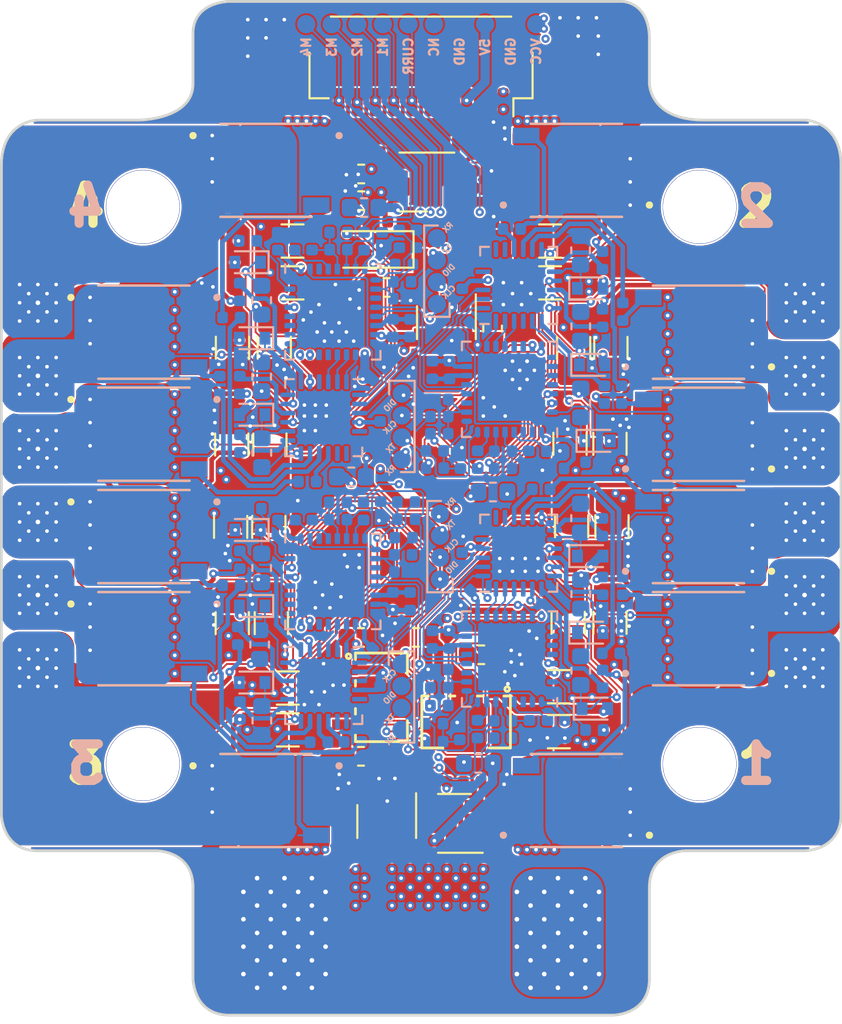
<source format=kicad_pcb>
(kicad_pcb (version 20241229) (generator "pcbnew") (generator_version "9.0")
  (layers (0 "F.Cu" signal) (4 "In1.Cu" signal) (6 "In2.Cu" signal) (2 "B.Cu" signal) (13 "F.Paste" user) (15 "B.Paste" user) (5 "F.SilkS" user "F.Silkscreen") (7 "B.SilkS" user "B.Silkscreen") (1 "F.Mask" user) (3 "B.Mask" user) (25 "Edge.Cuts" user))
  (net 0 "")
  (net 1 "VCC")
  (net 2 "GND")
  (net 3 "+3V3")
  (net 4 "Net-(Q1-Pad4)")
  (net 5 "Net-(Q2-Pad4)")
  (net 6 "Net-(Q3-Pad4)")
  (net 7 "Net-(Q4-Pad4)")
  (net 8 "Net-(Q5-Pad4)")
  (net 9 "Net-(Q6-Pad4)")
  (net 10 "VCC_Shunt")
  (net 11 "/Curent Sense/CURR")
  (net 12 "Net-(R2-Pad1)")
  (net 13 "Net-(R3-Pad2)")
  (net 14 "Net-(Q7-Pad4)")
  (net 15 "Net-(Q8-Pad4)")
  (net 16 "Net-(Q9-Pad4)")
  (net 17 "Net-(Q10-Pad4)")
  (net 18 "Net-(Q11-Pad4)")
  (net 19 "Net-(Q12-Pad4)")
  (net 20 "Net-(Q13-Pad4)")
  (net 21 "Net-(Q14-Pad4)")
  (net 22 "Net-(Q15-Pad4)")
  (net 23 "Net-(Q16-Pad4)")
  (net 24 "Net-(Q17-Pad4)")
  (net 25 "Net-(Q18-Pad4)")
  (net 26 "/PWM_2")
  (net 27 "/PWM_1")
  (net 28 "Net-(R42-Pad1)")
  (net 29 "/MCU 3/PhaseA")
  (net 30 "/MOSFET Driver 3/VB1")
  (net 31 "/MCU 3/PhaseB")
  (net 32 "/MOSFET Driver 3/VB2")
  (net 33 "/MCU 3/PhaseC")
  (net 34 "/MOSFET Driver 3/VB3")
  (net 35 "/MCU 3/NRST")
  (net 36 "/PWM_4")
  (net 37 "/PWM_3")
  (net 38 "/MCU 3/SWDIO")
  (net 39 "/MCU 3/SWCLK")
  (net 40 "/MCU 3/USART1_TX")
  (net 41 "/MCU 3/USART1_RX")
  (net 42 "Net-(Q19-Pad4)")
  (net 43 "Net-(Q20-Pad4)")
  (net 44 "Net-(Q21-Pad4)")
  (net 45 "Net-(Q22-Pad4)")
  (net 46 "Net-(Q23-Pad4)")
  (net 47 "Net-(Q24-Pad4)")
  (net 48 "/MOSFET Driver 3/HO1")
  (net 49 "/MOSFET Driver 3/LO1")
  (net 50 "/MOSFET Driver 3/HO2")
  (net 51 "/MOSFET Driver 3/LO2")
  (net 52 "/MOSFET Driver 3/HO3")
  (net 53 "/MOSFET Driver 3/LO3")
  (net 54 "/MCU 3/SenseA")
  (net 55 "/MCU 3/SenseCOM")
  (net 56 "/MCU 3/SenseB")
  (net 57 "/MCU 3/SenseC")
  (net 58 "/MCU 3/BOOT0")
  (net 59 "/MCU 3/HIN1")
  (net 60 "/MCU 3/HIN2")
  (net 61 "/MCU 3/LIN3")
  (net 62 "/MCU 3/LIN2")
  (net 63 "/MCU 3/LIN1")
  (net 64 "+5V")
  (net 65 "Net-(C70-Pad2)")
  (net 66 "Net-(C70-Pad1)")
  (net 67 "Net-(C75-Pad2)")
  (net 68 "Net-(C75-Pad1)")
  (net 69 "Net-(R73-Pad2)")
  (net 70 "Net-(R76-Pad1)")
  (net 71 "+12V_2")
  (net 72 "+12V_1")
  (net 73 "+3.3VA_1")
  (net 74 "+3.3VA_2")
  (net 75 "+3.3VA_3")
  (net 76 "+3.3VA_4")
  (net 77 "Net-(R25-Pad1)")
  (net 78 "/MCU_2/NRST")
  (net 79 "/MCU_2/PhaseA")
  (net 80 "/MOSFET_Driver_2/VB1")
  (net 81 "/MCU_2/PhaseB")
  (net 82 "/MOSFET_Driver_2/VB2")
  (net 83 "/MCU_2/PhaseC")
  (net 84 "/MOSFET_Driver_2/VB3")
  (net 85 "/MCU_2/USART1_TX")
  (net 86 "/MCU_2/USART1_RX")
  (net 87 "/MCU_2/SWDIO")
  (net 88 "/MCU_2/SWCLK")
  (net 89 "/MCU_2/SenseA")
  (net 90 "/MCU_2/SenseCOM")
  (net 91 "/MCU_2/SenseB")
  (net 92 "/MCU_2/SenseC")
  (net 93 "/MCU_2/BOOT0")
  (net 94 "/MOSFET_Driver_2/HO1")
  (net 95 "/MOSFET_Driver_2/LO1")
  (net 96 "/MOSFET_Driver_2/HO2")
  (net 97 "/MOSFET_Driver_2/LO2")
  (net 98 "/MOSFET_Driver_2/HO3")
  (net 99 "/MOSFET_Driver_2/LO3")
  (net 100 "/MCU_2/HIN2")
  (net 101 "/MCU_2/HIN1")
  (net 102 "/MCU_2/LIN1")
  (net 103 "/MCU_2/LIN2")
  (net 104 "/MCU_2/LIN3")
  (net 105 "/MOSFET_Driver_1/VB1")
  (net 106 "/MOSFET_Driver_1/VB2")
  (net 107 "/MOSFET_Driver_1/VB3")
  (net 108 "/MOSFET_Driver_1/HO1")
  (net 109 "/MOSFET_Driver_1/LO1")
  (net 110 "/MOSFET_Driver_1/HO2")
  (net 111 "/MOSFET_Driver_1/LO2")
  (net 112 "/MOSFET_Driver_1/HO3")
  (net 113 "/MOSFET_Driver_1/LO3")
  (net 114 "/MCU_1/PhaseA")
  (net 115 "/MCU_1/PhaseB")
  (net 116 "/MCU_1/PhaseC")
  (net 117 "/MCU_1/NRST")
  (net 118 "/MCU_1/USART1_TX")
  (net 119 "/MCU_1/USART1_RX")
  (net 120 "/MCU_1/SWDIO")
  (net 121 "/MCU_1/SWCLK")
  (net 122 "/MCU_1/SenseA")
  (net 123 "/MCU_1/SenseCOM")
  (net 124 "Net-(R15-Pad1)")
  (net 125 "/MCU_1/SenseB")
  (net 126 "/MCU_1/SenseC")
  (net 127 "/MCU_1/BOOT0")
  (net 128 "/MCU_1/HIN1")
  (net 129 "/MCU_1/HIN2")
  (net 130 "/MCU_1/LIN2")
  (net 131 "/MCU_1/LIN1")
  (net 132 "/MOSFET_Driver_4/VB1")
  (net 133 "/MOSFET_Driver_4/VB2")
  (net 134 "/MOSFET_Driver_4/VB3")
  (net 135 "/MOSFET_Driver_4/HO1")
  (net 136 "/MOSFET_Driver_4/LO1")
  (net 137 "/MOSFET_Driver_4/HO2")
  (net 138 "/MOSFET_Driver_4/LO2")
  (net 139 "/MOSFET_Driver_4/HO3")
  (net 140 "/MOSFET_Driver_4/LO3")
  (net 141 "/MCU_4/PhaseA")
  (net 142 "/MCU_4/PhaseB")
  (net 143 "/MCU_4/PhaseC")
  (net 144 "/MCU_4/NRST")
  (net 145 "/MCU_4/USART1_TX")
  (net 146 "/MCU_4/USART1_RX")
  (net 147 "/MCU_4/SWDIO")
  (net 148 "/MCU_4/SWCLK")
  (net 149 "/MCU_4/SenseA")
  (net 150 "/MCU_4/SenseCOM")
  (net 151 "/MCU_4/SenseB")
  (net 152 "Net-(R65-Pad1)")
  (net 153 "/MCU_4/SenseC")
  (net 154 "/MCU_4/BOOT0")
  (net 155 "/MCU_4/HIN1")
  (net 156 "/MCU_4/HIN2")
  (net 157 "/MCU_4/LIN3")
  (net 158 "/MCU_4/LIN2")
  (net 159 "/MCU_4/LIN1")
  (net 160 "/MCU_1/LIN3")
  (net 161 "/MCU_1/HIN3")
  (net 162 "/MCU_2/HIN3")
  (net 163 "/MCU 3/HIN3")
  (net 164 "/MCU_4/HIN3")
  (net 165 "GNDA_2")
  (net 166 "GNDA_1")
  (net 167 "GNDA_3")
  (net 168 "GNDA_4")
  (footprint "MountingHole:MountingHole_4in1ESC" (layer "F.Cu") (at 155.25 73.25)
    (property "Reference" "H2")
    (property "Value" "MountingHole_Pad")
  )
  (footprint "Connector_JST:JST_SH_SM10B-SRSS-TB_1x10-1MP_P1.00mm_Horizontal" (layer "F.Cu") (at 139.99 65.52 180)
    (property "Reference" "J2")
    (property "Value" "Conn_01x10")
  )
  (footprint "MountingHole:MountingHole_4in1ESC" (layer "F.Cu") (at 124.75 103.75)
    (property "Reference" "H3")
    (property "Value" "MountingHole_Pad")
  )
  (footprint "MountingHole:MountingHole_4in1ESC" (layer "F.Cu") (at 124.75 73.25)
    (property "Reference" "H4")
    (property "Value" "MountingHole_Pad")
  )
  (footprint "Connector_Wire:Conn_PowerPad_4in1" (layer "F.Cu") (at 140 113 180)
    (property "Reference" "J1")
    (property "Value" "Conn_01x02")
  )
  (footprint "Resistor_SMD:R_Shunt_Vishay_WSLP2726" (layer "F.Cu") (at 140 113 90)
    (property "Reference" "R1")
    (property "Value" "0m30")
  )
  (footprint "MountingHole:MountingHole_4in1ESC" (layer "F.Cu") (at 155.25 103.75)
    (property "Reference" "H1")
    (property "Value" "MountingHole_Pad")
  )
  (footprint "Capacitor_SMD:C_0402_1005Metric" (layer "F.Cu") (at 137.21 104.53 180)
    (property "Reference" "C7")
    (property "Value" "0.1uF")
  )
  (footprint "Capacitor_SMD:C_0402_1005Metric" (layer "F.Cu") (at 140.93 104.73)
    (property "Reference" "C8")
    (property "Value" "3.3nF")
  )
  (footprint "Capacitor_SMD:C_1206_3216Metric" (layer "F.Cu") (at 147.06 75.12)
    (property "Reference" "C17")
    (property "Value" "47uF")
  )
  (footprint "Capacitor_SMD:C_1206_3216Metric" (layer "F.Cu") (at 150.39 80.97 90)
    (property "Reference" "C18")
    (property "Value" "47uF")
  )
  (footprint "Capacitor_SMD:C_1206_3216Metric" (layer "F.Cu") (at 147.06 77.41)
    (property "Reference" "C20")
    (property "Value" "47uF")
  )
  (footprint "Capacitor_SMD:C_1206_3216Metric" (layer "F.Cu") (at 150.34 86.22 -90)
    (property "Reference" "C21")
    (property "Value" "47uF")
  )
  (footprint "Capacitor_SMD:C_0402_1005Metric" (layer "F.Cu") (at 143.96 77.96)
    (property "Reference" "C22")
    (property "Value" "1uF")
  )
  (footprint "Capacitor_SMD:C_0402_1005Metric" (layer "F.Cu") (at 139.11 80.02 90)
    (property "Reference" "C23")
    (property "Value" "10nF")
  )
  (footprint "Capacitor_SMD:C_0603_1608Metric" (layer "F.Cu") (at 143.91 79.9125 90)
    (property "Reference" "C24")
    (property "Value" "2.2uF")
  )
  (footprint "Capacitor_SMD:C_1206_3216Metric" (layer "F.Cu") (at 148.05 96.02 -90)
    (property "Reference" "C51")
    (property "Value" "47uF")
  )
  (footprint "Capacitor_SMD:C_1206_3216Metric" (layer "F.Cu") (at 132.69 99.59 180)
    (property "Reference" "C53")
    (property "Value" "47uF")
  )
  (footprint "Capacitor_SMD:C_1206_3216Metric" (layer "F.Cu") (at 129.62 86.26 -90)
    (property "Reference" "C54")
    (property "Value" "47uF")
  )
  (footprint "Capacitor_SMD:C_1206_3216Metric" (layer "F.Cu") (at 129.56 90.77 90)
    (property "Reference" "C56")
    (property "Value" "47uF")
  )
  (footprint "Capacitor_SMD:C_1206_3216Metric" (layer "F.Cu") (at 147.54 99.52)
    (property "Reference" "C58")
    (property "Value" "47uF")
  )
  (footprint "Capacitor_SMD:C_1206_3216Metric" (layer "F.Cu") (at 147.54 101.98)
    (property "Reference" "C60")
    (property "Value" "47uF")
  )
  (footprint "Capacitor_SMD:C_1206_3216Metric" (layer "F.Cu") (at 132.69 101.88 180)
    (property "Reference" "C61")
    (property "Value" "47uF")
  )
  (footprint "Capacitor_SMD:C_1206_3216Metric" (layer "F.Cu") (at 150.34 96.02 -90)
    (property "Reference" "C62")
    (property "Value" "47uF")
  )
  (footprint "Capacitor_SMD:C_1206_3216Metric" (layer "F.Cu") (at 131.65 90.77 90)
    (property "Reference" "C63")
    (property "Value" "47uF")
  )
  (footprint "Capacitor_SMD:C_1206_3216Metric" (layer "F.Cu") (at 131.79 96.04 -90)
    (property "Reference" "C64")
    (property "Value" "47uF")
  )
  (footprint "Capacitor_SMD:C_1206_3216Metric" (layer "F.Cu") (at 148.35 80.97 90)
    (property "Reference" "C65")
    (property "Value" "47uF")
  )
  (footprint "Capacitor_SMD:C_1206_3216Metric" (layer "F.Cu") (at 148.15 86.22 -90)
    (property "Reference" "C66")
    (property "Value" "47uF")
  )
  (footprint "Capacitor_SMD:C_1206_3216Metric" (layer "F.Cu") (at 129.65 96.04 -90)
    (property "Reference" "C67")
    (property "Value" "47uF")
  )
  (footprint "Capacitor_SMD:C_0603_1608Metric" (layer "F.Cu") (at 136.7 103.33)
    (property "Reference" "C68")
    (property "Value" "0.33uF")
  )
  (footprint "Capacitor_SMD:C_0603_1608Metric" (layer "F.Cu") (at 136.7 96.82)
    (property "Reference" "C69")
    (property "Value" "0.1uF")
  )
  (footprint "Capacitor_SMD:C_0402_1005Metric" (layer "F.Cu") (at 138.65 74.06 180)
    (property "Reference" "C70")
    (property "Value" "0.1uF")
  )
  (footprint "Capacitor_SMD:C_0603_1608Metric" (layer "F.Cu") (at 138.1025 77.66 180)
    (property "Reference" "C71")
    (property "Value" "22uF")
  )
  (footprint "Capacitor_SMD:C_0603_1608Metric" (layer "F.Cu") (at 136.71 71.45 180)
    (property "Reference" "C72")
    (property "Value" "2.2uF")
  )
  (footprint "Capacitor_SMD:C_0402_1005Metric" (layer "F.Cu") (at 136.79 74.11 180)
    (property "Reference" "C74")
    (property "Value" "0.1uF")
  )
  (footprint "Capacitor_SMD:C_0402_1005Metric" (layer "F.Cu") (at 143.36 72.23)
    (property "Reference" "C75")
    (property "Value" "560pF")
  )
  (footprint "Capacitor_SMD:C_0402_1005Metric" (layer "F.Cu") (at 143.36 71.29)
    (property "Reference" "C76")
    (property "Value" "2pF")
  )
  (footprint "Diode_SMD:D_SOD-123F" (layer "F.Cu") (at 137.38 75.58 180)
    (property "Reference" "D13")
    (property "Value" "50V, 2A")
  )
  (footprint "Resistor_SMD:R_0402_1005Metric" (layer "F.Cu") (at 139.07 104.53 180)
    (property "Reference" "R2")
    (property "Value" "60k")
  )
  (footprint "Resistor_SMD:R_0402_1005Metric" (layer "F.Cu") (at 142.79 104.73)
    (property "Reference" "R3")
    (property "Value" "500")
  )
  (footprint "Resistor_SMD:R_0402_1005Metric" (layer "F.Cu") (at 143.36 70.35 180)
    (property "Reference" "R73")
    (property "Value" "20k")
  )
  (footprint "Resistor_SMD:R_0402_1005Metric" (layer "F.Cu") (at 141.5 69.67 180)
    (property "Reference" "R74")
    (property "Value" "3.8k")
  )
  (footprint "Resistor_SMD:R_0402_1005Metric" (layer "F.Cu") (at 143.95 73.63 -90)
    (property "Reference" "R77")
    (property "Value" "68k")
  )
  (footprint "Package_TO_SOT_SMD:SOT-23-5" (layer "F.Cu") (at 141.38 79.59 -90)
    (property "Reference" "U4")
    (property "Value" "LP2985-3.3")
  )
  (footprint "Package_TO_SOT_SMD:SOT-23-5" (layer "F.Cu") (at 138.11 106.9 -90)
    (property "Reference" "U5")
    (property "Value" "INA139")
  )
  (footprint "Package_TO_SOT_SMD:SOT-23-5" (layer "F.Cu") (at 141.82 107 180)
    (property "Reference" "U7")
    (property "Value" "OPA340NA")
  )
  (footprint "Package_DFN_QFN:DFN-10-1EP_3x3mm_P0.5mm_EP1.7x2.5mm" (layer "F.Cu") (at 140.31 71.89 180)
    (property "Reference" "U14")
    (property "Value" "MP4560_QFN10")
  )
  (footprint "Inductor_SMD:L_XGL4030" (layer "F.Cu") (at 141.63 75.54 -90)
    (property "Reference" "L1")
    (property "Value" "12uH")
  )
  (footprint "Resistor_SMD:R_0402_1005Metric" (layer "F.Cu") (at 137.26 70.25 180)
    (property "Reference" "R76")
    (property "Value" "200k")
  )
  (footprint "Capacitor_SMD:C_0603_1608Metric" (layer "F.Cu") (at 143.29 97.77)
    (property "Reference" "C5")
    (property "Value" "0.1uF")
  )
  (footprint "Footprints:L78L12ACUTR" (layer "F.Cu") (at 137.82 100.1 -90)
    (property "Reference" "U13")
    (property "Value" "L78L12_SOT89")
  )
  (footprint "Capacitor_SMD:C_1206_3216Metric" (layer "F.Cu") (at 148.24 90.73 90)
    (property "Reference" "C16")
    (property "Value" "47uF")
  )
  (footprint "Capacitor_SMD:C_1206_3216Metric" (layer "F.Cu") (at 150.45 90.73 90)
    (property "Reference" "C19")
    (property "Value" "47uF")
  )
  (footprint "Footprints:TPH1R204PB" (layer "F.Cu") (at 124.81 91.3)
    (property "Reference" "Q13")
    (property "Value" "TPH1R204PB")
  )
  (footprint "Footprints:TPH1R204PB" (layer "F.Cu") (at 124.81 96.89)
    (property "Reference" "Q15")
    (property "Value" "TPH1R204PB")
  )
  (footprint "Footprints:TPH1R204PB" (layer "F.Cu") (at 131.5 105.75)
    (property "Reference" "Q17")
    (property "Value" "TPH1R204PB")
  )
  (footprint "Capacitor_SMD:C_0603_1608Metric" (layer "F.Cu") (at 139.71 96.82 180)
    (property "Reference" "C4")
    (property "Value" "0.33uF")
  )
  (footprint "Footprints:TPH1R204PB" (layer "F.Cu") (at 155.19 85.7 180)
    (property "Reference" "Q7")
    (property "Value" "TPH1R204PB")
  )
  (footprint "Footprints:TPH1R204PB" (layer "F.Cu") (at 155.19 80.11 180)
    (property "Reference" "Q9")
    (property "Value" "TPH1R204PB")
  )
  (footprint "Footprints:TPH1R204PB" (layer "F.Cu") (at 148.5 71.25 180)
    (property "Reference" "Q11")
    (property "Value" "TPH1R204PB")
  )
  (footprint "Footprints:L78L12ACUTR" (layer "F.Cu") (at 142.46 101.45 180)
    (property "Reference" "U3")
    (property "Value" "L78L12_SOT89")
  )
  (footprint "Footprints:TPH1R204PB" (layer "F.Cu") (at 148.5 105.75 180)
    (property "Reference" "Q1")
    (property "Value" "TPH1R204PB")
  )
  (footprint "Footprints:TPH1R204PB" (layer "F.Cu") (at 155.19 96.89 180)
    (property "Reference" "Q3")
    (property "Value" "TPH1R204PB")
  )
  (footprint "Footprints:TPH1R204PB" (layer "F.Cu") (at 155.19 91.3 180)
    (property "Reference" "Q5")
    (property "Value" "TPH1R204PB")
  )
  (footprint "Footprints:TPH1R204PB" (layer "F.Cu") (at 131.5 71.25)
    (property "Reference" "Q19")
    (property "Value" "TPH1R204PB")
  )
  (footprint "Footprints:TPH1R204PB" (layer "F.Cu") (at 124.81 80.11)
    (property "Reference" "Q21")
    (property "Value" "TPH1R204PB")
  )
  (footprint "Footprints:TPH1R204PB" (layer "F.Cu") (at 124.81 85.695)
    (property "Reference" "Q23")
    (property "Value" "TPH1R204PB")
  )
  (footprint "Capacitor_SMD:C_0603_1608Metric" (layer "F.Cu") (at 136.7125 72.91 180)
    (property "Reference" "C73")
    (property "Value" "2.2uF")
  )
  (footprint "Capacitor_SMD:C_1206_3216Metric" (layer "F.Cu") (at 132.95 75.12 180)
    (property "Reference" "C55")
    (property "Value" "47uF")
  )
  (footprint "Capacitor_SMD:C_1206_3216Metric" (layer "F.Cu") (at 132.95 77.41 180)
    (property "Reference" "C52")
    (property "Value" "47uF")
  )
  (footprint "Capacitor_SMD:C_1206_3216Metric" (layer "F.Cu") (at 131.95 80.96 90)
    (property "Reference" "C59")
    (property "Value" "47uF")
  )
  (footprint "Capacitor_SMD:C_1206_3216Metric" (layer "F.Cu") (at 129.66 80.96 90)
    (property "Reference" "C57")
    (property "Value" "47uF")
  )
  (footprint "Capacitor_SMD:C_1206_3216Metric" (layer "F.Cu") (at 131.71 86.26 -90)
    (property "Reference" "C50")
    (property "Value" "47uF")
  )
  (footprint "Connector_Wire:Conn_MotorPhase" (layer "B.Cu") (at 119 94.5 90)
    (property "Reference" "J11")
    (property "Value" "Conn_01x03")
  )
  (footprint "Connector_Wire:Conn_FC_Solder_10" (layer "B.Cu") (at 140 63.25 180)
    (property "Reference" "J9")
    (property "Value" "Conn_01x10")
  )
  (footprint "Capacitor_SMD:C_0402_1005Metric" (layer "B.Cu") (at 133.1 89.91 90)
    (property "Reference" "C36")
    (property "Value" "0.1uF")
  )
  (footprint "Capacitor_SMD:C_0402_1005Metric" (layer "B.Cu") (at 132.16 89.91 90)
    (property "Reference" "C34")
    (property "Value" "0.1uF")
  )
  (footprint "Resistor_SMD:R_0402_1005Metric" (layer "B.Cu") (at 134.4 102.56)
    (property "Reference" "R52")
    (property "Value" "10")
  )
  (footprint "Footprints:TPH1R204PB" (layer "B.Cu") (at 131.5 105.75 180)
    (property "Reference" "Q18")
    (property "Value" "TPH1R204PB")
  )
  (footprint "Capacitor_SMD:C_0402_1005Metric" (layer "B.Cu") (at 147.34 87.57 180)
    (property "Reference" "C25")
    (property "Value" "0.1uF")
  )
  (footprint "Capacitor_SMD:C_0402_1005Metric" (layer "B.Cu") (at 142.32 79.9225 -135)
    (property "Reference" "C26")
    (property "Value" "0.1uF")
  )
  (footprint "Capacitor_SMD:C_0402_1005Metric" (layer "B.Cu") (at 147.34 86.63)
    (property "Reference" "C27")
    (property "Value" "0.1uF")
  )
  (footprint "Capacitor_SMD:C_0402_1005Metric" (layer "B.Cu") (at 142.25 77.25 90)
    (property "Reference" "C28")
    (property "Value" "0.1uF")
  )
  (footprint "Capacitor_SMD:C_0603_1608Metric" (layer "B.Cu") (at 148.74 83.98 90)
    (property "Reference" "C29")
    (property "Value" "0.1uF")
  )
  (footprint "Capacitor_SMD:C_0603_1608Metric" (layer "B.Cu") (at 148.74 79.79 90)
    (property "Reference" "C30")
    (property "Value" "0.1uF")
  )
  (footprint "Capacitor_SMD:C_0603_1608Metric" (layer "B.Cu") (at 148.73 75.63 90)
    (property "Reference" "C31")
    (property "Value" "0.1uF")
  )
  (footprint "Diode_SMD:D_SOD-523" (layer "B.Cu") (at 149.66 86.06)
    (property "Reference" "D1")
    (property "Value" "250V")
  )
  (footprint "Diode_SMD:D_SOD-523" (layer "B.Cu") (at 149.37 81.9)
    (property "Reference" "D5")
    (property "Value" "250V")
  )
  (footprint "Diode_SMD:D_SOD-523" (layer "B.Cu") (at 149.26 77.71)
    (property "Reference" "D6")
    (property "Value" "250V")
  )
  (footprint "Inductor_SMD:L_0603_1608Metric" (layer "B.Cu") (at 143.93 88.86 180)
    (property "Reference" "FB2")
    (property "Value" "100@100MHz")
  )
  (footprint "Footprints:TPH1R204PB" (layer "B.Cu") (at 155.19 80.11)
    (property "Reference" "Q10")
    (property "Value" "TPH1R204PB")
  )
  (footprint "Footprints:TPH1R204PB" (layer "B.Cu") (at 148.5 71.25)
    (property "Reference" "Q12")
    (property "Value" "TPH1R204PB")
  )
  (footprint "Resistor_SMD:R_0402_1005Metric" (layer "B.Cu") (at 140.99 85.67 180)
    (property "Reference" "R4")
    (property "Value" "10k")
  )
  (footprint "Resistor_SMD:R_0402_1005Metric" (layer "B.Cu") (at 140.99 84.73 180)
    (property "Reference" "R5")
    (property "Value" "10k")
  )
  (footprint "Resistor_SMD:R_0402_1005Metric" (layer "B.Cu") (at 140.75 87.55 180)
    (property "Reference" "R6")
    (property "Value" "10k")
  )
  (footprint "Resistor_SMD:R_0402_1005Metric" (layer "B.Cu") (at 140.74 86.61 180)
    (property "Reference" "R22")
    (property "Value" "10k")
  )
  (footprint "Resistor_SMD:R_0402_1005Metric" (layer "B.Cu") (at 144.485 87.57 180)
    (property "Reference" "R26")
    (property "Value" "10k")
  )
  (footprint "Resistor_SMD:R_0402_1005Metric" (layer "B.Cu") (at 144.49 86.63 180)
    (property "Reference" "R27")
    (property "Value" "10k")
  )
  (footprint "Resistor_SMD:R_0402_1005Metric" (layer "B.Cu") (at 140.99 83.79)
    (property "Reference" "R28")
    (property "Value" "1k")
  )
  (footprint "Resistor_SMD:R_0402_1005Metric" (layer "B.Cu") (at 142.15 87.09 -90)
    (property "Reference" "R29")
    (property "Value" "1k")
  )
  (footprint "Resistor_SMD:R_0402_1005Metric" (layer "B.Cu") (at 145.89 87.0925 90)
    (property "Reference" "R30")
    (property "Value" "1k")
  )
  (footprint "Resistor_SMD:R_0402_1005Metric" (layer "B.Cu") (at 149.49 87.23)
    (property "Reference" "R31")
    (property "Value" "1k")
  )
  (footprint "Resistor_SMD:R_0402_1005Metric" (layer "B.Cu") (at 150.04 83.53 90)
    (property "Reference" "R32")
    (property "Value" "10")
  )
  (footprint "Resistor_SMD:R_0402_1005Metric" (layer "B.Cu") (at 150.98 83.53 90)
    (property "Reference" "R33")
    (property "Value" "10")
  )
  (footprint "Resistor_SMD:R_0402_1005Metric" (layer "B.Cu") (at 149.94 79.34 -90)
    (property "Reference" "R34")
    (property "Value" "10")
  )
  (footprint "Resistor_SMD:R_0402_1005Metric" (layer "B.Cu") (at 151.04 78.99 90)
    (property "Reference" "R35")
    (property "Value" "10")
  )
  (footprint "Resistor_SMD:R_0402_1005Metric" (layer "B.Cu") (at 149.93 76.18 -90)
    (property "Reference" "R36")
    (property "Value" "10")
  )
  (footprint "Resistor_SMD:R_0402_1005Metric" (layer "B.Cu") (at 144.96 74.46 180)
    (property "Reference" "R37")
    (property "Value" "10")
  )
  (footprint "Package_DFN_QFN:QFN-24-1EP_4x4mm_P0.5mm_EP2.7x2.7mm" (layer "B.Cu") (at 145.34 77.55)
    (property "Reference" "U8")
    (property "Value" "FD6288Q")
  )
  (footprint "Footprints:TPH1R204PB" (layer "B.Cu") (at 155.19 85.7)
    (property "Reference" "Q8")
    (property "Value" "TPH1R204PB")
  )
  (footprint "Capacitor_SMD:C_0402_1005Metric" (layer "B.Cu") (at 137.75 99.99 -90)
    (property "Reference" "C37")
    (property "Value" "0.1uF")
  )
  (footprint "Capacitor_SMD:C_0603_1608Metric" (layer "B.Cu") (at 131.26 93.02 -90)
    (property "Reference" "C38")
    (property "Value" "0.1uF")
  )
  (footprint "Capacitor_SMD:C_0603_1608Metric" (layer "B.Cu") (at 131.15 97.21 -90)
    (property "Reference" "C39")
    (property "Value" "0.1uF")
  )
  (footprint "Capacitor_SMD:C_0603_1608Metric" (layer "B.Cu") (at 131.27 101.37 -90)
    (property "Reference" "C40")
    (property "Value" "0.1uF")
  )
  (footprint "Diode_SMD:D_SOD-523" (layer "B.Cu") (at 130.49 90.94 180)
    (property "Reference" "D7")
    (property "Value" "250V")
  )
  (footprint "Diode_SMD:D_SOD-523" (layer "B.Cu") (at 130.74 99.29 180)
    (property "Reference" "D9")
    (property "Value" "250V")
  )
  (footprint "Inductor_SMD:L_0603_1608Metric" (layer "B.Cu") (at 136.17 88.03)
    (property "Reference" "FB3")
    (property "Value" "100@100MHz")
  )
  (footprint "Resistor_SMD:R_0402_1005Metric" (layer "B.Cu") (at 139.01 92.3)
    (property "Reference" "R39")
    (property "Value" "10k")
  )
  (footprint "Resistor_SMD:R_0402_1005Metric" (layer "B.Cu") (at 139.18 89.41)
    (property "Reference" "R40")
    (property "Value" "10k")
  )
  (footprint "Resistor_SMD:R_0402_1005Metric" (layer "B.Cu") (at 139.18 90.35)
    (property "Reference" "R41")
    (property "Value" "10k")
  )
  (footprint "Resistor_SMD:R_0402_1005Metric" (layer "B.Cu") (at 135.44 89.43)
    (property "Reference" "R43")
    (property "Value" "10k")
  )
  (footprint "Resistor_SMD:R_0402_1005Metric" (layer "B.Cu") (at 135.44 90.37)
    (property "Reference" "R44")
    (property "Value" "10k")
  )
  (footprint "Resistor_SMD:R_0402_1005Metric" (layer "B.Cu") (at 139.01 93.24 180)
    (property "Reference" "R45")
    (property "Value" "1k")
  )
  (footprint "Resistor_SMD:R_0402_1005Metric" (layer "B.Cu") (at 137.78 89.87 90)
    (property "Reference" "R46")
    (property "Value" "1k")
  )
  (footprint "Resistor_SMD:R_0402_1005Metric" (layer "B.Cu") (at 134.04 89.91 -90)
    (property "Reference" "R47")
    (property "Value" "1k")
  )
  (footprint "Resistor_SMD:R_0402_1005Metric" (layer "B.Cu") (at 130.76 89.77 180)
    (property "Reference" "R48")
    (property "Value" "1k")
  )
  (footprint "Resistor_SMD:R_0402_1005Metric" (layer "B.Cu") (at 130.06 92.57 90)
    (property "Reference" "R49")
    (property "Value" "10")
  )
  (footprint "Resistor_SMD:R_0402_1005Metric" (layer "B.Cu") (at 129.6 93.97)
    (property "Reference" "R50")
    (property "Value" "10")
  )
  (footprint "Resistor_SMD:R_0402_1005Metric" (layer "B.Cu") (at 129.95 96.73 90)
    (property "Reference" "R51")
    (property "Value" "10")
  )
  (footprint "Resistor_SMD:R_0402_1005Metric" (layer "B.Cu") (at 130.07 100.82 90)
    (property "Reference" "R53")
    (property "Value" "10")
  )
  (footprint "Capacitor_SMD:C_0402_1005Metric" (layer "B.Cu") (at 137.68 97.08 45)
    (property "Reference" "C35")
    (property "Value" "0.1uF")
  )
  (footprint "Package_DFN_QFN:QFN-24-1EP_4x4mm_P0.5mm_EP2.7x2.7mm" (layer "B.Cu") (at 134.66 99.45 180)
    (property "Reference" "U10")
    (property "Value" "FD6288Q")
  )
  (footprint "Diode_SMD:D_SOD-523" (layer "B.Cu") (at 130.74 95.1 180)
    (property "Reference" "D8")
    (property "Value" "250V")
  )
  (footprint "Resistor_SMD:R_0402_1005Metric" (layer "B.Cu") (at 136.26 102.54 180)
    (property "Reference" "R54")
    (property "Value" "10")
  )
  (footprint "Connector_Wire:Conn_Debug" (layer "B.Cu") (at 140.86 76.77 90)
    (property "Reference" "J7")
    (property "Value" "Conn_01x04")
  )
  (footprint "Capacitor_SMD:C_0402_1005Metric" (layer "B.Cu") (at 142.25 91.69 90)
    (property "Reference" "C1")
    (property "Value" "0.1uF")
  )
  (footprint "Capacitor_SMD:C_0603_1608Metric" (layer "B.Cu") (at 148.74 98.64 90)
    (property "Reference" "C2")
    (property "Value" "0.1uF")
  )
  (footprint "Capacitor_SMD:C_0603_1608Metric" (layer "B.Cu") (at 148.74 94.45 90)
    (property "Reference" "C3")
    (property "Value" "0.1uF")
  )
  (footprint "Capacitor_SMD:C_0402_1005Metric" (layer "B.Cu") (at 141.5475 96.94 -90)
    (property "Reference" "C11")
    (property "Value" "10nF")
  )
  (footprint "Capacitor_SMD:C_0402_1005Metric" (layer "B.Cu") (at 140.6075 96.94 -90)
    (property "Reference" "C12")
    (property "Value" "1uF")
  )
  (footprint "Capacitor_SMD:C_0402_1005Metric" (layer "B.Cu") (at 147.86 101.85 -90)
    (property "Reference" "C13")
    (property "Value" "0.1uF")
  )
  (footprint "Capacitor_SMD:C_0402_1005Metric" (layer "B.Cu") (at 142.35 94.59 -135)
    (property "Reference" "C14")
    (property "Value" "0.1uF")
  )
  (footprint "Capacitor_SMD:C_0402_1005Metric" (layer "B.Cu") (at 146.92 101.85 -90)
    (property "Reference" "C15")
    (property "Value" "0.1uF")
  )
  (footprint "Diode_SMD:D_SOD-523" (layer "B.Cu") (at 149.51 100.72)
    (property "Reference" "D2")
    (property "Value" "250V")
  )
  (footprint "Diode_SMD:D_SOD-523" (layer "B.Cu") (at 149.26 96.56)
    (property "Reference" "D3")
    (property "Value" "250V")
  )
  (footprint "Diode_SMD:D_SOD-523" (layer "B.Cu") (at 149.26 92.37)
    (property "Reference" "D4")
    (property "Value" "250V")
  )
  (footprint "Inductor_SMD:L_0603_1608Metric" (layer "B.Cu") (at 143.13 103.7125)
    (property "Reference" "FB1")
    (property "Value" "100@100MHz")
  )
  (footprint "Connector_Wire:Conn_MotorPhase" (layer "B.Cu") (at 161 94.5 -90)
    (property "Reference" "J6")
    (property "Value" "Conn_01x03")
  )
  (footprint "Resistor_SMD:R_0402_1005Metric" (layer "B.Cu") (at 149.94 99.09 -90)
    (property "Reference" "R7")
    (property "Value" "10")
  )
  (footprint "Resistor_SMD:R_0402_1005Metric" (layer "B.Cu") (at 150.4 97.69 180)
    (property "Reference" "R8")
    (property "Value" "10")
  )
  (footprint "Resistor_SMD:R_0402_1005Metric" (layer "B.Cu") (at 149.94 94 -90)
    (property "Reference" "R9")
    (property "Value" "10")
  )
  (footprint "Resistor_SMD:R_0402_1005Metric" (layer "B.Cu") (at 149.93 90.79 -90)
    (property "Reference" "R11")
    (property "Value" "10")
  )
  (footprint "Resistor_SMD:R_0402_1005Metric" (layer "B.Cu") (at 146.57 88.71 180)
    (property "Reference" "R12")
    (property "Value" "10")
  )
  (footprint "Resistor_SMD:R_0402_1005Metric" (layer "B.Cu") (at 140.71 101.54 180)
    (property "Reference" "R17")
    (property "Value" "10k")
  )
  (footprint "Resistor_SMD:R_0402_1005Metric" (layer "B.Cu") (at 144.48 102.33 180)
    (property "Reference" "R18")
    (property "Value" "10k")
  )
  (footprint "Resistor_SMD:R_0402_1005Metric" (layer "B.Cu") (at 144.48 101.39 180)
    (property "Reference" "R19")
    (property "Value" "10k")
  )
  (footprint "Resistor_SMD:R_0402_1005Metric" (layer "B.Cu") (at 142.11 101.94 -90)
    (property "Reference" "R21")
    (property "Value" "1k")
  )
  (footprint "Resistor_SMD:R_0402_1005Metric" (layer "B.Cu") (at 145.93 101.85 90)
    (property "Reference" "R23")
    (property "Value" "1k")
  )
  (footprint "Resistor_SMD:R_0402_1005Metric" (layer "B.Cu") (at 149.49 101.89)
    (property "Reference" "R24")
    (property "Value" "1k")
  )
  (footprint "Package_DFN_QFN:QFN-24-1EP_4x4mm_P0.5mm_EP2.7x2.7mm" (layer "B.Cu") (at 145.34 92.21)
    (property "Reference" "U1")
    (property "Value" "FD6288Q")
  )
  (footprint "Footprints:TPH1R204PB" (layer "B.Cu") (at 148.5 105.75)
    (property "Reference" "Q2")
    (property "Value" "TPH1R204PB")
  )
  (footprint "Footprints:TPH1R204PB" (layer "B.Cu") (at 155.19 96.89)
    (property "Reference" "Q4")
    (property "Value" "TPH1R204PB")
  )
  (footprint "Footprints:TPH1R204PB" (layer "B.Cu") (at 155.19 91.3)
    (property "Reference" "Q6")
    (property "Value" "TPH1R204PB")
  )
  (footprint "Footprints:TPH1R204PB" (layer "B.Cu") (at 124.81 91.3 180)
    (property "Reference" "Q14")
    (property "Value" "TPH1R204PB")
  )
  (footprint "Footprints:TPH1R204PB" (layer "B.Cu") (at 124.81 96.89 180)
    (property "Reference" "Q16")
    (property "Value" "TPH1R204PB")
  )
  (footprint "Connector_Wire:Conn_Debug" (layer "B.Cu") (at 138.94 85.27 -90)
    (property "Reference" "J5")
    (property "Value" "Conn_01x04")
  )
  (footprint "Connector_Wire:Conn_Debug" (layer "B.Cu") (at 141.03 91.85 90)
    (property "Reference" "J4")
    (property "Value" "Conn_01x04")
  )
  (footprint "Resistor_SMD:R_0402_1005Metric" (layer "B.Cu") (at 151.04 94 90)
    (property "Reference" "R10")
    (property "Value" "10")
  )
  (footprint "Capacitor_SMD:C_0402_1005Metric" (layer "B.Cu") (at 137.75 85.48 -90)
    (property "Reference" "C41")
    (property "Value" "0.1uF")
  )
  (footprint "Capacitor_SMD:C_0603_1608Metric" (layer "B.Cu") (at 131.26 78.36 -90)
    (property "Reference" "C42")
    (property "Value" "0.1uF")
  )
  (footprint "Capacitor_SMD:C_0603_1608Metric" (layer "B.Cu") (at 131.26 82.55 -90)
    (property "Reference" "C43")
    (property "Value" "0.1uF")
  )
  (footprint "Capacitor_SMD:C_0603_1608Metric" (layer "B.Cu") (at 131.27 86.71 -90)
    (property "Reference" "C44")
    (property "Value" "0.1uF")
  )
  (footprint "Capacitor_SMD:C_0402_1005Metric" (layer "B.Cu") (at 138.4525 79.89 90)
    (property "Reference" "C45")
    (property "Value" "10nF")
  )
  (footprint "Capacitor_SMD:C_0402_1005Metric" (layer "B.Cu") (at 139.3925 79.89 90)
    (property "Reference" "C46")
    (property "Value" "1uF")
  )
  (footprint "Capacitor_SMD:C_0402_1005Metric" (layer "B.Cu") (at 132.14 75.13 90)
    (property "Reference" "C47")
    (property "Value" "0.1uF")
  )
  (footprint "Capacitor_SMD:C_0402_1005Metric" (layer "B.Cu") (at 137.68 82.36 45)
    (property "Reference" "C48")
    (property "Value" "0.1uF")
  )
  (footprint "Capacitor_SMD:C_0402_1005Metric" (layer "B.Cu") (at 133.08 75.13 90)
    (property "Reference" "C49")
    (property "Value" "0.1uF")
  )
  (footprint "Diode_SMD:D_SOD-523" (layer "B.Cu") (at 130.49 76.28 180)
    (property "Reference" "D10")
    (property "Value" "250V")
  )
  (footprint "Diode_SMD:D_SOD-523" (layer "B.Cu") (at 130.74 80.44 180)
    (property "Reference" "D11")
    (property "Value" "250V")
  )
  (footprint "Diode_SMD:D_SOD-523" (layer "B.Cu") (at 130.74 84.63 180)
    (property "Reference" "D12")
    (property "Value" "250V")
  )
  (footprint "Inductor_SMD:L_0603_1608Metric" (layer "B.Cu") (at 136.87 73.2875 180)
    (property "Reference" "FB4")
    (property "Value" "100@100MHz")
  )
  (footprint "Connector_Wire:Conn_MotorPhase" (layer "B.Cu") (at 119 82.5 90)
    (property "Reference" "J10")
    (property "Value" "Conn_01x03")
  )
  (footprint "Resistor_SMD:R_0402_1005Metric" (layer "B.Cu") (at 130.06 77.91 90)
    (property "Reference" "R55")
    (property "Value" "10")
  )
  (footprint "Resistor_SMD:R_0402_1005Metric" (layer "B.Cu") (at 129.6 79.31)
    (property "Reference" "R56")
    (property "Value" "10")
  )
  (footprint "Resistor_SMD:R_0402_1005Metric" (layer "B.Cu") (at 130.06 83 90)
    (property "Reference" "R57")
    (property "Value" "10")
  )
  (footprint "Resistor_SMD:R_0402_1005Metric" (layer "B.Cu") (at 128.96 83 -90)
    (property "Reference" "R58")
    (property "Value" "10")
  )
  (footprint "Resistor_SMD:R_0402_1005Metric" (layer "B.Cu") (at 130.07 86.21 90)
    (property "Reference" "R59")
    (property "Value" "10")
  )
  (footprint "Resistor_SMD:R_0402_1005Metric" (layer "B.Cu") (at 139.06 76.4 180)
    (property "Reference" "R61")
    (property "Value" "10k")
  )
  (footprint "Resistor_SMD:R_0402_1005Metric" (layer "B.Cu") (at 138.96 77.35)
    (property "Reference" "R62")
    (property "Value" "10k")
  )
  (footprint "Resistor_SMD:R_0402_1005Metric" (layer "B.Cu") (at 138.8 75 -90)
    (property "Reference" "R63")
    (property "Value" "10k")
  )
  (footprint "Resistor_SMD:R_0402_1005Metric" (layer "B.Cu") (at 139.74 75 90)
    (property "Reference" "R64")
    (property "Value" "10k")
  )
  (footprint "Resistor_SMD:R_0402_1005Metric" (layer "B.Cu") (at 135.47 74.65)
    (property "Reference" "R66")
    (property "Value" "10k")
  )
  (footprint "Resistor_SMD:R_0402_1005Metric" (layer "B.Cu") (at 135.47 75.59)
    (property "Reference" "R67")
    (property "Value" "10k")
  )
  (footprint "Resistor_SMD:R_0402_1005Metric" (layer "B.Cu") (at 138.96 78.28 180)
    (property "Reference" "R68")
    (property "Value" "1k")
  )
  (footprint "Resistor_SMD:R_0402_1005Metric" (layer "B.Cu") (at 137.86 75.13 90)
    (property "Reference" "R69")
    (property "Value" "1k")
  )
  (footprint "Resistor_SMD:R_0402_1005Metric" (layer "B.Cu") (at 134.02 75.1275 -90)
    (property "Reference" "R70")
    (property "Value" "1k")
  )
  (footprint "Resistor_SMD:R_0402_1005Metric" (layer "B.Cu") (at 130.51 75.11 180)
    (property "Reference" "R71")
    (property "Value" "1k")
  )
  (footprint "Package_DFN_QFN:QFN-24-1EP_4x4mm_P0.5mm_EP2.7x2.7mm" (layer "B.Cu") (at 134.66 84.79 180)
    (property "Reference" "U11")
    (property "Value" "FD6288Q")
  )
  (footprint "Resistor_SMD:R_0402_1005Metric" (layer "B.Cu") (at 143.09 87.09 -90)
    (property "Reference" "R25")
    (property "Value" "1k")
  )
  (footprint "Resistor_SMD:R_0402_1005Metric" (layer "B.Cu") (at 136.84 89.91 90)
    (property "Reference" "R42")
    (property "Value" "1k")
  )
  (footprint "Resistor_SMD:R_0402_1005Metric" (layer "B.Cu") (at 136.87 75.13 90)
    (property "Reference" "R65")
    (property "Value" "1k")
  )
  (footprint "Package_DFN_QFN:QFN-32-1EP_5x5mm_P0.5mm_EP3.45x3.45mm_STM32" (layer "B.Cu") (at 144.84 83.2375 90)
    (property "Reference" "U2")
    (property "Value" "STM32G431KBU6")
  )
  (footprint "Package_DFN_QFN:QFN-32-1EP_5x5mm_P0.5mm_EP3.45x3.45mm_STM32" (layer "B.Cu") (at 135.1575 79 -90)
    (property "Reference" "U12")
    (property "Value" "STM32G431KBU6")
  )
  (footprint "Package_DFN_QFN:QFN-32-1EP_5x5mm_P0.5mm_EP3.45x3.45mm_STM32" (layer "B.Cu") (at 144.84 98.0025 90)
    (property "Reference" "U6" (hide yes))
    (property "Value" "STM32G431KBU6")
  )
  (footprint "Package_DFN_QFN:QFN-32-1EP_5x5mm_P0.5mm_EP3.45x3.45mm_STM32" (layer "B.Cu") (at 135.16 93.7575 -90)
    (property "Reference" "U9")
    (property "Value" "STM32G431KBU6")
  )
  (footprint "Footprints:TPH1R204PB" (layer "B.Cu") (at 131.5 71.25 180)
    (property "Reference" "Q20")
    (property "Value" "TPH1R204PB")
  )
  (footprint "Footprints:TPH1R204PB" (layer "B.Cu") (at 124.81 80.11 180)
    (property "Reference" "Q22")
    (property "Value" "TPH1R204PB")
  )
  (footprint "Footprints:TPH1R204PB" (layer "B.Cu") (at 124.81 85.695 180)
    (property "Reference" "Q24")
    (property "Value" "TPH1R204PB")
  )
  (footprint "Connector_Wire:Conn_MotorPhase" (layer "B.Cu") (at 161 82.5 -90)
    (property "Reference" "J8")
    (property "Value" "Conn_01x03")
  )
  (footprint "Resistor_SMD:R_0402_1005Metric" (layer "B.Cu") (at 140.99 99.5625 180)
    (property "Reference" "R14")
    (property "Value" "10k")
  )
  (footprint "Resistor_SMD:R_0402_1005Metric" (layer "B.Cu") (at 143.08 101.84 -90)
    (property "Reference" "R15")
    (property "Value" "1k")
  )
  (footprint "Resistor_SMD:R_0402_1005Metric" (layer "B.Cu") (at 140.71 102.53 180)
    (property "Reference" "R16")
    (property "Value" "10k")
  )
  (footprint "Resistor_SMD:R_0402_1005Metric" (layer "B.Cu") (at 140.99 100.5525 180)
    (property "Reference" "R13")
    (property "Value" "10k")
  )
  (footprint "Resistor_SMD:R_0402_1005Metric" (layer "B.Cu") (at 140.99 98.5725)
    (property "Reference" "R20")
    (property "Value" "1k")
  )
  (footprint "Capacitor_SMD:C_0603_1608Metric" (layer "B.Cu") (at 148.73 90.29 90)
    (property "Reference" "C6")
    (property "Value" "0.1uF")
  )
  (footprint "Connector_Wire:Conn_Debug" (layer "B.Cu") (at 138.92 100.08 -90)
    (property "Reference" "J3")
    (property "Value" "Conn_01x04")
  )
  (footprint "Resistor_SMD:R_0402_1005Metric" (layer "B.Cu") (at 133.76 88.29)
    (property "Reference" "R60")
    (property "Value" "10")
  )
  (footprint "Capacitor_SMD:C_0402_1005Metric" (layer "B.Cu") (at 140.6075 82.18 -90)
    (property "Reference" "C10")
    (property "Value" "1uF")
  )
  (footprint "Capacitor_SMD:C_0402_1005Metric" (layer "B.Cu") (at 141.5475 82.18 -90)
    (property "Reference" "C9")
    (property "Value" "10nF")
  )
  (footprint "Resistor_SMD:R_0402_1005Metric" (layer "B.Cu") (at 139.04 91.36 180)
    (property "Reference" "R38")
    (property "Value" "10k")
  )
  (footprint "Capacitor_SMD:C_0402_1005Metric" (layer "B.Cu") (at 138.45 94.84 90)
    (property "Reference" "C32")
    (property "Value" "10nF")
  )
  (footprint "Capacitor_SMD:C_0402_1005Metric" (layer "B.Cu") (at 139.39 94.84 90)
    (property "Reference" "C33")
    (property "Value" "1uF")
  )
  (gr_line (start 117 71) (end 117 106.5) (stroke (width 0.15)) (layer "Edge.Cuts"))
  (gr_line (start 163 71) (end 163 106.5) (stroke (width 0.15)) (layer "Edge.Cuts"))
  (gr_line (start 152.5 115.5) (end 152.5 110.5) (stroke (width 0.15)) (layer "Edge.Cuts"))
  (gr_line (start 124.5 68.5) (end 119 68.5) (stroke (width 0.15)) (layer "Edge.Cuts"))
  (gr_curve (pts (xy 127.5 66.5) (xy 127.5 68.5) (xy 124.5 68.5) (xy 124.5 68.5)) (stroke (width 0.15)) (layer "Edge.Cuts"))
  (gr_curve (pts (xy 119 108.5) (xy 117 108.5) (xy 117 106.5) (xy 117 106.5)) (stroke (width 0.15)) (layer "Edge.Cuts"))
  (gr_curve (pts (xy 155.5 68.5) (xy 152.5 68.5) (xy 152.5 66.5) (xy 152.5 66.5)) (stroke (width 0.15)) (layer "Edge.Cuts"))
  (gr_curve (pts (xy 152.5 115.5) (xy 152.5 117.5) (xy 150.5 117.5) (xy 150.5 117.5)) (stroke (width 0.15)) (layer "Edge.Cuts"))
  (gr_line (start 127.5 63.75) (end 127.5 66.5) (stroke (width 0.15)) (layer "Edge.Cuts"))
  (gr_curve (pts (xy 127.5 110.5) (xy 127.5 108.5) (xy 125.5 108.5) (xy 125.5 108.5)) (stroke (width 0.15)) (layer "Edge.Cuts"))
  (gr_line (start 152.5 64.0625) (end 152.5 66.5) (stroke (width 0.15)) (layer "Edge.Cuts"))
  (gr_line (start 127.5 115.5) (end 127.5 110.5) (stroke (width 0.15)) (layer "Edge.Cuts"))
  (gr_curve (pts (xy 163 71) (xy 163 68.5) (xy 161 68.5) (xy 161 68.5)) (stroke (width 0.15)) (layer "Edge.Cuts"))
  (gr_curve (pts (xy 152.5 64.0625) (xy 152.5 62) (xy 151 62) (xy 151 62)) (stroke (width 0.15)) (layer "Edge.Cuts"))
  (gr_line (start 161 68.5) (end 155.5 68.5) (stroke (width 0.15)) (layer "Edge.Cuts"))
  (gr_line (start 154.5 108.5) (end 161 108.5) (stroke (width 0.15)) (layer "Edge.Cuts"))
  (gr_curve (pts (xy 117 71) (xy 117 68.5) (xy 119 68.5) (xy 119 68.5)) (stroke (width 0.15)) (layer "Edge.Cuts"))
  (gr_curve (pts (xy 129.5 117.5) (xy 127.5 117.5) (xy 127.5 115.5) (xy 127.5 115.5)) (stroke (width 0.15)) (layer "Edge.Cuts"))
  (gr_curve (pts (xy 127.5 63.75) (xy 127.5 62) (xy 129.5 62) (xy 129.5 62)) (stroke (width 0.15)) (layer "Edge.Cuts"))
  (gr_curve (pts (xy 163 106.5) (xy 163 108.5) (xy 161 108.5) (xy 161 108.5)) (stroke (width 0.15)) (layer "Edge.Cuts"))
  (gr_line (start 150.5 117.5) (end 129.5 117.5) (stroke (width 0.15)) (layer "Edge.Cuts"))
  (gr_line (start 119 108.5) (end 125.5 108.5) (stroke (width 0.15)) (layer "Edge.Cuts"))
  (gr_line (start 129.5 62) (end 151 62) (stroke (width 0.15)) (layer "Edge.Cuts"))
  (gr_curve (pts (xy 152.5 110.5) (xy 152.5 108.5) (xy 154.5 108.5) (xy 154.5 108.5)) (stroke (width 0.15)) (layer "Edge.Cuts"))
  (gr_text "3" (at 121.65 103.75 0) (layer "F.SilkS") (effects (font (size 2 2) (thickness 0.5))))
  (gr_text "1" (at 158.35 103.75 0) (layer "F.SilkS") (effects (font (size 2 2) (thickness 0.5))))
  (gr_text "4" (at 121.64 73.25 0) (layer "F.SilkS") (effects (font (size 2 2) (thickness 0.5))))
  (gr_text "2" (at 158.35 73.25 0) (layer "F.SilkS") (effects (font (size 2 2) (thickness 0.5))))
  (gr_text "CURR" (at 139.3 65 90) (layer "B.SilkS") (effects (font (size 0.5 0.5) (thickness 0.125)) (justify mirror)))
  (gr_text "M1" (at 137.9 64.5 90) (layer "B.SilkS") (effects (font (size 0.5 0.5) (thickness 0.125)) (justify mirror)))
  (gr_text "M2" (at 136.5 64.5 90) (layer "B.SilkS") (effects (font (size 0.5 0.5) (thickness 0.125)) (justify mirror)))
  (gr_text "5V" (at 143.5 64.5 90) (layer "B.SilkS") (effects (font (size 0.5 0.5) (thickness 0.125)) (justify mirror)))
  (gr_text "GND" (at 142.1 64.75 90) (layer "B.SilkS") (effects (font (size 0.5 0.5) (thickness 0.125)) (justify mirror)))
  (gr_text "3" (at 121.65 103.75 0) (layer "B.SilkS") (effects (font (size 2 2) (thickness 0.5)) (justify mirror)))
  (gr_text "4" (at 121.64 73.25 0) (layer "B.SilkS") (effects (font (size 2 2) (thickness 0.5)) (justify mirror)))
  (gr_text "GND" (at 144.9 64.75 90) (layer "B.SilkS") (effects (font (size 0.5 0.5) (thickness 0.125)) (justify mirror)))
  (gr_text "RX" (at 138.34 87.67 45) (layer "B.SilkS") (effects (font (size 0.3 0.3) (thickness 0.075)) (justify mirror)))
  (gr_text "M3" (at 135.1 64.5 90) (layer "B.SilkS") (effects (font (size 0.5 0.5) (thickness 0.125)) (justify mirror)))
  (gr_text "M4" (at 133.7 64.5 90) (layer "B.SilkS") (effects (font (size 0.5 0.5) (thickness 0.125)) (justify mirror)))
  (gr_text "NC" (at 140.7 64.5 90) (layer "B.SilkS") (effects (font (size 0.5 0.5) (thickness 0.125)) (justify mirror)))
  (gr_text "TX" (at 138.34 86.47 45) (layer "B.SilkS") (effects (font (size 0.3 0.3) (thickness 0.075)) (justify mirror)))
  (gr_text "CLK" (at 138.29 85.32 45) (layer "B.SilkS") (effects (font (size 0.3 0.3) (thickness 0.075)) (justify mirror)))
  (gr_text "DIO" (at 138.29 84.12 45) (layer "B.SilkS") (effects (font (size 0.3 0.3) (thickness 0.075)) (justify mirror)))
  (gr_text "RX" (at 141.63 89.45 45) (layer "B.SilkS") (effects (font (size 0.3 0.3) (thickness 0.075)) (justify mirror)))
  (gr_text "DIO" (at 141.68 93 45) (layer "B.SilkS") (effects (font (size 0.3 0.3) (thickness 0.075)) (justify mirror)))
  (gr_text "CLK" (at 141.68 91.8 45) (layer "B.SilkS") (effects (font (size 0.3 0.3) (thickness 0.075)) (justify mirror)))
  (gr_text "TX" (at 141.63 90.65 45) (layer "B.SilkS") (effects (font (size 0.3 0.3) (thickness 0.075)) (justify mirror)))
  (gr_text "RX" (at 141.46 74.37 45) (layer "B.SilkS") (effects (font (size 0.3 0.3) (thickness 0.075)) (justify mirror)))
  (gr_text "TX" (at 141.46 75.57 45) (layer "B.SilkS") (effects (font (size 0.3 0.3) (thickness 0.075)) (justify mirror)))
  (gr_text "CLK" (at 141.51 77.92 45) (layer "B.SilkS") (effects (font (size 0.3 0.3) (thickness 0.075)) (justify mirror)))
  (gr_text "DIO" (at 141.51 76.72 45) (layer "B.SilkS") (effects (font (size 0.3 0.3) (thickness 0.075)) (justify mirror)))
  (gr_text "2" (at 158.35 73.25 0) (layer "B.SilkS") (effects (font (size 2 2) (thickness 0.5)) (justify mirror)))
  (gr_text "1" (at 158.35 103.75 0) (layer "B.SilkS") (effects (font (size 2 2) (thickness 0.5)) (justify mirror)))
  (gr_text "TX" (at 138.32 101.28 45) (layer "B.SilkS") (effects (font (size 0.3 0.3) (thickness 0.075)) (justify mirror)))
  (gr_text "CLK" (at 138.27 98.93 45) (layer "B.SilkS") (effects (font (size 0.3 0.3) (thickness 0.075)) (justify mirror)))
  (gr_text "RX" (at 138.32 102.43 45) (layer "B.SilkS") (effects (font (size 0.3 0.3) (thickness 0.075)) (justify mirror)))
  (gr_text "DIO" (at 138.27 100.13 45) (layer "B.SilkS") (effects (font (size 0.3 0.3) (thickness 0.075)) (justify mirror)))
  (gr_text "VCC" (at 146.3 64.75 90) (layer "B.SilkS") (effects (font (size 0.5 0.5) (thickness 0.125)) (justify mirror)))
  (segment (start 137.64 114.59) (end 136.75 115.48) (width 0.25) (layer "F.Cu") (net 1))
  (segment (start 137.16 106.2) (end 137.16 105.8) (width 0.25) (layer "F.Cu") (net 1))
  (segment (start 139.06 108) (end 138.96 108) (width 0.25) (layer "F.Cu") (net 1))
  (segment (start 139.06 108) (end 138.759998 108) (width 0.25) (layer "F.Cu") (net 1))
  (segment (start 138.96 108) (end 137.16 106.2) (width 0.25) (layer "F.Cu") (net 1))
  (segment (start 136.725 105.365) (end 137.16 105.8) (width 0.25) (layer "F.Cu") (net 1))
  (segment (start 137.64 109.119998) (end 137.64 114.59) (width 0.25) (layer "F.Cu") (net 1))
  (segment (start 136.725 104.53) (end 136.725 105.365) (width 0.25) (layer "F.Cu") (net 1))
  (segment (start 138.759998 108) (end 137.64 109.119998) (width 0.25) (layer "F.Cu") (net 1))
  (via (at 148.99 111.5) (size 0.4572) (drill 0.254) (layers "F.Cu" "B.Cu") (net 1))
  (via (at 148.24 112.25) (size 0.4572) (drill 0.254) (layers "F.Cu" "B.Cu") (net 1))
  (via (at 148.99 113) (size 0.4572) (drill 0.254) (layers "F.Cu" "B.Cu") (net 1))
  (via (at 148.24 113.75) (size 0.4572) (drill 0.254) (layers "F.Cu" "B.Cu") (net 1))
  (via (at 149.74 113.75) (size 0.4572) (drill 0.254) (layers "F.Cu" "B.Cu") (net 1))
  (via (at 149.74 112.25) (size 0.4572) (drill 0.254) (layers "F.Cu" "B.Cu") (net 1))
  (via (at 149.74 110.75) (size 0.4572) (drill 0.254) (layers "F.Cu" "B.Cu") (net 1))
  (via (at 149.74 115.25) (size 0.4572) (drill 0.254) (layers "F.Cu" "B.Cu") (net 1))
  (via (at 148.99 114.5) (size 0.4572) (drill 0.254) (layers "F.Cu" "B.Cu") (net 1))
  (via (at 148.99 116) (size 0.4572) (drill 0.254) (layers "F.Cu" "B.Cu") (net 1))
  (via (at 148.24 115.25) (size 0.4572) (drill 0.254) (layers "F.Cu" "B.Cu") (net 1))
  (via (at 147.49 116) (size 0.4572) (drill 0.254) (layers "F.Cu" "B.Cu") (net 1))
  (via (at 147.49 114.5) (size 0.4572) (drill 0.254) (layers "F.Cu" "B.Cu") (net 1))
  (via (at 146.74 115.25) (size 0.4572) (drill 0.254) (layers "F.Cu" "B.Cu") (net 1))
  (via (at 146.74 113.75) (size 0.4572) (drill 0.254) (layers "F.Cu" "B.Cu") (net 1))
  (via (at 145.99 114.5) (size 0.4572) (drill 0.254) (layers "F.Cu" "B.Cu") (net 1))
  (via (at 145.99 116) (size 0.4572) (drill 0.254) (layers "F.Cu" "B.Cu") (net 1))
  (via (at 145.24 115.25) (size 0.4572) (drill 0.254) (layers "F.Cu" "B.Cu") (net 1))
  (via (at 145.24 113.75) (size 0.4572) (drill 0.254) (layers "F.Cu" "B.Cu") (net 1))
  (via (at 145.24 110.75) (size 0.4572) (drill 0.254) (layers "F.Cu" "B.Cu") (net 1))
  (via (at 145.24 112.25) (size 0.4572) (drill 0.254) (layers "F.Cu" "B.Cu") (net 1))
  (via (at 145.99 113) (size 0.4572) (drill 0.254) (layers "F.Cu" "B.Cu") (net 1))
  (via (at 145.99 111.5) (size 0.4572) (drill 0.254) (layers "F.Cu" "B.Cu") (net 1))
  (via (at 145.99 110) (size 0.4572) (drill 0.254) (layers "F.Cu" "B.Cu") (net 1))
  (via (at 146.74 110.75) (size 0.4572) (drill 0.254) (layers "F.Cu" "B.Cu") (net 1))
  (via (at 146.74 112.25) (size 0.4572) (drill 0.254) (layers "F.Cu" "B.Cu") (net 1))
  (via (at 147.49 110) (size 0.4572) (drill 0.254) (layers "F.Cu" "B.Cu") (net 1))
  (via (at 147.49 111.5) (size 0.4572) (drill 0.254) (layers "F.Cu" "B.Cu") (net 1))
  (via (at 148.99 110) (size 0.4572) (drill 0.254) (layers "F.Cu" "B.Cu") (net 1))
  (via (at 148.24 110.75) (size 0.4572) (drill 0.254) (layers "F.Cu" "B.Cu") (net 1))
  (via (at 147.5 113) (size 0.4572) (drill 0.254) (layers "F.Cu" "B.Cu") (net 1))
  (segment (start 144.445 77.96) (end 144.96 77.96) (width 0.5) (layer "F.Cu") (net 2))
  (segment (start 150.89 92.13) (end 150.45 92.13) (width 0.5) (layer "F.Cu") (net 2))
  (segment (start 138.91 96.82) (end 138.91 96.39251) (width 0.1) (layer "F.Cu") (net 2))
  (segment (start 143.97 74.095) (end 143.95 74.115) (width 0.25) (layer "F.Cu") (net 2))
  (segment (start 138.91 96.39251) (end 138.566073 96.048583) (width 0.1) (layer "F.Cu") (net 2))
  (segment (start 151.33 92.39) (end 150.71 92.39) (width 0.5) (layer "F.Cu") (net 2))
  (segment (start 151.33 91.69) (end 150.89 92.13) (width 0.5) (layer "F.Cu") (net 2))
  (segment (start 143.97 73.78) (end 143.97 74.095) (width 0.25) (layer "F.Cu") (net 2))
  (segment (start 144.96 77.96) (end 145 78) (width 0.5) (layer "F.Cu") (net 2))
  (segment (start 150.71 92.39) (end 150.45 92.13) (width 0.5) (layer "F.Cu") (net 2))
  (via (at 141.68 78.75) (size 0.45) (drill 0.2) (layers "F.Cu" "B.Cu") (net 2))
  (via (at 128.91 81.87) (size 0.45) (drill 0.2) (layers "F.Cu" "B.Cu") (net 2))
  (via (at 132.5 113) (size 0.4572) (drill 0.254) (layers "F.Cu" "B.Cu") (net 2))
  (via (at 147.88 84.96) (size 0.45) (drill 0.2) (layers "F.Cu" "B.Cu") (net 2))
  (via (at 148.03 85.42) (size 0.45) (drill 0.2) (layers "F.Cu" "B.Cu") (net 2))
  (via (at 148.03 91.78) (size 0.45) (drill 0.2) (layers "F.Cu" "B.Cu") (net 2))
  (via (at 151.07 81.93) (size 0.45) (drill 0.2) (layers "F.Cu" "B.Cu") (net 2))
  (via (at 145.5 78.6) (size 0.45) (drill 0.2) (layers "F.Cu" "B.Cu") (net 2))
  (via (at 144.5 78.6) (size 0.45) (drill 0.2) (layers "F.Cu" "B.Cu") (net 2))
  (via (at 145 78) (size 0.45) (drill 0.2) (layers "F.Cu" "B.Cu") (net 2))
  (via (at 146 78) (size 0.45) (drill 0.2) (layers "F.Cu" "B.Cu") (net 2))
  (via (at 145.5 77.4) (size 0.45) (drill 0.2) (layers "F.Cu" "B.Cu") (net 2))
  (via (at 144.5 77.4) (size 0.45) (drill 0.2) (layers "F.Cu" "B.Cu") (net 2))
  (via (at 129.51 92.62) (size 0.45) (drill 0.2) (layers "F.Cu" "B.Cu") (net 2))
  (via (at 129.27 92.23) (size 0.45) (drill 0.2) (layers "F.Cu" "B.Cu") (net 2))
  (via (at 130.64 94.51) (size 0.45) (drill 0.2) (layers "F.Cu" "B.Cu") (net 2))
  (via (at 130.75 94.99) (size 0.45) (drill 0.2) (layers "F.Cu" "B.Cu") (net 2))
  (via (at 136.41 72.1) (size 0.45) (drill 0.2) (layers "F.Cu" "B.Cu") (net 2))
  (via (at 136.55 71.47) (size 0.45) (drill 0.2) (layers "F.Cu" "B.Cu") (net 2))
  (via (at 151.33 92.9) (size 0.45) (drill 0.2) (layers "F.Cu" "B.Cu") (net 2))
  (via (at 128.59 77.63) (size 0.45) (drill 0.2) (layers "F.Cu" "B.Cu") (net 2))
  (via (at 144.69 104.32) (size 0.45) (drill 0.2) (layers "F.Cu" "B.Cu") (net 2))
  (via (at 144.54 104.86) (size 0.45) (drill 0.2) (layers "F.Cu" "B.Cu") (net 2))
  (via (at 128.61 81.02) (size 0.45) (drill 0.2) (layers "F.Cu" "B.Cu") (net 2))
  (via (at 127.98 77.42) (size 0.45) (drill 0.2) (layers "F.Cu" "B.Cu") (net 2))
  (via (at 128.87 94.61) (size 0.45) (drill 0.2) (layers "F.Cu" "B.Cu") (net 2))
  (via (at 130.63 85.25) (size 0.45) (drill 0.2) (layers "F.Cu" "B.Cu") (net 2))
  (via (at 131.97 85.21) (size 0.45) (drill 0.2) (layers "F.Cu" "B.Cu") (net 2))
  (via (at 128.56 85.68) (size 0.45) (drill 0.2) (layers "F.Cu" "B.Cu") (net 2))
  (via (at 128.7 85.06) (size 0.45) (drill 0.2) (layers "F.Cu" "B.Cu") (net 2))
  (via (at 128.67 84.39) (size 0.45) (drill 0.2) (layers "F.Cu" "B.Cu") (net 2))
  (via (at 134.8 84.1) (size 0.45) (drill 0.2) (layers "F.Cu" "B.Cu") (net 2))
  (via (at 134.8 84.7) (size 0.45) (drill 0.2) (layers "F.Cu" "B.Cu") (net 2))
  (via (at 134.2 84.7) (size 0.45) (drill 0.2) (layers "F.Cu" "B.Cu") (net 2))
  (via (at 133.6 84.7) (size 0.45) (drill 0.2) (layers "F.Cu" "B.Cu") (net 2))
  (via (at 134.2 85.5) (size 0.45) (drill 0.2) (layers "F.Cu" "B.Cu") (net 2))
  (via (at 133.6 85.5) (size 0.45) (drill 0.2) (layers "F.Cu" "B.Cu") (net 2))
  (via (at 142.23 86.43) (size 0.45) (drill 0.2) (layers "F.Cu" "B.Cu") (net 2))
  (via (at 140.38 98.57) (size 0.45) (drill 0.2) (layers "F.Cu" "B.Cu") (net 2))
  (via (at 145.96 102.44) (size 0.45) (drill 0.2) (layers "F.Cu" "B.Cu") (net 2))
  (via (at 133.96 79.01) (size 0.45) (drill 0.2) (layers "F.Cu" "B.Cu") (net 2))
  (via (at 134.7 80.6) (size 0.45) (drill 0.2) (layers "F.Cu" "B.Cu") (net 2))
  (via (at 135.5 80.6) (size 0.45) (drill 0.2) (layers "F.Cu" "B.Cu") (net 2))
  (via (at 136.3 80.6) (size 0.45) (drill 0.2) (layers "F.Cu" "B.Cu") (net 2))
  (via (at 135.1 80.1) (size 0.45) (drill 0.2) (layers "F.Cu" "B.Cu") (net 2))
  (via (at 135.9 80.1) (size 0.45) (drill 0.2) (layers "F.Cu" "B.Cu") (net 2))
  (via (at 135.5 79.6) (size 0.45) (drill 0.2) (layers "F.Cu" "B.Cu") (net 2))
  (via (at 134.3 80.1) (size 0.45) (drill 0.2) (layers "F.Cu" "B.Cu") (net 2))
  (via (at 134.7 79.6) (size 0.45) (drill 0.2) (layers "F.Cu" "B.Cu") (net 2))
  (via (at 136.6 78.8) (size 0.45) (drill 0.2) (layers "F.Cu" "B.Cu") (net 2))
  (via (at 136.1 78.3) (size 0.45) (drill 0.2) (layers "F.Cu" "B.Cu") (net 2))
  (via (at 136.6 77.8) (size 0.45) (drill 0.2) (layers "F.Cu" "B.Cu") (net 2))
  (via (at 135.3 77.5) (size 0.45) (drill 0.2) (layers "F.Cu" "B.Cu") (net 2))
  (via (at 133.54 79.44) (size 0.45) (drill 0.2) (layers "F.Cu" "B.Cu") (net 2))
  (via (at 134.4 78.6) (size 0.45) (drill 0.2) (layers "F.Cu" "B.Cu") (net 2))
  (via (at 143.4 84.7) (size 0.45) (drill 0.2) (layers "F.Cu" "B.Cu") (net 2))
  (via (at 144.6 84.7) (size 0.45) (drill 0.2) (layers "F.Cu" "B.Cu") (net 2))
  (via (at 144 84.2) (size 0.45) (drill 0.2) (layers "F.Cu" "B.Cu") (net 2))
  (via (at 143.4 83.7) (size 0.45) (drill 0.2) (layers "F.Cu" "B.Cu") (net 2))
  (via (at 145 82.7) (size 0.45) (drill 0.2) (layers "F.Cu" "B.Cu") (net 2))
  (via (at 144.6 82.2) (size 0.45) (drill 0.2) (layers "F.Cu" "B.Cu") (net 2))
  (via (at 145.4 82.2) (size 0.45) (drill 0.2) (layers "F.Cu" "B.Cu") (net 2))
  (via (at 145 81.7) (size 0.45) (drill 0.2) (layers "F.Cu" "B.Cu") (net 2))
  (via (at 145.8 81.7) (size 0.45) (drill 0.2) (layers "F.Cu" "B.Cu") (net 2))
  (via (at 145.8 81.7) (size 0.45) (drill 0.2) (layers "F.Cu" "B.Cu") (net 2))
  (via (at 145.8 81.7) (size 0.45) (drill 0.2) (layers "F.Cu" "B.Cu") (net 2))
  (via (at 145.8 82.7) (size 0.45) (drill 0.2) (layers "F.Cu" "B.Cu") (net 2))
  (via (at 146.2 82.2) (size 0.45) (drill 0.2) (layers "F.Cu" "B.Cu") (net 2))
  (via (at 145.4 83.2) (size 0.45) (drill 0.2) (layers "F.Cu" "B.Cu") (net 2))
  (via (at 134.2 95.2) (size 0.45) (drill 0.2) (layers "F.Cu" "B.Cu") (net 2))
  (via (at 135 95.2) (size 0.45) (drill 0.2) (layers "F.Cu" "B.Cu") (net 2))
  (via (at 135.6 94.6) (size 0.45) (drill 0.2) (layers "F.Cu" "B.Cu") (net 2))
  (via (at 134.6 94.5) (size 0.45) (drill 0.2) (layers "F.Cu" "B.Cu") (net 2))
  (via (at 134.2 93.8) (size 0.45) (drill 0.2) (layers "F.Cu" "B.Cu") (net 2))
  (via (at 135.1 93.9) (size 0.45) (drill 0.2) (layers "F.Cu" "B.Cu") (net 2))
  (via (at 136.6 92.3) (size 0.45) (drill 0.2) (layers "F.Cu" "B.Cu") (net 2))
  (via (at 136.6 93) (size 0.45) (drill 0.2) (layers "F.Cu" "B.Cu") (net 2))
  (via (at 135.8 92.3) (size 0.45) (drill 0.2) (layers "F.Cu" "B.Cu") (net 2))
  (via (at 135.95 92.95) (size 0.45) (drill 0.2) (layers "F.Cu" "B.Cu") (net 2))
  (via (at 133.6 100.5) (size 0.45) (drill 0.2) (layers "F.Cu" "B.Cu") (net 2))
  (via (at 134.4 100.5) (size 0.45) (drill 0.2) (layers "F.Cu" "B.Cu") (net 2))
  (via (at 134 99.8) (size 0.45) (drill 0.2) (layers "F.Cu" "B.Cu") (net 2))
  (via (at 134.7 99.8) (size 0.45) (drill 0.2) (layers "F.Cu" "B.Cu") (net 2))
  (via (at 135.77 99.43) (size 0.45) (drill 0.2) (layers "F.Cu" "B.Cu") (net 2))
  (via (at 135.17 99.44) (size 0.45) (drill 0.2) (layers "F.Cu" "B.Cu") (net 2))
  (via (at 134.65 98.26) (size 0.45) (drill 0.2) (layers "F.Cu" "B.Cu") (net 2))
  (via (at 143.97 73.78) (size 0.45) (drill 0.2) (layers "F.Cu" "B.Cu") (net 2))
  (via (at 132.51 114.5) (size 0.4572) (drill 0.254) (layers "F.Cu" "B.Cu") (net 2))
  (via (at 147.6 86.61) (size 0.45) (drill 0.2) (layers "F.Cu" "B.Cu") (net 2))
  (via (at 129.41 91.79) (size 0.45) (drill 0.2) (layers "F.Cu" "B.Cu") (net 2))
  (via (at 143.96 68.61) (size 0.45) (drill 0.2) (layers "F.Cu" "B.Cu") (net 2))
  (via (at 131.01 114.5) (size 0.4572) (drill 0.254) (layers "F.Cu" "B.Cu") (net 2))
  (via (at 135.51 104.32) (size 0.45) (drill 0.2) (layers "F.Cu" "B.Cu") (net 2))
  (via (at 150.5 84.87) (size 0.45) (drill 0.2) (layers "F.Cu" "B.Cu") (net 2))
  (via (at 143.85 71.28) (size 0.45) (drill 0.2) (layers "F.Cu" "B.Cu") (net 2))
  (via (at 132.51 110) (size 0.4572) (drill 0.254) (layers "F.Cu" "B.Cu") (net 2))
  (via (at 144.57 68.93) (size 0.45) (drill 0.2) (layers "F.Cu" "B.Cu") (net 2))
  (via (at 130.26 115.25) (size 0.4572) (drill 0.254) (layers "F.Cu" "B.Cu") (net 2))
  (via (at 151.38 81.57) (size 0.45) (drill 0.2) (layers "F.Cu" "B.Cu") (net 2))
  (via (at 134.01 114.5) (size 0.4572) (drill 0.254) (layers "F.Cu" "B.Cu") (net 2))
  (via (at 131.01 110) (size 0.4572) (drill 0.254) (layers "F.Cu" "B.Cu") (net 2))
  (via (at 149.36 81.57) (size 0.45) (drill 0.2) (layers "F.Cu" "B.Cu") (net 2))
  (via (at 134.01 110) (size 0.4572) (drill 0.254) (layers "F.Cu" "B.Cu") (net 2))
  (via (at 132.5 63) (size 0.45) (drill 0.2) (layers "F.Cu" "B.Cu") (net 2))
  (via (at 149.6 62.9) (size 0.45) (drill 0.2) (layers "F.Cu" "B.Cu") (net 2))
  (via (at 148.6 62.9) (size 0.45) (drill 0.2) (layers "F.Cu" "B.Cu") (net 2))
  (via (at 145.4 97.76) (size 0.45) (drill 0.2) (layers "F.Cu" "B.Cu") (net 2))
  (via (at 144.75 99.36) (size 0.45) (drill 0.2) (layers "F.Cu" "B.Cu") (net 2))
  (via (at 148.6 63.9) (size 0.45) (drill 0.2) (layers "F.Cu" "B.Cu") (net 2))
  (via (at 147.6 62.9) (size 0.45) (drill 0.2) (layers "F.Cu" "B.Cu") (net 2))
  (via (at 130.26 113.75) (size 0.4572) (drill 0.254) (layers "F.Cu" "B.Cu") (net 2))
  (via (at 146.4 92.5) (size 0.45) (drill 0.2) (layers "F.Cu" "B.Cu") (net 2))
  (via (at 138.14 105.78) (size 0.45) (drill 0.2) (layers "F.Cu" "B.Cu") (net 2))
  (via (at 139.31 82.53) (size 0.45) (drill 0.2) (layers "F.Cu" "B.Cu") (net 2))
  (via (at 131.76 110.75) (size 0.4572) (drill 0.254) (layers "F.Cu" "B.Cu") (net 2))
  (via (at 128.63 95.55) (size 0.45) (drill 0.2) (layers "F.Cu" "B.Cu") (net 2))
  (via (at 137.685 90.42501) (size 0.45) (drill 0.2) (layers "F.Cu" "B.Cu") (net 2))
  (via (at 151.39 96.2) (size 0.45) (drill 0.2) (layers "F.Cu" "B.Cu") (net 2))
  (via (at 130.26 112.25) (size 0.4572) (drill 0.254) (layers "F.Cu" "B.Cu") (net 2))
  (via (at 139.56 82.06) (size 0.45) (drill 0.2) (layers "F.Cu" "B.Cu") (net 2))
  (via (at 133.24 89.33) (size 0.45) (drill 0.2) (layers "F.Cu" "B.Cu") (net 2))
  (via (at 133.26 113.75) (size 0.4572) (drill 0.254) (layers "F.Cu" "B.Cu") (net 2))
  (via (at 144.3 93.2) (size 0.45) (drill 0.2) (layers "F.Cu" "B.Cu") (net 2))
  (via (at 145.13 98.91) (size 0.45) (drill 0.2) (layers "F.Cu" "B.Cu") (net 2))
  (via (at 150.9 85.21) (size 0.45) (drill 0.2) (layers "F.Cu" "B.Cu") (net 2))
  (via (at 146.4 93.2) (size 0.45) (drill 0.2) (layers "F.Cu" "B.Cu") (net 2))
  (via (at 132.1 81.91) (size 0.45) (drill 0.2) (layers "F.Cu" "B.Cu") (net 2))
  (via (at 131.01 116) (size 0.4572) (drill 0.254) (layers "F.Cu" "B.Cu") (net 2))
  (via (at 130.77 84.76) (size 0.45) (drill 0.2) (layers "F.Cu" "B.Cu") (net 2))
  (via (at 150.01 101.89) (size 0.45) (drill 0.2) (layers "F.Cu" "B.Cu") (net 2))
  (via (at 131.5 64) (size 0.45) (drill 0.2) (layers "F.Cu" "B.Cu") (net 2))
  (via (at 151.33 92.39) (size 0.45) (drill 0.2) (layers "F.Cu" "B.Cu") (net 2))
  (via (at 150.96 95.93) (size 0.45) (drill 0.2) (layers "F.Cu" "B.Cu") (net 2))
  (via (at 149.7 64.9) (size 0.45) (drill 0.2) (layers "F.Cu" "B.Cu") (net 2))
  (via (at 134.76 113.75) (size 0.4572) (drill 0.254) (layers "F.Cu" "B.Cu") (net 2))
  (via (at 145.91 96.47) (size 0.45) (drill 0.2) (layers "F.Cu" "B.Cu") (net 2))
  (via (at 145 93.2) (size 0.45) (drill 0.2) (layers "F.Cu" "B.Cu") (net 2))
  (via (at 144.93 97.53) (size 0.45) (drill 0.2) (layers "F.Cu" "B.Cu") (net 2))
  (via (at 151.25 84.87) (size 0.45) (drill 0.2) (layers "F.Cu" "B.Cu") (net 2))
  (via (at 150.97 96.46) (size 0.45) (drill 0.2) (layers "F.Cu" "B.Cu") (net 2))
  (via (at 151.07 82.41) (size 0.45) (drill 0.2) (layers "F.Cu" "B.Cu") (net 2))
  (via (at 137.69 104.55) (size 0.45) (drill 0.2) (layers "F.Cu" "B.Cu") (net 2))
  (via (at 128.64 96.14) (size 0.45) (drill 0.2) (layers "F.Cu" "B.Cu") (net 2))
  (via (at 133.26 112.25) (size 0.4572) (drill 0.254) (layers "F.Cu" "B.Cu") (net 2))
  (via (at 144.59 69.54) (size 0.45) (drill 0.2) (layers "F.Cu" "B.Cu") (net 2))
  (via (at 133.26 110.75) (size 0.4572) (drill 0.254) (layers "F.Cu" "B.Cu") (net 2))
  (via (at 141.97 101.48) (size 0.45) (drill 0.2) (layers "F.Cu" "B.Cu") (net 2))
  (via (at 149.36 82.07) (size 0.45) (drill 0.2) (layers "F.Cu" "B.Cu") (net 2))
  (via (at 151.33 91.69) (size 0.45) (drill 0.2) (layers "F.Cu" "B.Cu") (net 2))
  (via (at 135.44 105.1) (size 0.45) (drill 0.2) (layers "F.Cu" "B.Cu") (net 2))
  (via (at 130.26 110.75) (size 0.4572) (drill 0.254) (layers "F.Cu" "B.Cu") (net 2))
  (via (at 133.6 84.1) (size 0.45) (drill 0.2) (layers "F.Cu" "B.Cu") (net 2))
  (via (at 131.76 112.25) (size 0.4572) (drill 0.254) (layers "F.Cu" "B.Cu") (net 2))
  (via (at 134.76 115.25) (size 0.4572) (drill 0.254) (layers "F.Cu" "B.Cu") (net 2))
  (via (at 135.84 72.38) (size 0.45) (drill 0.2) (layers "F.Cu" "B.Cu") (net 2))
  (via (at 134.01 111.5) (size 0.4572) (drill 0.254) (layers "F.Cu" "B.Cu") (net 2))
  (via (at 137.805103 75.37) (size 0.45) (drill 0.2) (layers "F.Cu" "B.Cu") (net 2))
  (via (at 134.76 110.75) (size 0.4572) (drill 0.254) (layers "F.Cu" "B.Cu") (net 2))
  (via (at 130.63 90.29) (size 0.45) (drill 0.2) (layers "F.Cu" "B.Cu") (net 2))
  (via (at 145.7 92.5) (size 0.45) (drill 0.2) (layers "F.Cu" "B.Cu") (net 2))
  (via (at 151.38 85.32) (size 0.45) (drill 0.2) (layers "F.Cu" "B.Cu") (net 2))
  (via (at 144.3 92.5) (size 0.45) (drill 0.2) (layers "F.Cu" "B.Cu") (net 2))
  (via (at 139.42 78.375) (size 0.45) (drill 0.2) (layers "F.Cu" "B.Cu") (net 2))
  (via (at 142.3 91.29) (size 0.45) (drill 0.2) (layers "F.Cu" "B.Cu") (net 2))
  (via (at 141.67 80.57) (size 0.45) (drill 0.2) (layers "F.Cu" "B.Cu") (net 2))
  (via (at 136.36 83.08) (size 0.45) (drill 0.2) (layers "F.Cu" "B.Cu") (net 2))
  (via (at 149.7 63.9) (size 0.45) (drill 0.2) (layers "F.Cu" "B.Cu") (net 2))
  (via (at 135.9 71.49) (size 0.45) (drill 0.2) (layers "F.Cu" "B.Cu") (net 2))
  (via (at 136.03 104.8) (size 0.45) (drill 0.2) (layers "F.Cu" "B.Cu") (net 2))
  (via (at 131.5 63) (size 0.45) (drill 0.2) (layers "F.Cu" "B.Cu") (net 2))
  (via (at 134.01 113) (size 0.4572) (drill 0.254) (layers "F.Cu" "B.Cu") (net 2))
  (via (at 131.76 113.75) (size 0.4572) (drill 0.254) (layers "F.Cu" "B.Cu") (net 2))
  (via (at 128.76 95.07) (size 0.45) (drill 0.2) (layers "F.Cu" "B.Cu") (net 2))
  (via (at 145.5 98.28) (size 0.45) (drill 0.2) (layers "F.Cu" "B.Cu") (net 2))
  (via (at 131.01 111.5) (size 0.4572) (drill 0.254) (layers "F.Cu" "B.Cu") (net 2))
  (via (at 144.58 98.7) (size 0.45) (drill 0.2) (layers "F.Cu" "B.Cu") (net 2))
  (via (at 134.76 112.25) (size 0.4572) (drill 0.254) (layers "F.Cu" "B.Cu") (net 2))
  (via (at 146.91 102.32) (size 0.45) (drill 0.2) (layers "F.Cu" "B.Cu") (net 2))
  (via (at 130.5 64) (size 0.45) (drill 0.2) (layers "F.Cu" "B.Cu") (net 2))
  (via (at 145 92.5) (size 0.45) (drill 0.2) (layers "F.Cu" "B.Cu") (net 2))
  (via (at 134.01 116) (size 0.4572) (drill 0.254) (layers "F.Cu" "B.Cu") (net 2))
  (via (at 131.76 115.25) (size 0.4572) (drill 0.254) (layers "F.Cu" "B.Cu") (net 2))
  (via (at 137.88 96.71) (size 0.45) (drill 0.2) (layers "F.Cu" "B.Cu") (net 2))
  (via (at 134.2 84.1) (size 0.45) (drill 0.2) (layers "F.Cu" "B.Cu") (net 2))
  (via (at 129.99 75.11) (size 0.45) (drill 0.2) (layers "F.Cu" "B.Cu") (net 2))
  (via (at 146.33 96.87) (size 0.45) (drill 0.2) (layers "F.Cu" "B.Cu") (net 2))
  (via (at 138.56 104.54) (size 0.45) (drill 0.2) (layers "F.Cu" "B.Cu") (net 2))
  (via (at 149.83 95.11) (size 0.45) (drill 0.2) (layers "F.Cu" "B.Cu") (net 2))
  (via (at 132.51 116) (size 0.4572) (drill 0.254) (layers "F.Cu" "B.Cu") (net 2))
  (via (at 139.57 84.05) (size 0.45) (drill 0.2) (layers "F.Cu" "B.Cu") (net 2))
  (via (at 137.96 82.03) (size 0.45) (drill 0.2) (layers "F.Cu" "B.Cu") (net 2))
  (via (at 146.64 87.67) (size 0.45) (drill 0.2) (layers "F.Cu" "B.Cu") (net 2))
  (via (at 142.17196 95.067596) (size 0.45) (drill 0.2) (layers "F.Cu" "B.Cu") (net 2))
  (via (at 131.01 113) (size 0.4572) (drill 0.254) (layers "F.Cu" "B.Cu") (net 2))
  (via (at 145.7 93.2) (size 0.45) (drill 0.2) (layers "F.Cu" "B.Cu") (net 2))
  (via (at 132.51 111.5) (size 0.4572) (drill 0.254) (layers "F.Cu" "B.Cu") (net 2))
  (via (at 132.49 82.15) (size 0.45) (drill 0.2) (layers "F.Cu" "B.Cu") (net 2))
  (via (at 147.87 102.33) (size 0.45) (drill 0.2) (layers "F.Cu" "B.Cu") (net 2))
  (via (at 138.566073 96.048583) (size 0.45) (drill 0.2) (layers "F.Cu" "B.Cu") (net 2))
  (via (at 130.22 81.88) (size 0.45) (drill 0.2) (layers "F.Cu" "B.Cu") (net 2))
  (via (at 133.26 115.25) (size 0.4572) (drill 0.254) (layers "F.Cu" "B.Cu") (net 2))
  (via (at 130.5 63) (size 0.45) (drill 0.2) (layers "F.Cu" "B.Cu") (net 2))
  (via (at 130.5 65) (size 0.45) (drill 0.2) (layers "F.Cu" "B.Cu") (net 2))
  (via (at 151.04 95.11) (size 0.45) (drill 0.2) (layers "F.Cu" "B.Cu") (net 2))
  (via (at 144.93 98.17) (size 0.45) (drill 0.2) (layers "F.Cu" "B.Cu") (net 2))
  (via (at 132.59 82.61) (size 0.45) (drill 0.2) (layers "F.Cu" "B.Cu") (net 2))
  (segment (start 140.255 98.6575) (end 140.255 98.7725) (width 0.1) (layer "B.Cu") (net 2))
  (segment (start 132.14 74.645) (end 133.08 74.645) (width 0.5) (layer "B.Cu") (net 2))
  (segment (start 137.86 75.424897) (end 137.805103 75.37) (width 0.1) (layer "B.Cu") (net 2))
  (segment (start 141.977053 80.265447) (end 141.792757 80.265447) (width 0.25) (layer "B.Cu") (net 2))
  (segment (start 137.950868 82.149132) (end 137.950868 82.21501) (width 0.1) (layer "B.Cu") (net 2))
  (segment (start 138.072947 82.027053) (end 137.950868 82.149132) (width 0.1) (layer "B.Cu") (net 2))
  (segment (start 139.445 78.35) (end 139.42 78.375) (width 0.1) (layer "B.Cu") (net 2))
  (segment (start 139.445 78.28) (end 139.445 78.35) (width 0.1) (layer "B.Cu") (net 2))
  (segment (start 137.86 75.615) (end 137.86 75.424897) (width 0.1) (layer "B.Cu") (net 2))
  (segment (start 137.75501 90.355) (end 137.685 90.42501) (width 0.1) (layer "B.Cu") (net 2))
  (segment (start 137.78 90.355) (end 137.75501 90.355) (width 0.1) (layer "B.Cu") (net 2))
  (segment (start 142.141702 95.067596) (end 142.17196 95.067596) (width 0.1) (layer "B.Cu") (net 2))
  (segment (start 142.007053 94.932947) (end 142.141702 95.067596) (width 0.1) (layer "B.Cu") (net 2))
  (segment (start 141.792757 80.265447) (end 141.679998 80.378206) (width 0.25) (layer "B.Cu") (net 2))
  (segment (start 143.1925 80.7) (end 143.09 80.8025) (width 0.25) (layer "F.Cu") (net 3))
  (segment (start 137.01 87.01) (end 137.234999 86.785001) (width 0.5) (layer "F.Cu") (net 3))
  (segment (start 137.234999 86.785001) (end 137.936443 86.785001) (width 0.5) (layer "F.Cu") (net 3))
  (segment (start 142.485001 88.865001) (end 142.71 89.09) (width 0.5) (layer "F.Cu") (net 3))
  (segment (start 139.11 80.505) (end 139.11 81.072836) (width 0.5) (layer "F.Cu") (net 3))
  (segment (start 140.016443 88.865001) (end 142.485001 88.865001) (width 0.5) (layer "F.Cu") (net 3))
  (segment (start 143.91 80.7) (end 143.1925 80.7) (width 0.25) (layer "F.Cu") (net 3))
  (segment (start 137.936443 86.785001) (end 140.016443 88.865001) (width 0.5) (layer "F.Cu") (net 3))
  (segment (start 139.11 81.072836) (end 139.056418 81.126418) (width 0.5) (layer "F.Cu") (net 3))
  (via (at 140.72 107.95) (size 0.45) (drill 0.2) (layers "F.Cu" "B.Cu") (net 3))
  (via (at 139.056418 81.126418) (size 0.45) (drill 0.2) (layers "F.Cu" "B.Cu") (net 3))
  (via (at 136.890002 96.1) (size 0.45) (drill 0.2) (layers "F.Cu" "B.Cu") (net 3))
  (via (at 142.71 89.09) (size 0.45) (drill 0.2) (layers "F.Cu" "B.Cu") (net 3))
  (via (at 132.530289 91.03084) (size 0.45) (drill 0.2) (layers "F.Cu" "B.Cu") (net 3))
  (via (at 136.59 73.48) (size 0.45) (drill 0.2) (layers "F.Cu" "B.Cu") (net 3))
  (via (at 133.41 76.5625) (size 0.45) (drill 0.2) (layers "F.Cu" "B.Cu") (net 3))
  (via (at 142.947277 94.66499) (size 0.45) (drill 0.2) (layers "F.Cu" "B.Cu") (net 3))
  (via (at 143.09 80.8025) (size 0.45) (drill 0.2) (layers "F.Cu" "B.Cu") (net 3))
  (via (at 136.907368 81.27) (size 0.45) (drill 0.2) (layers "F.Cu" "B.Cu") (net 3))
  (via (at 136.8 82.68) (size 0.45) (drill 0.2) (layers "F.Cu" "B.Cu") (net 3))
  (via (at 146.827872 85.984961) (size 0.45) (drill 0.2) (layers "F.Cu" "B.Cu") (net 3))
  (via (at 147.86 101.480003) (size 0.45) (drill 0.2) (layers "F.Cu" "B.Cu") (net 3))
  (via (at 137.01 87.01) (size 0.45) (drill 0.2) (layers "F.Cu" "B.Cu") (net 3))
  (via (at 143.9175 103.7125) (size 0.45) (drill 0.2) (layers "F.Cu" "B.Cu") (net 3))
  (segment (start 146.59 85.585) (end 146.59 85.747089) (width 0.25) (layer "B.Cu") (net 3))
  (segment (start 132.16 90.395) (end 132.16 90.660551) (width 0.25) (layer "B.Cu") (net 3))
  (segment (start 136.0825 73.2875) (end 136.3975 73.2875) (width 0.5) (layer "B.Cu") (net 3))
  (segment (start 137.337053 97.422947) (end 136.890002 96.975896) (width 0.25) (layer "B.Cu") (net 3))
  (segment (start 136.8 82.343394) (end 136.91 82.233394) (width 0.5) (layer "B.Cu") (net 3))
  (segment (start 148.026771 85.984961) (end 148.34501 86.3032) (width 0.25) (layer "B.Cu") (net 3))
  (segment (start 136.91 82.233394) (end 137.337053 82.660447) (width 0.5) (layer "B.Cu") (net 3))
  (segment (start 137.314106 82.68) (end 137.337053 82.702947) (width 0.5) (layer "B.Cu") (net 3))
  (segment (start 148.34501 86.3032) (end 148.34501 87.04999) (width 0.25) (layer "B.Cu") (net 3))
  (segment (start 136.91 81.4375) (end 136.91 82.233394) (width 0.5) (layer "B.Cu") (net 3))
  (segment (start 136.9075 81.270132) (end 136.907368 81.27) (width 0.1) (layer "B.Cu") (net 3))
  (segment (start 132.909449 91.41) (end 132.530289 91.03084) (width 0.25) (layer "B.Cu") (net 3))
  (segment (start 136.3975 73.2875) (end 136.59 73.48) (width 0.5) (layer "B.Cu") (net 3))
  (segment (start 136.9075 81.3475) (end 136.9075 81.270132) (width 0.1) (layer "B.Cu") (net 3))
  (segment (start 147.1975 100.4375) (end 147.86 101.1) (width 0.25) (layer "B.Cu") (net 3))
  (segment (start 146.827872 85.984961) (end 148.026771 85.984961) (width 0.25) (layer "B.Cu") (net 3))
  (segment (start 140.72 107.95) (end 143.9175 104.7525) (width 0.5) (layer "B.Cu") (net 3))
  (segment (start 136.890002 96.975896) (end 136.890002 96.1) (width 0.25) (layer "B.Cu") (net 3))
  (segment (start 143.09 80.006606) (end 142.662947 79.579553) (width 0.25) (layer "B.Cu") (net 3))
  (segment (start 142.947277 94.66499) (end 142.947277 94.501383) (width 0.25) (layer "B.Cu") (net 3))
  (segment (start 146.59 85.747089) (end 146.827872 85.984961) (width 0.25) (layer "B.Cu") (net 3))
  (segment (start 136.91 95.92) (end 136.890002 95.939998) (width 0.25) (layer "B.Cu") (net 3))
  (segment (start 147.86 101.1) (end 147.86 101.565) (width 0.25) (layer "B.Cu") (net 3))
  (segment (start 146.59 100.4375) (end 147.1975 100.4375) (width 0.25) (layer "B.Cu") (net 3))
  (segment (start 136.890002 95.939998) (end 136.890002 96.1) (width 0.25) (layer "B.Cu") (net 3))
  (segment (start 136.8 82.68) (end 137.314106 82.68) (width 0.5) (layer "B.Cu") (net 3))
  (segment (start 143.1425 88.86) (end 142.94 88.86) (width 0.5) (layer "B.Cu") (net 3))
  (segment (start 133.41 76.5625) (end 133.0875 76.5625) (width 0.25) (layer "B.Cu") (net 3))
  (segment (start 136.8 82.68) (end 136.8 82.343394) (width 0.5) (layer "B.Cu") (net 3))
  (segment (start 136.91 96.2) (end 136.91 95.92) (width 0.25) (layer "B.Cu") (net 3))
  (segment (start 142.947277 94.501383) (end 142.692947 94.247053) (width 0.25) (layer "B.Cu") (net 3))
  (segment (start 136.9575 87.0625) (end 137.01 87.01) (width 0.25) (layer "B.Cu") (net 3))
  (segment (start 143.09 80.8025) (end 143.09 80.006606) (width 0.25) (layer "B.Cu") (net 3))
  (segment (start 133.41 91.41) (end 132.909449 91.41) (width 0.25) (layer "B.Cu") (net 3))
  (segment (start 143.09 95.5625) (end 143.09 94.807713) (width 0.25) (layer "B.Cu") (net 3))
  (segment (start 143.09 94.807713) (end 142.947277 94.66499) (width 0.25) (layer "B.Cu") (net 3))
  (segment (start 143.9175 104.7525) (end 143.9175 103.7125) (width 0.5) (layer "B.Cu") (net 3))
  (segment (start 133.0875 76.5625) (end 132.14 75.615) (width 0.25) (layer "B.Cu") (net 3))
  (segment (start 142.94 88.86) (end 142.71 89.09) (width 0.5) (layer "B.Cu") (net 3))
  (segment (start 148.34501 87.04999) (end 147.825 87.57) (width 0.25) (layer "B.Cu") (net 3))
  (segment (start 136.9575 88.03) (end 136.9575 87.0625) (width 0.25) (layer "B.Cu") (net 3))
  (segment (start 132.16 90.660551) (end 132.530289 91.03084) (width 0.25) (layer "B.Cu") (net 3))
  (segment (start 151.360012 103.059988) (end 151.360012 99.519666) (width 0.25) (layer "F.Cu") (net 4))
  (segment (start 151.25 103.17) (end 151.360012 103.059988) (width 0.25) (layer "F.Cu") (net 4))
  (segment (start 151.25 103.845) (end 151.25 103.17) (width 0.25) (layer "F.Cu") (net 4))
  (segment (start 151.360012 99.519666) (end 150.694767 98.854421) (width 0.25) (layer "F.Cu") (net 4))
  (via (at 150.694767 98.854421) (size 0.45) (drill 0.2) (layers "F.Cu" "B.Cu") (net 4))
  (segment (start 149.94 98.605) (end 150.189421 98.854421) (width 0.25) (layer "B.Cu") (net 4))
  (segment (start 150.189421 98.854421) (end 150.694767 98.854421) (width 0.25) (layer "B.Cu") (net 4))
  (segment (start 146.420001 103.174999) (end 149.536811 103.174999) (width 0.25) (layer "B.Cu") (net 5))
  (segment (start 149.536811 103.174999) (end 151.160002 101.551808) (width 0.25) (layer "B.Cu") (net 5))
  (segment (start 145.75 103.845) (end 146.420001 103.174999) (width 0.25) (layer "B.Cu") (net 5))
  (segment (start 151.160002 97.965002) (end 150.885 97.69) (width 0.25) (layer "B.Cu") (net 5))
  (segment (start 151.160002 101.551808) (end 151.160002 97.965002) (width 0.25) (layer "B.Cu") (net 5))
  (segment (start 151.734999 94.314999) (end 151.06 93.64) (width 0.25) (layer "F.Cu") (net 6))
  (segment (start 157.269999 94.314999) (end 151.734999 94.314999) (width 0.25) (layer "F.Cu") (net 6))
  (segment (start 157.94 94.985) (end 157.269999 94.314999) (width 0.25) (layer "F.Cu") (net 6))
  (segment (start 151.06 93.64) (end 149.61 93.64) (width 0.25) (layer "F.Cu") (net 6))
  (via (at 149.61 93.64) (size 0.45) (drill 0.2) (layers "F.Cu" "B.Cu") (net 6))
  (segment (start 149.94 93.515) (end 149.735 93.515) (width 0.25) (layer "B.Cu") (net 6))
  (segment (start 149.735 93.515) (end 149.61 93.64) (width 0.25) (layer "B.Cu") (net 6))
  (segment (start 151.04 94.485) (end 151.94 94.485) (width 0.25) (layer "B.Cu") (net 7))
  (segment (start 151.94 94.485) (end 152.44 94.985) (width 0.25) (layer "B.Cu") (net 7))
  (segment (start 157.02499 88.47999) (end 149.628242 88.47999) (width 0.25) (layer "F.Cu") (net 8))
  (segment (start 149.628242 88.47999) (end 149.34 88.768232) (width 0.25) (layer "F.Cu") (net 8))
  (segment (start 157.94 89.395) (end 157.02499 88.47999) (width 0.25) (layer "F.Cu") (net 8))
  (segment (start 149.34 88.768232) (end 149.34 89.94) (width 0.25) (layer "F.Cu") (net 8))
  (segment (start 149.34 89.94) (end 149.655 90.255) (width 0.25) (layer "F.Cu") (net 8))
  (via (at 149.655 90.255) (size 0.45) (drill 0.2) (layers "F.Cu" "B.Cu") (net 8))
  (segment (start 149.93 90.355) (end 149.755 90.355) (width 0.25) (layer "B.Cu") (net 8))
  (segment (start 149.755 90.355) (end 149.655 90.255) (width 0.25) (layer "B.Cu") (net 8))
  (segment (start 147.055 88.71) (end 147.055002 88.709998) (width 0.25) (layer "B.Cu") (net 9))
  (segment (start 147.620031 88.139969) (end 151.184969 88.139969) (width 0.25) (layer "B.Cu") (net 9))
  (segment (start 147.055 88.71) (end 147.055 88.705) (width 0.25) (layer "B.Cu") (net 9))
  (segment (start 147.055 88.705) (end 147.620031 88.139969) (width 0.25) (layer "B.Cu") (net 9))
  (segment (start 151.184969 88.139969) (end 152.44 89.395) (width 0.25) (layer "B.Cu") (net 9))
  (segment (start 140.4975 96.82) (end 140.965 97.2875) (width 0.5) (layer "F.Cu") (net 10))
  (segment (start 135.92 103.3225) (end 135.9125 103.33) (width 0.5) (layer "F.Cu") (net 10))
  (segment (start 135.92 101.595) (end 135.92 103.3225) (width 0.5) (layer "F.Cu") (net 10))
  (segment (start 141.0625 95.78) (end 141.44 95.78) (width 0.5) (layer "F.Cu") (net 10))
  (segment (start 140.4975 96.82) (end 140.4975 96.345) (width 0.5) (layer "F.Cu") (net 10))
  (segment (start 134.965 103.33) (end 134.45 103.845) (width 0.75) (layer "F.Cu") (net 10))
  (segment (start 138.979978 89.469978) (end 137.76 88.25) (width 0.5) (layer "F.Cu") (net 10))
  (segment (start 140.4975 96.345) (end 141.0625 95.78) (width 0.5) (layer "F.Cu") (net 10))
  (segment (start 137.5 72.91) (end 137.08 72.49) (width 0.5) (layer "F.Cu") (net 10))
  (segment (start 131.26 97.9975) (end 131.26 97.32) (width 0.1) (layer "F.Cu") (net 10))
  (segment (start 132.13 101.83) (end 131.34 101.83) (width 0.5) (layer "F.Cu") (net 10))
  (segment (start 141.599978 89.469978) (end 138.979978 89.469978) (width 0.5) (layer "F.Cu") (net 10))
  (segment (start 136.9 108.26) (end 136.9 109.5) (width 0.5) (layer "F.Cu") (net 10))
  (segment (start 131.29 101.88) (end 130.48 101.88) (width 0.5) (layer "F.Cu") (net 10))
  (segment (start 140.965 97.2875) (end 140.965 99.45) (width 0.5) (layer "F.Cu") (net 10))
  (segment (start 148.31 100.15) (end 148.94 99.52) (width 0.5) (layer "F.Cu") (net 10))
  (segment (start 140.4975 96.82) (end 140.4975 96.82) (width 0.5) (layer "F.Cu") (net 10))
  (segment (start 137.5 72.76) (end 137.81 72.45) (width 0.5) (layer "F.Cu") (net 10))
  (segment (start 137.08 72.49) (end 137.08 72.45499) (width 0.5) (layer "F.Cu") (net 10))
  (segment (start 145.3 68.56) (end 145.3 68.33) (width 0.75) (layer "F.Cu") (net 10))
  (segment (start 130.48 101.88) (end 130.47 101.87) (width 0.5) (layer "F.Cu") (net 10))
  (segment (start 148.27 100.15) (end 148.31 100.15) (width 0.5) (layer "F.Cu") (net 10))
  (segment (start 137.16 108) (end 136.9 108.26) (width 0.5) (layer "F.Cu") (net 10))
  (segment (start 141.92 89.79) (end 141.599978 89.469978) (width 0.5) (layer "F.Cu") (net 10))
  (segment (start 137.5 72.91) (end 137.5 72.76) (width 0.5) (layer "F.Cu") (net 10))
  (segment (start 131.5675 97.9975) (end 131.26 97.9975) (width 0.1) (layer "F.Cu") (net 10))
  (segment (start 145.3 68.33) (end 144.49 67.52) (width 0.75) (layer "F.Cu") (net 10))
  (segment (start 135.9125 103.33) (end 134.965 103.33) (width 0.75) (layer "F.Cu") (net 10))
  (segment (start 131.34 101.83) (end 131.29 101.88) (width 0.5) (layer "F.Cu") (net 10))
  (segment (start 137.76 88.25) (end 137.76 87.585) (width 0.5) (layer "F.Cu") (net 10))
  (via (at 144.5 66.93) (size 0.45) (drill 0.2) (layers "F.Cu" "B.Cu") (net 10))
  (via (at 144.5 67.91) (size 0.45) (drill 0.2) (layers "F.Cu" "B.Cu") (net 10))
  (via (at 140.9 111) (size 0.45) (drill 0.2) (layers "F.Cu" "B.Cu") (net 10))
  (via (at 139.9 111) (size 0.45) (drill 0.2) (layers "F.Cu" "B.Cu") (net 10))
  (via (at 138.9 111) (size 0.45) (drill 0.2) (layers "F.Cu" "B.Cu") (net 10))
  (via (at 139.4 111.5) (size 0.45) (drill 0.2) (layers "F.Cu" "B.Cu") (net 10))
  (via (at 138.4 111.5) (size 0.45) (drill 0.2) (layers "F.Cu" "B.Cu") (net 10))
  (via (at 141.4 111.5) (size 0.45) (drill 0.2) (layers "F.Cu" "B.Cu") (net 10))
  (via (at 140.4 111.5) (size 0.45) (drill 0.2) (layers "F.Cu" "B.Cu") (net 10))
  (via (at 143.4 110.5) (size 0.45) (drill 0.2) (layers "F.Cu" "B.Cu") (net 10))
  (via (at 142.4 110.5) (size 0.45) (drill 0.2) (layers "F.Cu" "B.Cu") (net 10))
  (via (at 142.4 109.5) (size 0.45) (drill 0.2) (layers "F.Cu" "B.Cu") (net 10))
  (via (at 143.4 109.5) (size 0.45) (drill 0.2) (layers "F.Cu" "B.Cu") (net 10))
  (via (at 142.9 110) (size 0.45) (drill 0.2) (layers "F.Cu" "B.Cu") (net 10))
  (via (at 141.9 110) (size 0.45) (drill 0.2) (layers "F.Cu" "B.Cu") (net 10))
  (via (at 143.4 111.5) (size 0.45) (drill 0.2) (layers "F.Cu" "B.Cu") (net 10))
  (via (at 142.4 111.5) (size 0.45) (drill 0.2) (layers "F.Cu" "B.Cu") (net 10))
  (via (at 141.9 111) (size 0.45) (drill 0.2) (layers "F.Cu" "B.Cu") (net 10))
  (via (at 142.9 111) (size 0.45) (drill 0.2) (layers "F.Cu" "B.Cu") (net 10))
  (via (at 136.4 110.5) (size 0.45) (drill 0.2) (layers "F.Cu" "B.Cu") (net 10))
  (via (at 136.9 110) (size 0.45) (drill 0.2) (layers "F.Cu" "B.Cu") (net 10))
  (via (at 136.4 109.5) (size 0.45) (drill 0.2) (layers "F.Cu" "B.Cu") (net 10))
  (via (at 136.4 111.5) (size 0.45) (drill 0.2) (layers "F.Cu" "B.Cu") (net 10))
  (via (at 136.9 111) (size 0.45) (drill 0.2) (layers "F.Cu" "B.Cu") (net 10))
  (via (at 148.03 98.9) (size 0.45) (drill 0.2) (layers "F.Cu" "B.Cu") (net 10))
  (via (at 148.03 77.13) (size 0.45) (drill 0.2) (layers "F.Cu" "B.Cu") (net 10))
  (via (at 147.79 79.85) (size 0.45) (drill 0.2) (layers "F.Cu" "B.Cu") (net 10))
  (via (at 150.57 98.31) (size 0.45) (drill 0.2) (layers "F.Cu" "B.Cu") (net 10))
  (via (at 132.53 97.75) (size 0.45) (drill 0.2) (layers "F.Cu" "B.Cu") (net 10))
  (via (at 129.44 96.73) (size 0.45) (drill 0.2) (layers "F.Cu" "B.Cu") (net 10))
  (via (at 130.47 101.87) (size 0.45) (drill 0.2) (layers "F.Cu" "B.Cu") (net 10))
  (via (at 148.55 102.45) (size 0.45) (drill 0.2) (layers "F.Cu" "B.Cu") (net 10))
  (via (at 149 102.67) (size 0.45) (drill 0.2) (layers "F.Cu" "B.Cu") (net 10))
  (via (at 149.44 102.48) (size 0.45) (drill 0.2) (layers "F.Cu" "B.Cu") (net 10))
  (via (at 149.36 100.08) (size 0.45) (drill 0.2) (layers "F.Cu" "B.Cu") (net 10))
  (via (at 148.27 100.15) (size 0.45) (drill 0.2) (layers "F.Cu" "B.Cu") (net 10))
  (via (at 134.21 68.55) (size 0.45) (drill 0.2) (layers "F.Cu" "B.Cu") (net 10))
  (via (at 133.71 68.55) (size 0.45) (drill 0.2) (layers "F.Cu" "B.Cu") (net 10))
  (via (at 133.21 68.55) (size 0.45) (drill 0.2) (layers "F.Cu" "B.Cu") (net 10))
  (via (at 132.71 68.55) (size 0.45) (drill 0.2) (layers "F.Cu" "B.Cu") (net 10))
  (via (at 131.73 76.85) (size 0.45) (drill 0.2) (layers "F.Cu" "B.Cu") (net 10))
  (via (at 126.5 85.5) (size 0.45) (drill 0.2) (layers "F.Cu" "B.Cu") (net 10))
  (via (at 126.5 84.5) (size 0.45) (drill 0.2) (layers "F.Cu" "B.Cu") (net 10))
  (via (at 126.5 83.5) (size 0.45) (drill 0.2) (layers "F.Cu" "B.Cu") (net 10))
  (via (at 126.5 79.9) (size 0.45) (drill 0.2) (layers "F.Cu" "B.Cu") (net 10))
  (via (at 126.5 80.9) (size 0.45) (drill 0.2) (layers "F.Cu" "B.Cu") (net 10))
  (via (at 126.5 78.9) (size 0.45) (drill 0.2) (layers "F.Cu" "B.Cu") (net 10))
  (via (at 126.5 77.9) (size 0.45) (drill 0.2) (layers "F.Cu" "B.Cu") (net 10))
  (via (at 126.5 89.2) (size 0.45) (drill 0.2) (layers "F.Cu" "B.Cu") (net 10))
  (via (at 126.5 92.2) (size 0.45) (drill 0.2) (layers "F.Cu" "B.Cu") (net 10))
  (via (at 126.5 91.2) (size 0.45) (drill 0.2) (layers "F.Cu" "B.Cu") (net 10))
  (via (at 126.5 90.2) (size 0.45) (drill 0.2) (layers "F.Cu" "B.Cu") (net 10))
  (via (at 126.5 95.8) (size 0.45) (drill 0.2) (layers "F.Cu" "B.Cu") (net 10))
  (via (at 126.5 96.8) (size 0.45) (drill 0.2) (layers "F.Cu" "B.Cu") (net 10))
  (via (at 126.5 97.8) (size 0.45) (drill 0.2) (layers "F.Cu" "B.Cu") (net 10))
  (via (at 126.5 94.8) (size 0.45) (drill 0.2) (layers "F.Cu" "B.Cu") (net 10))
  (via (at 153.5 97) (size 0.45) (drill 0.2) (layers "F.Cu" "B.Cu") (net 10))
  (via (at 153.5 98) (size 0.45) (drill 0.2) (layers "F.Cu" "B.Cu") (net 10))
  (via (at 153.5 99) (size 0.45) (drill 0.2) (layers "F.Cu" "B.Cu") (net 10))
  (via (at 153.5 96) (size 0.45) (drill 0.2) (layers "F.Cu" "B.Cu") (net 10))
  (via (at 153.5 90.4) (size 0.45) (drill 0.2) (layers "F.Cu" "B.Cu") (net 10))
  (via (at 153.5 92.4) (size 0.45) (drill 0.2) (layers "F.Cu" "B.Cu") (net 10))
  (via (at 153.5 93.4) (size 0.45) (drill 0.2) (layers "F.Cu" "B.Cu") (net 10))
  (via (at 153.5 91.4) (size 0.45) (drill 0.2) (layers "F.Cu" "B.Cu") (net 10))
  (via (at 153.5 84.85) (size 0.45) (drill 0.2) (layers "F.Cu" "B.Cu") (net 10))
  (via (at 153.5 87.8) (size 0.45) (drill 0.2) (layers "F.Cu" "B.Cu") (net 10))
  (via (at 153.5 86.8) (size 0.45) (drill 0.2) (layers "F.Cu" "B.Cu") (net 10))
  (via (at 153.5 85.8) (size 0.45) (drill 0.2) (layers "F.Cu" "B.Cu") (net 10))
  (via (at 153.5 80.2) (size 0.45) (drill 0.2) (layers "F.Cu" "B.Cu") (net 10))
  (via (at 153.5 82.2) (size 0.45) (drill 0.2) (layers "F.Cu" "B.Cu") (net 10))
  (via (at 153.5 81.2) (size 0.45) (drill 0.2) (layers "F.Cu" "B.Cu") (net 10))
  (via (at 153.5 79.2) (size 0.45) (drill 0.2) (layers "F.Cu" "B.Cu") (net 10))
  (via (at 153.5 78.2) (size 0.45) (drill 0.2) (layers "F.Cu" "B.Cu") (net 10))
  (via (at 153.5 83.8) (size 0.45) (drill 0.2) (layers "F.Cu" "B.Cu") (net 10))
  (via (at 153.5 89.3) (size 0.45) (drill 0.2) (layers "F.Cu" "B.Cu") (net 10))
  (via (at 153.5 95) (size 0.45) (drill 0.2) (layers "F.Cu" "B.Cu") (net 10))
  (via (at 126.5 98.8) (size 0.45) (drill 0.2) (layers "F.Cu" "B.Cu") (net 10))
  (via (at 126.5 93.2) (size 0.45) (drill 0.2) (layers "F.Cu" "B.Cu") (net 10))
  (via (at 126.5 87.5) (size 0.45) (drill 0.2) (layers "F.Cu" "B.Cu") (net 10))
  (via (at 126.5 81.9) (size 0.45) (drill 0.2) (layers "F.Cu" "B.Cu") (net 10))
  (via (at 146.8 68.56) (size 0.45) (drill 0.2) (layers "F.Cu" "B.Cu") (net 10))
  (via (at 145.8 68.56) (size 0.45) (drill 0.2) (layers "F.Cu" "B.Cu") (net 10))
  (via (at 146.3 68.56) (size 0.45) (drill 0.2) (layers "F.Cu" "B.Cu") (net 10))
  (via (at 145.3 68.56) (size 0.45) (drill 0.2) (layers "F.Cu" "B.Cu") (net 10))
  (via (at 147.3 68.56) (size 0.45) (drill 0.2) (layers "F.Cu" "B.Cu") (net 10))
  (via (at 130.69 99.9) (size 0.45) (drill 0.2) (layers "F.Cu" "B.Cu") (net 10))
  (via (at 131.96 99.88) (size 0.45) (drill 0.2) (layers "F.Cu" "B.Cu") (net 10))
  (via (at 134.24 108.44) (size 0.45) (drill 0.2) (layers "F.Cu" "B.Cu") (net 10))
  (via (at 133.24 108.44) (size 0.45) (drill 0.2) (layers "F.Cu" "B.Cu") (net 10))
  (via (at 133.74 108.44) (size 0.45) (drill 0.2) (layers "F.Cu" "B.Cu") (net 10))
  (via (at 132.74 108.44) (size 0.45) (drill 0.2) (layers "F.Cu" "B.Cu") (net 10))
  (via (at 134.74 108.44) (size 0.45) (drill 0.2) (layers "F.Cu" "B.Cu") (net 10))
  (via (at 145.79 108.44) (size 0.45) (drill 0.2) (layers "F.Cu" "B.Cu") (net 10))
  (via (at 147.29 108.44) (size 0.45) (drill 0.2) (layers "F.Cu" "B.Cu") (net 10))
  (via (at 146.29 108.44) (size 0.45) (drill 0.2) (layers "F.Cu" "B.Cu") (net 10))
  (via (at 146.79 108.44) (size 0.45) (drill 0.2) (layers "F.Cu" "B.Cu") (net 10))
  (via (at 145.29 108.44) (size 0.45) (drill 0.2) (layers "F.Cu" "B.Cu") (net 10))
  (via (at 149.19 77.33) (size 0.45) (drill 0.2) (layers "F.Cu" "B.Cu") (net 10))
  (via (at 126.5 86.5) (size 0.45) (drill 0.2) (layers "F.Cu" "B.Cu") (net 10))
  (via (at 150.74 87.65) (size 0.45) (drill 0.2) (layers "F.Cu" "B.Cu") (net 10))
  (via (at 129.45 97.8) (size 0.45) (drill 0.2) (layers "F.Cu" "B.Cu") (net 10))
  (via (at 141.92 89.79) (size 0.45) (drill 0.2) (layers "F.Cu" "B.Cu") (net 10))
  (via (at 146.72 62.94) (size 0.45) (drill 0.2) (layers "F.Cu" "B.Cu") (net 10))
  (via (at 137.27 71.18) (size 0.45) (drill 0.2) (layers "F.Cu" "B.Cu") (net 10))
  (via (at 141.4 110.5) (size 0.45) (drill 0.2) (layers "F.Cu" "B.Cu") (net 10))
  (via (at 139.4 110.5) (size 0.45) (drill 0.2) (layers "F.Cu" "B.Cu") (net 10))
  (via (at 139.9 110) (size 0.45) (drill 0.2) (layers "F.Cu" "B.Cu") (net 10))
  (via (at 129.02 87.69) (size 0.45) (drill 0.2) (layers "F.Cu" "B.Cu") (net 10))
  (via (at 132.13 101.83) (size 0.45) (drill 0.2) (layers "F.Cu" "B.Cu") (net 10))
  (via (at 149.56 80.4) (size 0.45) (drill 0.2) (layers "F.Cu" "B.Cu") (net 10))
  (via (at 140.4 110.5) (size 0.45) (drill 0.2) (layers "F.Cu" "B.Cu") (net 10))
  (via (at 138.4 109.5) (size 0.45) (drill 0.2) (layers "F.Cu" "B.Cu") (net 10))
  (via (at 141.44 95.78) (size 0.45) (drill 0.2) (layers "F.Cu" "B.Cu") (net 10))
  (via (at 134.71 68.55) (size 0.45) (drill 0.2) (layers "F.Cu" "B.Cu") (net 10))
  (via (at 137.81 72.45) (size 0.45) (drill 0.2) (layers "F.Cu" "B.Cu") (net 10))
  (via (at 146.72 63.5) (size 0.45) (drill 0.2) (layers "F.Cu" "B.Cu") (net 10))
  (via (at 138.9 110) (size 0.45) (drill 0.2) (layers "F.Cu" "B.Cu") (net 10))
  (via (at 141.4 109.5) (size 0.45) (drill 0.2) (layers "F.Cu" "B.Cu") (net 10))
  (via (at 146.81 64.05) (size 0.45) (drill 0.2) (layers "F.Cu" "B.Cu") (net 10))
  (via (at 151.07 89.22) (size 0.45) (drill 0.2) (layers "F.Cu" "B.Cu") (net 10))
  (via (at 132.53 97.3) (size 0.45) (drill 0.2) (layers "F.Cu" "B.Cu") (net 10))
  (via (at 129.32 88.18) (size 0.45) (drill 0.2) (layers "F.Cu" "B.Cu") (net 10))
  (via (at 137.08 72.45499) (size 0.45) (drill 0.2) (layers "F.Cu" "B.Cu") (net 10))
  (via (at 149.19 77.89) (size 0.45) (drill 0.2) (layers "F.Cu" "B.Cu") (net 10))
  (via (at 138.4 110.5) (size 0.45) (drill 0.2) (layers "F.Cu" "B.Cu") (net 10))
  (via (at 137.76 87.585) (size 0.45) (drill 0.2) (layers "F.Cu" "B.Cu") (net 10))
  (via (at 140.4 109.5) (size 0.45) (drill 0.2) (layers "F.Cu" "B.Cu") (net 10))
  (via (at 148.46 87.68) (size 0.45) (drill 0.2) (layers "F.Cu" "B.Cu") (net 10))
  (via (at 140.9 110) (size 0.45) (drill 0.2) (layers "F.Cu" "B.Cu") (net 10))
  (via (at 128.66 90.03) (size 0.45) (drill 0.2) (layers "F.Cu" "B.Cu") (net 10))
  (via (at 150.97 97.04) (size 0.45) (drill 0.2) (layers "F.Cu" "B.Cu") (net 10))
  (via (at 131.22 74.33) (size 0.45) (drill 0.2) (layers "F.Cu" "B.Cu") (net 10))
  (via (at 139.4 109.5) (size 0.45) (drill 0.2) (layers "F.Cu" "B.Cu") (net 10))
  (via (at 150.64 88.93) (size 0.45) (drill 0.2) (layers "F.Cu" "B.Cu") (net 10))
  (via (at 130.75 99.43) (size 0.45) (drill 0.2) (layers "F.Cu" "B.Cu") (net 10))
  (via (at 150.98 87.15) (size 0.45) (drill 0.2) (layers "F.Cu" "B.Cu") (net 10))
  (segment (start 141.39 105.09) (end 141.39 104.755) (width 0.25) (layer "F.Cu") (net 11))
  (segment (start 142.305 104.73) (end 141.75 104.73) (width 0.25) (layer "F.Cu") (net 11))
  (segment (start 141.39 104.755) (end 141.415 104.73) (width 0.25) (layer "F.Cu") (net 11))
  (segment (start 141.75 104.73) (end 141.39 105.09) (width 0.25) (layer "F.Cu") (net 11))
  (via (at 143.20499 73.539988) (size 0.45) (drill 0.2) (layers "F.Cu" "B.Cu") (net 11))
  (via (at 141.39 105.09) (size 0.45) (drill 0.2) (layers "F.Cu" "B.Cu") (net 11))
  (via (at 139.49 67.425) (size 0.45) (drill 0.2) (layers "F.Cu" "B.Cu") (net 11))
  (segment (start 139.49 67.425) (end 139.49 63.44) (width 0.1) (layer "B.Cu") (net 11))
  (segment (start 139.49 67.425) (end 143.20499 71.13999) (width 0.1) (layer "B.Cu") (net 11))
  (segment (start 139.49 63.44) (end 139.3 63.25) (width 0.1) (layer "B.Cu") (net 11))
  (segment (start 143.20499 71.13999) (end 143.20499 73.539988) (width 0.1) (layer "B.Cu") (net 11))
  (segment (start 139.555 105.305) (end 139.06 105.8) (width 0.25) (layer "F.Cu") (net 12))
  (segment (start 139.555 104.53) (end 139.555 105.305) (width 0.25) (layer "F.Cu") (net 12))
  (segment (start 140.72 105.95) (end 140.2 105.95) (width 0.25) (layer "F.Cu") (net 12))
  (segment (start 139.06 105.8) (end 140.57 105.8) (width 0.25) (layer "F.Cu") (net 12))
  (segment (start 140.2 105.95) (end 139.555 105.305) (width 0.25) (layer "F.Cu") (net 12))
  (segment (start 140.57 105.8) (end 140.72 105.95) (width 0.25) (layer "F.Cu") (net 12))
  (segment (start 142.164999 107.505001) (end 142.609998 107.95) (width 0.25) (layer "F.Cu") (net 13))
  (segment (start 143.275 105.695) (end 142.92 106.05) (width 0.25) (layer "F.Cu") (net 13))
  (segment (start 142.164999 106.494999) (end 142.164999 107.505001) (width 0.25) (layer "F.Cu") (net 13))
  (segment (start 143.275 104.73) (end 143.275 105.695) (width 0.25) (layer "F.Cu") (net 13))
  (segment (start 142.92 106.05) (end 142.609998 106.05) (width 0.25) (layer "F.Cu") (net 13))
  (segment (start 142.609998 106.05) (end 142.164999 106.494999) (width 0.25) (layer "F.Cu") (net 13))
  (segment (start 142.609998 107.95) (end 142.92 107.95) (width 0.25) (layer "F.Cu") (net 13))
  (segment (start 157.94 83.795) (end 157.145 83) (width 0.25) (layer "F.Cu") (net 14))
  (segment (start 157.145 83) (end 151.6 83) (width 0.25) (layer "F.Cu") (net 14))
  (segment (start 150.974183 83.625817) (end 149.575811 83.625817) (width 0.25) (layer "F.Cu") (net 14))
  (segment (start 151.6 83) (end 150.974183 83.625817) (width 0.25) (layer "F.Cu") (net 14))
  (via (at 149.575811 83.625817) (size 0.45) (drill 0.2) (layers "F.Cu" "B.Cu") (net 14))
  (segment (start 149.575811 83.650811) (end 149.575811 83.625817) (width 0.25) (layer "B.Cu") (net 14))
  (segment (start 149.94 84.015) (end 149.575811 83.650811) (width 0.25) (layer "B.Cu") (net 14))
  (segment (start 150.88 84.015) (end 152.22 84.015) (width 0.25) (layer "B.Cu") (net 15))
  (segment (start 152.22 84.015) (end 152.44 83.795) (width 0.25) (layer "B.Cu") (net 15))
  (segment (start 150.880015 77.534999) (end 150.03 78.385014) (width 0.25) (layer "F.Cu") (net 16))
  (segment (start 157.94 78.205) (end 157.269999 77.534999) (width 0.25) (layer "F.Cu") (net 16))
  (segment (start 157.269999 77.534999) (end 150.880015 77.534999) (width 0.25) (layer "F.Cu") (net 16))
  (via (at 150.03 78.385014) (size 0.45) (drill 0.2) (layers "F.Cu" "B.Cu") (net 16))
  (segment (start 149.94 78.475014) (end 150.03 78.385014) (width 0.25) (layer "B.Cu") (net 16))
  (segment (start 149.94 78.855) (end 149.94 78.475014) (width 0.25) (layer "B.Cu") (net 16))
  (segment (start 152.44 78.205) (end 152.235 78.205) (width 0.25) (layer "B.Cu") (net 17))
  (segment (start 152.235 78.205) (end 151.04 79.4) (width 0.25) (layer "B.Cu") (net 17))
  (segment (start 151.04 79.4) (end 151.04 79.475) (width 0.25) (layer "B.Cu") (net 17))
  (segment (start 151.25 69.345) (end 150.275 69.345) (width 0.25) (layer "F.Cu") (net 18))
  (segment (start 150.275 69.345) (end 150.054999 69.565001) (width 0.25) (layer "F.Cu") (net 18))
  (segment (start 150.054999 69.565001) (end 150.054999 74.695001) (width 0.25) (layer "F.Cu") (net 18))
  (segment (start 150.054999 74.695001) (end 149.58 75.17) (width 0.25) (layer "F.Cu") (net 18))
  (via (at 149.58 75.17) (size 0.45) (drill 0.2) (layers "F.Cu" "B.Cu") (net 18))
  (segment (start 149.93 75.695) (end 149.58 75.345) (width 0.25) (layer "B.Cu") (net 18))
  (segment (start 149.58 75.345) (end 149.58 75.17) (width 0.25) (layer "B.Cu") (net 18))
  (segment (start 146.05 69.345) (end 145.75 69.345) (width 0.25) (layer "B.Cu") (net 19))
  (segment (start 146.725 73.735002) (end 146.725 70.02) (width 0.25) (layer "B.Cu") (net 19))
  (segment (start 146.320002 74.14) (end 146.725 73.735002) (width 0.25) (layer "B.Cu") (net 19))
  (segment (start 145.445 74.46) (end 145.765 74.14) (width 0.25) (layer "B.Cu") (net 19))
  (segment (start 145.765 74.14) (end 146.320002 74.14) (width 0.25) (layer "B.Cu") (net 19))
  (segment (start 146.725 70.02) (end 146.05 69.345) (width 0.25) (layer "B.Cu") (net 19))
  (segment (start 127.415 93.875) (end 127.435 93.855) (width 0.25) (layer "F.Cu") (net 20))
  (segment (start 123.305 93.875) (end 127.415 93.875) (width 0.25) (layer "F.Cu") (net 20))
  (segment (start 123.26 93.83) (end 123.305 93.875) (width 0.25) (layer "F.Cu") (net 20))
  (segment (start 122.06 93.21) (end 122.965009 93.21) (width 0.25) (layer "F.Cu") (net 20))
  (segment (start 123.259999 93.50499) (end 123.26 93.83) (width 0.25) (layer "F.Cu") (net 20))
  (segment (start 122.965009 93.21) (end 123.259999 93.50499) (width 0.25) (layer "F.Cu") (net 20))
  (segment (start 128.610012 93.648198) (end 128.610012 93.33) (width 0.25) (layer "F.Cu") (net 20))
  (segment (start 127.435 93.855) (end 128.40321 93.855) (width 0.25) (layer "F.Cu") (net 20))
  (segment (start 128.40321 93.855) (end 128.610012 93.648198) (width 0.25) (layer "F.Cu") (net 20))
  (via (at 128.610012 93.33) (size 0.45) (drill 0.2) (layers "F.Cu" "B.Cu") (net 20))
  (segment (start 128.610012 93.33) (end 129.785 93.33) (width 0.25) (layer "B.Cu") (net 20))
  (segment (start 129.785 93.33) (end 130.06 93.055) (width 0.25) (layer "B.Cu") (net 20))
  (segment (start 128.32 93.97) (end 127.56 93.21) (width 0.25) (layer "B.Cu") (net 21))
  (segment (start 128.32 93.97) (end 129.115 93.97) (width 0.25) (layer "B.Cu") (net 21))
  (segment (start 122.78 99.5) (end 129.026336 99.5) (width 0.25) (layer "F.Cu") (net 22))
  (segment (start 122.075 98.795) (end 122.78 99.5) (width 0.25) (layer "F.Cu") (net 22))
  (segment (start 129.500317 99.026019) (end 129.500317 98.707821) (width 0.25) (layer "F.Cu") (net 22))
  (segment (start 129.026336 99.5) (end 129.500317 99.026019) (width 0.25) (layer "F.Cu") (net 22))
  (segment (start 122.06 98.795) (end 122.075 98.795) (width 0.25) (layer "F.Cu") (net 22))
  (via (at 129.500317 98.707821) (size 0.45) (drill 0.2) (layers "F.Cu" "B.Cu") (net 22))
  (segment (start 130.06 98.148138) (end 129.500317 98.707821) (width 0.25) (layer "B.Cu") (net 22))
  (segment (start 130.06 97.215) (end 130.06 98.148138) (width 0.25) (layer "B.Cu") (net 22))
  (segment (start 131.929981 103.170019) (end 132.54 102.56) (width 0.25) (layer "B.Cu") (net 23))
  (segment (start 127.56 98.795) (end 127.56 100.43499) (width 0.25) (layer "B.Cu") (net 23))
  (segment (start 132.54 102.56) (end 133.915 102.56) (width 0.25) (layer "B.Cu") (net 23))
  (segment (start 130.29503 103.17002) (end 131.929981 103.170019) (width 0.25) (layer "B.Cu") (net 23))
  (segment (start 133.945 102.54) (end 133.94 102.54) (width 0.25) (layer "B.Cu") (net 23))
  (segment (start 127.56 100.43499) (end 130.29503 103.17002) (width 0.25) (layer "B.Cu") (net 23))
  (segment (start 129.700001 101.669999) (end 129.700001 106.990001) (width 0.25) (layer "F.Cu") (net 24))
  (segment (start 130.06 101.31) (end 129.700001 101.669999) (width 0.25) (layer "F.Cu") (net 24))
  (segment (start 129.035002 107.655) (end 128.75 107.655) (width 0.25) (layer "F.Cu") (net 24))
  (segment (start 129.700001 106.990001) (end 129.035002 107.655) (width 0.25) (layer "F.Cu") (net 24))
  (via (at 130.06 101.31) (size 0.45) (drill 0.2) (layers "F.Cu" "B.Cu") (net 24))
  (segment (start 130.065 101.305) (end 130.06 101.31) (width 0.25) (layer "B.Cu") (net 24))
  (segment (start 130.07 101.175) (end 130.07 101.18) (width 0.25) (layer "B.Cu") (net 24))
  (segment (start 130.07 101.305) (end 130.065 101.305) (width 0.25) (layer "B.Cu") (net 24))
  (segment (start 134.455 107.655) (end 133.27 107.655) (width 0.1) (layer "B.Cu") (net 25))
  (segment (start 136.175 103.11) (end 133.51 103.11) (width 0.25) (layer "B.Cu") (net 25))
  (segment (start 133.299999 106.990001) (end 133.964998 107.655) (width 0.25) (layer "B.Cu") (net 25))
  (segment (start 133.51 103.11) (end 133.299999 103.320001) (width 0.25) (layer "B.Cu") (net 25))
  (segment (start 133.964998 107.655) (end 134.25 107.655) (width 0.25) (layer "B.Cu") (net 25))
  (segment (start 133.299999 103.320001) (end 133.299999 106.990001) (width 0.25) (layer "B.Cu") (net 25))
  (segment (start 136.745 102.54) (end 136.175 103.11) (width 0.25) (layer "B.Cu") (net 25))
  (via (at 137.49 67.425) (size 0.45) (drill 0.2) (layers "F.Cu" "B.Cu") (net 26))
  (via (at 143.195431 87.434424) (size 0.45) (drill 0.2) (layers "F.Cu" "B.Cu") (net 26))
  (via (at 140.509987 73.539988) (size 0.45) (drill 0.2) (layers "F.Cu" "B.Cu") (net 26))
  (segment (start 137.49 64.24) (end 137.49 67.425) (width 0.1) (layer "B.Cu") (net 26))
  (segment (start 136.5 63.25) (end 137.49 64.24) (width 0.1) (layer "B.Cu") (net 26))
  (segment (start 137.49 67.425) (end 140.509987 70.444987) (width 0.1) (layer "B.Cu") (net 26))
  (segment (start 140.509987 70.444987) (end 140.509987 73.539988) (width 0.1) (layer "B.Cu") (net 26))
  (segment (start 143.195431 87.469569) (end 143.195431 87.434424) (width 0.1) (layer "B.Cu") (net 26))
  (segment (start 143.09 87.575) (end 143.195431 87.469569) (width 0.1) (layer "B.Cu") (net 26))
  (via (at 140.944729 103.37502) (size 0.45) (drill 0.2) (layers "F.Cu" "B.Cu") (net 27))
  (via (at 138.49 67.425) (size 0.45) (drill 0.2) (layers "F.Cu" "B.Cu") (net 27))
  (via (at 141.06 73.539988) (size 0.45) (drill 0.2) (layers "F.Cu" "B.Cu") (net 27))
  (segment (start 141.907219 104.33751) (end 142.713998 104.33751) (width 0.1) (layer "B.Cu") (net 27))
  (segment (start 142.713998 104.33751) (end 142.94 104.111508) (width 0.1) (layer "B.Cu") (net 27))
  (segment (start 142.94 102.465) (end 143.08 102.325) (width 0.1) (layer "B.Cu") (net 27))
  (segment (start 138.49 67.425) (end 138.49 63.84) (width 0.1) (layer "B.Cu") (net 27))
  (segment (start 142.94 104.111508) (end 142.94 102.465) (width 0.1) (layer "B.Cu") (net 27))
  (segment (start 138.49 63.84) (end 137.9 63.25) (width 0.1) (layer "B.Cu") (net 27))
  (segment (start 138.49 67.425) (end 141.06 69.995) (width 0.1) (layer "B.Cu") (net 27))
  (segment (start 141.06 69.995) (end 141.06 73.539988) (width 0.1) (layer "B.Cu") (net 27))
  (segment (start 140.944729 103.37502) (end 141.907219 104.33751) (width 0.1) (layer "B.Cu") (net 27))
  (segment (start 136.84 90.395) (end 136.41 90.825) (width 0.1) (layer "B.Cu") (net 28))
  (segment (start 136.41 90.825) (end 136.41 91.41) (width 0.1) (layer "B.Cu") (net 28))
  (segment (start 138.03 91.71) (end 138.03 91.272858) (width 0.1) (layer "F.Cu") (net 29))
  (segment (start 121.235 91.935) (end 122.06 91.935) (width 0.1) (layer "F.Cu") (net 29))
  (segment (start 133.237142 98.22) (end 132.98 98.22) (width 0.1) (layer "F.Cu") (net 29))
  (segment (start 134.819999 96.637143) (end 133.237142 98.22) (width 0.1) (layer "F.Cu") (net 29))
  (segment (start 138.03 91.272858) (end 137.727142 90.97) (width 0.1) (layer "F.Cu") (net 29))
  (segment (start 121.585008 94.15001) (end 121.184999 93.750001) (width 0.1) (layer "F.Cu") (net 29))
  (segment (start 137.22017 91.14983) (end 137.22017 93.94983) (width 0.1) (layer "F.Cu") (net 29))
  (segment (start 132.849719 94.132577) (end 132.36984 93.652698) (width 0.1) (layer "F.Cu") (net 29))
  (segment (start 128.497122 94.15001) (end 121.585008 94.15001) (width 0.1) (layer "F.Cu") (net 29))
  (segment (start 134.819999 96.350001) (end 134.819999 96.637143) (width 0.1) (layer "F.Cu") (net 29))
  (segment (start 137.22017 93.94983) (end 134.819999 96.350001) (width 0.1) (layer "F.Cu") (net 29))
  (segment (start 137.4 90.97) (end 137.22017 91.14983) (width 0.1) (layer "F.Cu") (net 29))
  (segment (start 121.184999 91.985001) (end 121.235 91.935) (width 0.1) (layer "F.Cu") (net 29))
  (segment (start 132.36984 93.652698) (end 131.07193 93.652698) (width 0.1) (layer "F.Cu") (net 29))
  (segment (start 131.07193 93.652698) (end 128.994434 93.652698) (width 0.1) (layer "F.Cu") (net 29))
  (segment (start 132.98 96.666453) (end 132.849719 96.536172) (width 0.1) (layer "F.Cu") (net 29))
  (segment (start 137.727142 90.97) (end 137.4 90.97) (width 0.1) (layer "F.Cu") (net 29))
  (segment (start 128.994434 93.652698) (end 128.497122 94.15001) (width 0.1) (layer "F.Cu") (net 29))
  (segment (start 121.184999 93.750001) (end 121.184999 91.985001) (width 0.1) (layer "F.Cu") (net 29))
  (segment (start 132.849719 96.536172) (end 132.849719 94.132577) (width 0.1) (layer "F.Cu") (net 29))
  (segment (start 132.98 98.22) (end 132.98 96.666453) (width 0.1) (layer "F.Cu") (net 29))
  (via (at 119.5 90) (size 0.45) (drill 0.2) (layers "F.Cu" "B.Cu") (net 29))
  (via (at 119 90.5) (size 0.45) (drill 0.2) (layers "F.Cu" "B.Cu") (net 29))
  (via (at 120 89.5) (size 0.45) (drill 0.2) (layers "F.Cu" "B.Cu") (net 29))
  (via (at 120 90.5) (size 0.45) (drill 0.2) (layers "F.Cu" "B.Cu") (net 29))
  (via (at 118.5 90) (size 0.45) (drill 0.2) (layers "F.Cu" "B.Cu") (net 29))
  (via (at 119.5 91) (size 0.45) (drill 0.2) (layers "F.Cu" "B.Cu") (net 29))
  (via (at 118 89.5) (size 0.45) (drill 0.2) (layers "F.Cu" "B.Cu") (net 29))
  (via (at 118.5 91) (size 0.45) (drill 0.2) (layers "F.Cu" "B.Cu") (net 29))
  (via (at 119 89.5) (size 0.45) (drill 0.2) (layers "F.Cu" "B.Cu") (net 29))
  (via (at 118 91.5) (size 0.45) (drill 0.2) (layers "F.Cu" "B.Cu") (net 29))
  (via (at 120 91.5) (size 0.45) (drill 0.2) (layers "F.Cu" "B.Cu") (net 29))
  (via (at 118 90.5) (size 0.45) (drill 0.2) (layers "F.Cu" "B.Cu") (net 29))
  (via (at 119 91.5) (size 0.45) (drill 0.2) (layers "F.Cu" "B.Cu") (net 29))
  (via (at 132.98 98.22) (size 0.45) (drill 0.2) (layers "F.Cu" "B.Cu") (net 29))
  (via (at 121.86 89.395) (size 0.45) (drill 0.2) (layers "F.Cu" "B.Cu") (net 29))
  (via (at 121.86 90.665) (size 0.45) (drill 0.2) (layers "F.Cu" "B.Cu") (net 29))
  (via (at 121.86 91.935) (size 0.45) (drill 0.2) (layers "F.Cu" "B.Cu") (net 29))
  (via (at 138.03 91.71) (size 0.45) (drill 0.2) (layers "F.Cu" "B.Cu") (net 29))
  (via (at 131.07193 93.652698) (size 0.45) (drill 0.2) (layers "F.Cu" "B.Cu") (net 29))
  (segment (start 138.205 91.71) (end 138.555 91.36) (width 0.1) (layer "B.Cu") (net 29))
  (segment (start 138.525 91.34) (end 138.33 91.34) (width 0.1) (layer "B.Cu") (net 29))
  (segment (start 138.03 91.71) (end 138.205 91.71) (width 0.1) (layer "B.Cu") (net 29))
  (segment (start 132.539966 92.845736) (end 132.539966 93.539966) (width 0.1) (layer "F.Cu") (net 30))
  (segment (start 133.04973 94.04973) (end 133.04973 96.444734) (width 0.1) (layer "F.Cu") (net 30))
  (segment (start 131.2 90.94) (end 131.65499 91.39499) (width 0.1) (layer "F.Cu") (net 30))
  (segment (start 131.65499 91.39499) (end 132.440692 91.39499) (width 0.1) (layer "F.Cu") (net 30))
  (segment (start 132.67501 92.710692) (end 132.539966 92.845736) (width 0.1) (layer "F.Cu") (net 30))
  (segment (start 133.04973 96.444734) (end 133.604146 96.99915) (width 0.1) (layer "F.Cu") (net 30))
  (segment (start 132.67501 91.629308) (end 132.67501 92.710692) (width 0.1) (layer "F.Cu") (net 30))
  (segment (start 132.539966 93.539966) (end 133.04973 94.04973) (width 0.1) (layer "F.Cu") (net 30))
  (segment (start 133.604146 96.99915) (end 133.843582 96.99915) (width 0.1) (layer "F.Cu") (net 30))
  (segment (start 132.440692 91.39499) (end 132.67501 91.629308) (width 0.1) (layer "F.Cu") (net 30))
  (via (at 131.2 90.94) (size 0.45) (drill 0.2) (layers "F.Cu" "B.Cu") (net 30))
  (via (at 133.843582 96.99915) (size 0.45) (drill 0.2) (layers "F.Cu" "B.Cu") (net 30))
  (segment (start 131.26 92.2325) (end 131.26 92.2325) (width 0.1) (layer "B.Cu") (net 30))
  (segment (start 133.91 97.065568) (end 133.843582 96.99915) (width 0.1) (layer "B.Cu") (net 30))
  (segment (start 131.44 90.94) (end 131.2 90.94) (width 0.1) (layer "B.Cu") (net 30))
  (segment (start 131.26 92.2325) (end 131.26 91) (width 0.1) (layer "B.Cu") (net 30))
  (segment (start 131.26 91) (end 131.2 90.94) (width 0.1) (layer "B.Cu") (net 30))
  (segment (start 133.91 97.4875) (end 133.91 97.065568) (width 0.1) (layer "B.Cu") (net 30))
  (segment (start 132.6975 99.431798) (end 131.540692 98.27499) (width 0.1) (layer "F.Cu") (net 31))
  (segment (start 129.35181 98.27499) (end 128.610012 99.016788) (width 0.1) (layer "F.Cu") (net 31))
  (segment (start 130.685014 98.26499) (end 130.675014 98.27499) (width 0.1) (layer "F.Cu") (net 31))
  (segment (start 131.540692 98.27499) (end 130.675014 98.27499) (width 0.1) (layer "F.Cu") (net 31))
  (segment (start 137.59518 93.857678) (end 137.59518 91.368372) (width 0.1) (layer "F.Cu") (net 31))
  (segment (start 132.6975 99.7) (end 132.6975 99.0425) (width 0.1) (layer "F.Cu") (net 31))
  (segment (start 130.675014 98.27499) (end 129.35181 98.27499) (width 0.1) (layer "F.Cu") (net 31))
  (segment (start 132.6975 99.0425) (end 135.02001 96.71999) (width 0.1) (layer "F.Cu") (net 31))
  (segment (start 132.6975 99.7) (end 132.6975 99.431798) (width 0.1) (layer "F.Cu") (net 31))
  (segment (start 135.02001 96.71999) (end 135.02001 96.432848) (width 0.1) (layer "F.Cu") (net 31))
  (segment (start 130.76499 98.26499) (end 130.685014 98.26499) (width 0.1) (layer "F.Cu") (net 31))
  (segment (start 135.02001 96.432848) (end 137.59518 93.857678) (width 0.1) (layer "F.Cu") (net 31))
  (via (at 119.5 94) (size 0.45) (drill 0.2) (layers "F.Cu" "B.Cu") (net 31))
  (via (at 118 93.5) (size 0.45) (drill 0.2) (layers "F.Cu" "B.Cu") (net 31))
  (via (at 118.5 95) (size 0.45) (drill 0.2) (layers "F.Cu" "B.Cu") (net 31))
  (via (at 120 94.5) (size 0.45) (drill 0.2) (layers "F.Cu" "B.Cu") (net 31))
  (via (at 120 93.5) (size 0.45) (drill 0.2) (layers "F.Cu" "B.Cu") (net 31))
  (via (at 119.5 95) (size 0.45) (drill 0.2) (layers "F.Cu" "B.Cu") (net 31))
  (via (at 118.5 94) (size 0.45) (drill 0.2) (layers "F.Cu" "B.Cu") (net 31))
  (via (at 119 93.5) (size 0.45) (drill 0.2) (layers "F.Cu" "B.Cu") (net 31))
  (via (at 118 95.5) (size 0.45) (drill 0.2) (layers "F.Cu" "B.Cu") (net 31))
  (via (at 120 95.5) (size 0.45) (drill 0.2) (layers "F.Cu" "B.Cu") (net 31))
  (via (at 118 94.5) (size 0.45) (drill 0.2) (layers "F.Cu" "B.Cu") (net 31))
  (via (at 119 95.5) (size 0.45) (drill 0.2) (layers "F.Cu" "B.Cu") (net 31))
  (via (at 119 94.5) (size 0.45) (drill 0.2) (layers "F.Cu" "B.Cu") (net 31))
  (via (at 121.86 94.985) (size 0.45) (drill 0.2) (layers "F.Cu" "B.Cu") (net 31))
  (via (at 121.86 96.255) (size 0.45) (drill 0.2) (layers "F.Cu" "B.Cu") (net 31))
  (via (at 121.86 97.525) (size 0.45) (drill 0.2) (layers "F.Cu" "B.Cu") (net 31))
  (via (at 132.6975 99.7) (size 0.45) (drill 0.2) (layers "F.Cu" "B.Cu") (net 31))
  (via (at 128.610012 99.016788) (size 0.45) (drill 0.2) (layers "F.Cu" "B.Cu") (net 31))
  (via (at 130.675014 98.27499) (size 0.45) (drill 0.2) (layers "F.Cu" "B.Cu") (net 31))
  (via (at 137.59518 91.368372) (size 0.45) (drill 0.2) (layers "F.Cu" "B.Cu") (net 31))
  (segment (start 139.665 89.41) (end 139.14001 89.93499) (width 0.1) (layer "B.Cu") (net 31))
  (segment (start 139.14001 89.93499) (end 139.14001 90.645734) (width 0.1) (layer "B.Cu") (net 31))
  (segment (start 130.87251 98.27499) (end 131.15 97.9975) (width 0.1) (layer "B.Cu") (net 31))
  (segment (start 138.965734 90.82001) (end 138.342846 90.82001) (width 0.1) (layer "B.Cu") (net 31))
  (segment (start 137.794484 91.368372) (end 137.59518 91.368372) (width 0.1) (layer "B.Cu") (net 31))
  (segment (start 138.342846 90.82001) (end 137.794484 91.368372) (width 0.1) (layer "B.Cu") (net 31))
  (segment (start 125.575001 98.205001) (end 128.333213 98.205001) (width 0.1) (layer "B.Cu") (net 31))
  (segment (start 124.26 96.89) (end 125.575001 98.205001) (width 0.1) (layer "B.Cu") (net 31))
  (segment (start 139.14001 90.645734) (end 138.965734 90.82001) (width 0.1) (layer "B.Cu") (net 31))
  (segment (start 128.610012 98.4818) (end 128.610012 99.016788) (width 0.1) (layer "B.Cu") (net 31))
  (segment (start 128.333213 98.205001) (end 128.610012 98.4818) (width 0.1) (layer "B.Cu") (net 31))
  (segment (start 130.675014 98.27499) (end 130.87251 98.27499) (width 0.1) (layer "B.Cu") (net 31))
  (segment (start 132.48 98.7) (end 132.13 98.35) (width 0.1) (layer "B.Cu") (net 32))
  (segment (start 131.585 96.4225) (end 131.11 96.4225) (width 0.1) (layer "B.Cu") (net 32))
  (segment (start 132.13 98.35) (end 132.13 96.9675) (width 0.1) (layer "B.Cu") (net 32))
  (segment (start 132.6975 98.7) (end 132.48 98.7) (width 0.1) (layer "B.Cu") (net 32))
  (segment (start 132.13 96.9675) (end 131.585 96.4225) (width 0.1) (layer "B.Cu") (net 32))
  (segment (start 131.44 96.2425) (end 131.26 96.4225) (width 0.1) (layer "B.Cu") (net 32))
  (segment (start 131.44 95.1) (end 131.44 96.2425) (width 0.1) (layer "B.Cu") (net 32))
  (segment (start 133.08 98.942858) (end 133.08 101.29) (width 0.1) (layer "F.Cu") (net 33))
  (segment (start 138.67 90.875716) (end 138.67 93.065716) (width 0.1) (layer "F.Cu") (net 33))
  (segment (start 136.219834 89.739834) (end 137.534118 89.739834) (width 0.1) (layer "F.Cu") (net 33))
  (segment (start 132.57 100.78) (end 133.08 101.29) (width 0.1) (layer "F.Cu") (net 33))
  (segment (start 128.75 103.845) (end 128.75 102.064998) (width 0.1) (layer "F.Cu") (net 33))
  (segment (start 135.32499 96.697866) (end 133.08 98.942858) (width 0.1) (layer "F.Cu") (net 33))
  (segment (start 137.534118 89.739834) (end 138.67 90.875716) (width 0.1) (layer "F.Cu") (net 33))
  (segment (start 130.034998 100.78) (end 132.57 100.78) (width 0.1) (layer "F.Cu") (net 33))
  (segment (start 135.32499 96.410726) (end 135.32499 96.697866) (width 0.1) (layer "F.Cu") (net 33))
  (segment (start 128.75 102.064998) (end 130.034998 100.78) (width 0.1) (layer "F.Cu") (net 33))
  (segment (start 138.67 93.065716) (end 135.32499 96.410726) (width 0.1) (layer "F.Cu") (net 33))
  (via (at 119.5 98) (size 0.45) (drill 0.2) (layers "F.Cu" "B.Cu") (net 33))
  (via (at 118.5 99) (size 0.45) (drill 0.2) (layers "F.Cu" "B.Cu") (net 33))
  (via (at 118 97.5) (size 0.45) (drill 0.2) (layers "F.Cu" "B.Cu") (net 33))
  (via (at 120 98.5) (size 0.45) (drill 0.2) (layers "F.Cu" "B.Cu") (net 33))
  (via (at 120 97.5) (size 0.45) (drill 0.2) (layers "F.Cu" "B.Cu") (net 33))
  (via (at 119 98.5) (size 0.45) (drill 0.2) (layers "F.Cu" "B.Cu") (net 33))
  (via (at 119.5 99) (size 0.45) (drill 0.2) (layers "F.Cu" "B.Cu") (net 33))
  (via (at 118.5 98) (size 0.45) (drill 0.2) (layers "F.Cu" "B.Cu") (net 33))
  (via (at 119 97.5) (size 0.45) (drill 0.2) (layers "F.Cu" "B.Cu") (net 33))
  (via (at 118 99.5) (size 0.45) (drill 0.2) (layers "F.Cu" "B.Cu") (net 33))
  (via (at 120 99.5) (size 0.45) (drill 0.2) (layers "F.Cu" "B.Cu") (net 33))
  (via (at 118 98.5) (size 0.45) (drill 0.2) (layers "F.Cu" "B.Cu") (net 33))
  (via (at 119 99.5) (size 0.45) (drill 0.2) (layers "F.Cu" "B.Cu") (net 33))
  (via (at 128.55 106.385) (size 0.45) (drill 0.2) (layers "F.Cu" "B.Cu") (net 33))
  (via (at 128.55 105.115) (size 0.45) (drill 0.2) (layers "F.Cu" "B.Cu") (net 33))
  (via (at 128.55 103.845) (size 0.45) (drill 0.2) (layers "F.Cu" "B.Cu") (net 33))
  (via (at 136.219834 89.739834) (size 0.45) (drill 0.2) (layers "F.Cu" "B.Cu") (net 33))
  (via (at 133.08 101.29) (size 0.45) (drill 0.2) (layers "F.Cu" "B.Cu") (net 33))
  (segment (start 135.925 89.43) (end 135.925 89.445) (width 0.1) (layer "B.Cu") (net 33))
  (segment (start 135.925 89.445) (end 136.219834 89.739834) (width 0.1) (layer "B.Cu") (net 33))
  (segment (start 131.27 102.1575) (end 132.1375 101.29) (width 0.1) (layer "B.Cu") (net 33))
  (segment (start 133.08 101.29) (end 133.2875 101.29) (width 0.1) (layer "B.Cu") (net 33))
  (segment (start 133.2875 101.29) (end 133.41 101.4125) (width 0.1) (layer "B.Cu") (net 33))
  (segment (start 132.1375 101.29) (end 133.08 101.29) (width 0.1) (layer "B.Cu") (net 33))
  (segment (start 131.5525 100.3) (end 132.5975 100.3) (width 0.1) (layer "B.Cu") (net 34))
  (segment (start 131.44 100.4125) (end 131.27 100.5825) (width 0.1) (layer "B.Cu") (net 34))
  (segment (start 131.27 100.5825) (end 131.5525 100.3) (width 0.1) (layer "B.Cu") (net 34))
  (segment (start 131.44 99.29) (end 131.44 100.4125) (width 0.1) (layer "B.Cu") (net 34))
  (segment (start 132.5975 100.3) (end 132.6975 100.2) (width 0.1) (layer "B.Cu") (net 34))
  (segment (start 133.2 90.395) (end 133.76499 90.95999) (width 0.1) (layer "B.Cu") (net 35))
  (segment (start 134.91 91.291786) (end 134.578204 90.95999) (width 0.1) (layer "B.Cu") (net 35))
  (segment (start 134.91 91.41) (end 134.91 91.291786) (width 0.1) (layer "B.Cu") (net 35))
  (segment (start 133.76499 90.95999) (end 134.578204 90.95999) (width 0.1) (layer "B.Cu") (net 35))
  (via (at 135.49 67.425) (size 0.45) (drill 0.2) (layers "F.Cu" "B.Cu") (net 36))
  (segment (start 136.87 74.35) (end 137.30749 73.91251) (width 0.1) (layer "B.Cu") (net 36))
  (segment (start 135.49 67.425) (end 135.49 65.04) (width 0.1) (layer "B.Cu") (net 36))
  (segment (start 139.414992 73.830008) (end 139.414992 71.349992) (width 0.1) (layer "B.Cu") (net 36))
  (segment (start 135.49 65.04) (end 133.7 63.25) (width 0.1) (layer "B.Cu") (net 36))
  (segment (start 137.30749 73.91251) (end 138.028998 73.91251) (width 0.1) (layer "B.Cu") (net 36))
  (segment (start 138.111488 73.83002) (end 139.41498 73.83002) (width 0.1) (layer "B.Cu") (net 36))
  (segment (start 139.41498 73.83002) (end 139.414992 73.830008) (width 0.1) (layer "B.Cu") (net 36))
  (segment (start 139.414992 71.349992) (end 135.49 67.425) (width 0.1) (layer "B.Cu") (net 36))
  (segment (start 138.028998 73.91251) (end 138.111488 73.83002) (width 0.1) (layer "B.Cu") (net 36))
  (segment (start 136.87 74.645) (end 136.87 74.35) (width 0.1) (layer "B.Cu") (net 36))
  (via (at 138.774122 88.435867) (size 0.45) (drill 0.2) (layers "F.Cu" "B.Cu") (net 37))
  (via (at 139.959976 73.539999) (size 0.45) (drill 0.2) (layers "F.Cu" "B.Cu") (net 37))
  (via (at 136.49 67.52) (size 0.45) (drill 0.2) (layers "F.Cu" "B.Cu") (net 37))
  (segment (start 136.49 67.52) (end 139.959976 70.989976) (width 0.1) (layer "B.Cu") (net 37))
  (segment (start 139.959976 70.989976) (end 139.959976 73.539999) (width 0.1) (layer "B.Cu") (net 37))
  (segment (start 136.49 67.52) (end 136.49 64.64) (width 0.1) (layer "B.Cu") (net 37))
  (segment (start 137.694133 88.435867) (end 138.774122 88.435867) (width 0.1) (layer "B.Cu") (net 37))
  (segment (start 136.49 64.64) (end 135.1 63.25) (width 0.1) (layer "B.Cu") (net 37))
  (segment (start 136.84 89.29) (end 137.694133 88.435867) (width 0.1) (layer "B.Cu") (net 37))
  (segment (start 136.84 89.425) (end 136.84 89.29) (width 0.1) (layer "B.Cu") (net 37))
  (segment (start 133.69 95.7) (end 133.89 95.9) (width 0.1) (layer "F.Cu") (net 38))
  (segment (start 141.03 92.952858) (end 137.437175 89.360033) (width 0.1) (layer "F.Cu") (net 38))
  (segment (start 141.03 93.63) (end 141.03 92.952858) (width 0.1) (layer "F.Cu") (net 38))
  (segment (start 136.068541 89.360033) (end 133.69 91.738574) (width 0.1) (layer "F.Cu") (net 38))
  (segment (start 137.437175 89.360033) (end 136.068541 89.360033) (width 0.1) (layer "F.Cu") (net 38))
  (segment (start 133.69 91.738574) (end 133.69 95.7) (width 0.1) (layer "F.Cu") (net 38))
  (via (at 141.03 93.63) (size 0.45) (drill 0.2) (layers "F.Cu" "B.Cu") (net 38))
  (via (at 133.89 95.9) (size 0.45) (drill 0.2) (layers "F.Cu" "B.Cu") (net 38))
  (segment (start 133.489989 96.208066) (end 133.489989 91.655727) (width 0.1) (layer "F.Cu") (net 39))
  (segment (start 135.985694 89.160022) (end 137.520022 89.160022) (width 0.1) (layer "F.Cu") (net 39))
  (segment (start 140.786256 92.426256) (end 141.033744 92.426256) (width 0.1) (layer "F.Cu") (net 39))
  (segment (start 133.489989 91.655727) (end 135.985694 89.160022) (width 0.1) (layer "F.Cu") (net 39))
  (segment (start 133.424732 96.273323) (end 133.489989 96.208066) (width 0.1) (layer "F.Cu") (net 39))
  (segment (start 137.520022 89.160022) (end 140.786256 92.426256) (width 0.1) (layer "F.Cu") (net 39))
  (via (at 133.424732 96.273323) (size 0.45) (drill 0.2) (layers "F.Cu" "B.Cu") (net 39))
  (via (at 141.033744 92.426256) (size 0.45) (drill 0.2) (layers "F.Cu" "B.Cu") (net 39))
  (segment (start 133.41 96.2) (end 133.35 96.2) (width 0.1) (layer "B.Cu") (net 39))
  (segment (start 133.289978 91.57288) (end 133.289978 93.345708) (width 0.1) (layer "F.Cu") (net 40))
  (segment (start 137.607153 88.960011) (end 135.902847 88.960011) (width 0.1) (layer "F.Cu") (net 40))
  (segment (start 138.717142 90.07) (end 137.607153 88.960011) (width 0.1) (layer "F.Cu") (net 40))
  (segment (start 135.902847 88.960011) (end 133.289978 91.57288) (width 0.1) (layer "F.Cu") (net 40))
  (segment (start 140.288109 90.07) (end 138.717142 90.07) (width 0.1) (layer "F.Cu") (net 40))
  (segment (start 133.289978 93.345708) (end 133.101158 93.534528) (width 0.1) (layer "F.Cu") (net 40))
  (segment (start 141.15516 90.937051) (end 140.288109 90.07) (width 0.1) (layer "F.Cu") (net 40))
  (via (at 133.101158 93.534528) (size 0.45) (drill 0.2) (layers "F.Cu" "B.Cu") (net 40))
  (via (at 141.15516 90.937051) (size 0.45) (drill 0.2) (layers "F.Cu" "B.Cu") (net 40))
  (segment (start 132.8125 93.5075) (end 133.07413 93.5075) (width 0.1) (layer "B.Cu") (net 40))
  (segment (start 133.07413 93.5075) (end 133.101158 93.534528) (width 0.1) (layer "B.Cu") (net 40))
  (segment (start 135.82 88.76) (end 137.69 88.76) (width 0.1) (layer "F.Cu") (net 41))
  (segment (start 132.914968 91.665032) (end 135.82 88.76) (width 0.1) (layer "F.Cu") (net 41))
  (segment (start 132.914968 93.001666) (end 132.914968 91.665032) (width 0.1) (layer "F.Cu") (net 41))
  (segment (start 140.618443 89.869989) (end 140.962849 90.214395) (width 0.1) (layer "F.Cu") (net 41))
  (segment (start 137.69 88.76) (end 138.799989 89.869989) (width 0.1) (layer "F.Cu") (net 41))
  (segment (start 138.799989 89.869989) (end 140.618443 89.869989) (width 0.1) (layer "F.Cu") (net 41))
  (via (at 140.962849 90.214395) (size 0.45) (drill 0.2) (layers "F.Cu" "B.Cu") (net 41))
  (via (at 132.914968 93.001666) (size 0.45) (drill 0.2) (layers "F.Cu" "B.Cu") (net 41))
  (segment (start 140.962849 90.117151) (end 140.962849 90.214395) (width 0.1) (layer "B.Cu") (net 41))
  (segment (start 132.8125 93.0075) (end 132.818334 93.001666) (width 0.1) (layer "B.Cu") (net 41))
  (segment (start 141.03 90.05) (end 140.962849 90.117151) (width 0.1) (layer "B.Cu") (net 41))
  (segment (start 132.818334 93.001666) (end 132.914968 93.001666) (width 0.1) (layer "B.Cu") (net 41))
  (segment (start 129.11 73.515) (end 129.11 77.946789) (width 0.25) (layer "F.Cu") (net 42))
  (segment (start 129.11 77.946789) (end 129.56001 78.396799) (width 0.25) (layer "F.Cu") (net 42))
  (segment (start 128.75 73.155) (end 129.11 73.515) (width 0.25) (layer "F.Cu") (net 42))
  (via (at 129.56001 78.396799) (size 0.45) (drill 0.2) (layers "F.Cu" "B.Cu") (net 42))
  (segment (start 130.06 78.395) (end 129.561809 78.395) (width 0.25) (layer "B.Cu") (net 42))
  (segment (start 129.561809 78.395) (end 129.56001 78.396799) (width 0.25) (layer "B.Cu") (net 42))
  (segment (start 134.25 73.155) (end 133.579999 73.825001) (width 0.25) (layer "B.Cu") (net 43))
  (segment (start 133.579999 73.825001) (end 130.463189 73.825001) (width 0.25) (layer "B.Cu") (net 43))
  (segment (start 129.11 79.305) (end 129.115 79.31) (width 0.25) (layer "B.Cu") (net 43))
  (segment (start 130.463189 73.825001) (end 129.11 75.17819) (width 0.25) (layer "B.Cu") (net 43))
  (segment (start 129.11 75.17819) (end 129.11 79.305) (width 0.25) (layer "B.Cu") (net 43))
  (segment (start 122.06 82.015) (end 122.730001 82.685001) (width 0.25) (layer "F.Cu") (net 44))
  (segment (start 122.730001 82.685001) (end 128.235001 82.685001) (width 0.25) (layer "F.Cu") (net 44))
  (segment (start 128.235001 82.685001) (end 129.03 83.48) (width 0.25) (layer "F.Cu") (net 44))
  (segment (start 129.03 83.48) (end 130.45 83.48) (width 0.25) (layer "F.Cu") (net 44))
  (via (at 130.45 83.48) (size 0.45) (drill 0.2) (layers "F.Cu" "B.Cu") (net 44))
  (segment (start 130.06 83.485) (end 130.445 83.485) (width 0.25) (layer "B.Cu") (net 44))
  (segment (start 130.445 83.485) (end 130.45 83.48) (width 0.25) (layer "B.Cu") (net 44))
  (segment (start 128.06 82.515) (end 127.56 82.015) (width 0.25) (layer "B.Cu") (net 45))
  (segment (start 128.96 82.515) (end 128.06 82.515) (width 0.25) (layer "B.Cu") (net 45))
  (segment (start 128.51999 88.205001) (end 128.51999 87.088242) (width 0.25) (layer "F.Cu") (net 46))
  (segment (start 128.898232 86.71) (end 130.31 86.71) (width 0.25) (layer "F.Cu") (net 46))
  (segment (start 128.014991 88.71) (end 128.51999 88.205001) (width 0.25) (layer "F.Cu") (net 46))
  (segment (start 128.51999 87.088242) (end 128.898232 86.71) (width 0.25) (layer "F.Cu") (net 46))
  (segment (start 122.06 87.6) (end 123.17 88.71) (width 0.25) (layer "F.Cu") (net 46))
  (segment (start 123.17 88.71) (end 128.014991 88.71) (width 0.25) (layer "F.Cu") (net 46))
  (via (at 130.31 86.71) (size 0.45) (drill 0.2) (layers "F.Cu" "B.Cu") (net 46))
  (segment (start 133.275 88.29) (end 132.57819 88.29) (width 0.25) (layer "B.Cu") (net 47))
  (segment (start 132.57819 88.29) (end 131.99819 88.87) (width 0.25) (layer "B.Cu") (net 47))
  (segment (start 128.83 88.87) (end 127.56 87.6) (width 0.25) (layer "B.Cu") (net 47))
  (segment (start 131.99819 88.87) (end 128.83 88.87) (width 0.25) (layer "B.Cu") (net 47))
  (segment (start 131.700064 93.14499) (end 132.05999 93.504916) (width 0.25) (layer "B.Cu") (net 48))
  (segment (start 130.06 92.085) (end 130.06 92.135074) (width 0.25) (layer "B.Cu") (net 48))
  (segment (start 131.069916 93.14499) (end 131.700064 93.14499) (width 0.25) (layer "B.Cu") (net 48))
  (segment (start 132.05999 93.504916) (end 132.05999 96.13749) (width 0.25) (layer "B.Cu") (net 48))
  (segment (start 132.05999 96.13749) (end 133.41 97.4875) (width 0.25) (layer "B.Cu") (net 48))
  (segment (start 130.06 92.135074) (end 131.069916 93.14499) (width 0.25) (layer "B.Cu") (net 48))
  (segment (start 129.4 94.76) (end 129.4 96.103998) (width 0.25) (layer "B.Cu") (net 49))
  (segment (start 130.085 94.075) (end 129.4 94.76) (width 0.25) (layer "B.Cu") (net 49))
  (segment (start 131.785001 102.820009) (end 132.55501 102.05) (width 0.25) (layer "B.Cu") (net 49))
  (segment (start 130.085 93.97) (end 130.085 94.075) (width 0.25) (layer "B.Cu") (net 49))
  (segment (start 128.97 96.533998) (end 128.97 98.710772) (width 0.25) (layer "B.Cu") (net 49))
  (segment (start 130.440009 102.820009) (end 131.785001 102.820009) (width 0.25) (layer "B.Cu") (net 49))
  (segment (start 129.060023 101.440023) (end 130.440009 102.820009) (width 0.25) (layer "B.Cu") (net 49))
  (segment (start 132.55501 102.05) (end 133.591602 102.05) (width 0.25) (layer "B.Cu") (net 49))
  (segment (start 129.4 96.103998) (end 128.97 96.533998) (width 0.25) (layer "B.Cu") (net 49))
  (segment (start 129.060023 98.800795) (end 129.060023 101.440023) (width 0.25) (layer "B.Cu") (net 49))
  (segment (start 133.591602 102.05) (end 133.91 101.731602) (width 0.25) (layer "B.Cu") (net 49))
  (segment (start 128.97 98.710772) (end 129.060023 98.800795) (width 0.25) (layer "B.Cu") (net 49))
  (segment (start 133.91 101.731602) (end 133.91 101.4125) (width 0.25) (layer "B.Cu") (net 49))
  (segment (start 130.06 96.45) (end 130.06 96.245) (width 0.25) (layer "B.Cu") (net 50))
  (segment (start 132.378398 99.2) (end 131.85 98.671602) (width 0.25) (layer "B.Cu") (net 50))
  (segment (start 131.85 98.671602) (end 131.85 97.484926) (width 0.25) (layer "B.Cu") (net 50))
  (segment (start 131.85 97.484926) (end 131.565074 97.2) (width 0.25) (layer "B.Cu") (net 50))
  (segment (start 132.6975 99.2) (end 132.378398 99.2) (width 0.25) (layer "B.Cu") (net 50))
  (segment (start 131.565074 97.2) (end 130.81 97.2) (width 0.25) (layer "B.Cu") (net 50))
  (segment (start 130.81 97.2) (end 130.06 96.45) (width 0.25) (layer "B.Cu") (net 50))
  (segment (start 134.41 101.4125) (end 134.41 102.085) (width 0.25) (layer "B.Cu") (net 51))
  (segment (start 134.41 102.085) (end 134.885 102.56) (width 0.25) (layer "B.Cu") (net 51))
  (segment (start 130.07 100.205) (end 130.07 100.32819) (width 0.25) (layer "B.Cu") (net 52))
  (segment (start 131.72499 101.24501) (end 130.829936 101.24501) (width 0.25) (layer "B.Cu") (net 52))
  (segment (start 130.829936 101.24501) (end 130.61501 101.030084) (width 0.25) (layer "B.Cu") (net 52))
  (segment (start 130.61501 101.030084) (end 130.61501 101.0032) (width 0.25) (layer "B.Cu") (net 52))
  (segment (start 132.6975 100.7) (end 132.27 100.7) (width 0.25) (layer "B.Cu") (net 52))
  (segment (start 130.61501 101.0032) (end 130.07 100.45819) (width 0.25) (layer "B.Cu") (net 52))
  (segment (start 132.27 100.7) (end 131.72499 101.24501) (width 0.25) (layer "B.Cu") (net 52))
  (segment (start 130.07 100.45819) (end 130.07 100.335) (width 0.25) (layer "B.Cu") (net 52))
  (segment (start 135.693398 102.515) (end 135.79 102.515) (width 0.25) (layer "B.Cu") (net 53))
  (segment (start 135.718398 102.54) (end 134.91 101.731602) (width 0.25) (layer "B.Cu") (net 53))
  (segment (start 134.91 101.731602) (end 134.91 101.4125) (width 0.25) (layer "B.Cu") (net 53))
  (segment (start 135.775 102.54) (end 135.718398 102.54) (width 0.25) (layer "B.Cu") (net 53))
  (segment (start 138.3175 92.5075) (end 138.525 92.3) (width 0.1) (layer "B.Cu") (net 54))
  (segment (start 138.555 92.3) (end 139.495 91.36) (width 0.1) (layer "B.Cu") (net 54))
  (segment (start 137.9675 92.5075) (end 138.3175 92.5075) (width 0.1) (layer "B.Cu") (net 54))
  (segment (start 138.525 92.3) (end 138.555 92.3) (width 0.1) (layer "B.Cu") (net 54))
  (segment (start 138.525 93.065) (end 137.9675 92.5075) (width 0.1) (layer "B.Cu") (net 54))
  (segment (start 138.525 92.3) (end 138.525 93.24) (width 0.1) (layer "B.Cu") (net 54))
  (segment (start 137.5075 92.5075) (end 137.9675 92.5075) (width 0.1) (layer "B.Cu") (net 54))
  (segment (start 138.525 93.24) (end 138.525 93.065) (width 0.1) (layer "B.Cu") (net 54))
  (segment (start 139.950868 88.810868) (end 137.60199 88.810868) (width 0.1) (layer "B.Cu") (net 55))
  (segment (start 139.97 91.805) (end 139.495 92.28) (width 0.1) (layer "B.Cu") (net 55))
  (segment (start 135.925 90.37) (end 135.925 91.395) (width 0.1) (layer "B.Cu") (net 55))
  (segment (start 136.12 90.37) (end 135.925 90.37) (width 0.1) (layer "B.Cu") (net 55))
  (segment (start 139.665 90.47) (end 140.11001 90.02499) (width 0.1) (layer "B.Cu") (net 55))
  (segment (start 136.61999 89.87001) (end 136.12 90.37) (width 0.1) (layer "B.Cu") (net 55))
  (segment (start 137.31 89.102858) (end 137.31 89.695744) (width 0.1) (layer "B.Cu") (net 55))
  (segment (start 136.91 91.097142) (end 136.91 91.41) (width 0.1) (layer "B.Cu") (net 55))
  (segment (start 139.97 90.705) (end 139.97 91.805) (width 0.1) (layer "B.Cu") (net 55))
  (segment (start 139.665 90.4) (end 139.97 90.705) (width 0.1) (layer "B.Cu") (net 55))
  (segment (start 137.31 90.697142) (end 136.91 91.097142) (width 0.1) (layer "B.Cu") (net 55))
  (segment (start 137.60199 88.810868) (end 137.31 89.102858) (width 0.1) (layer "B.Cu") (net 55))
  (segment (start 137.135734 89.87001) (end 136.61999 89.87001) (width 0.1) (layer "B.Cu") (net 55))
  (segment (start 137.31 89.154256) (end 137.31 90.05) (width 0.1) (layer "B.Cu") (net 55))
  (segment (start 140.11001 88.97001) (end 139.950868 88.810868) (width 0.1) (layer "B.Cu") (net 55))
  (segment (start 137.31 89.695744) (end 137.135734 89.87001) (width 0.1) (layer "B.Cu") (net 55))
  (segment (start 137.135734 89.875734) (end 137.31 90.05) (width 0.1) (layer "B.Cu") (net 55))
  (segment (start 137.31 90.05) (end 137.31 90.697142) (width 0.1) (layer "B.Cu") (net 55))
  (segment (start 135.925 91.395) (end 135.91 91.41) (width 0.1) (layer "B.Cu") (net 55))
  (segment (start 140.11001 90.02499) (end 140.11001 88.97001) (width 0.1) (layer "B.Cu") (net 55))
  (segment (start 137.135734 89.87001) (end 137.135734 89.875734) (width 0.1) (layer "B.Cu") (net 55))
  (segment (start 138.07999 90.80001) (end 138.53 90.35) (width 0.1) (layer "B.Cu") (net 56))
  (segment (start 137.220179 91.186945) (end 137.607114 90.80001) (width 0.1) (layer "B.Cu") (net 56))
  (segment (start 137.220179 91.720179) (end 137.220179 91.186945) (width 0.1) (layer "B.Cu") (net 56))
  (segment (start 137.835 89.48) (end 137.78 89.425) (width 0.1) (layer "B.Cu") (net 56))
  (segment (start 138.695 90.35) (end 138.5 90.35) (width 0.1) (layer "B.Cu") (net 56))
  (segment (start 137.78 89.435) (end 138.695 90.35) (width 0.1) (layer "B.Cu") (net 56))
  (segment (start 137.5075 92.0075) (end 137.220179 91.720179) (width 0.1) (layer "B.Cu") (net 56))
  (segment (start 138.695 89.48) (end 137.835 89.48) (width 0.1) (layer "B.Cu") (net 56))
  (segment (start 137.78 89.385) (end 137.78 89.435) (width 0.1) (layer "B.Cu") (net 56))
  (segment (start 138.53 90.35) (end 138.695 90.35) (width 0.1) (layer "B.Cu") (net 56))
  (segment (start 138.695 89.41) (end 138.695 90.35) (width 0.1) (layer "B.Cu") (net 56))
  (segment (start 137.607114 90.80001) (end 138.07999 90.80001) (width 0.1) (layer "B.Cu") (net 56))
  (segment (start 134.955 89.43) (end 134.955 90.37) (width 0.1) (layer "B.Cu") (net 57))
  (segment (start 134.04 90.395) (end 134.93 90.395) (width 0.1) (layer "B.Cu") (net 57))
  (segment (start 135.41 90.825) (end 135.31 90.725) (width 0.1) (layer "B.Cu") (net 57))
  (segment (start 134.955 90.37) (end 135.31 90.725) (width 0.1) (layer "B.Cu") (net 57))
  (segment (start 135.41 91.41) (end 135.41 90.825) (width 0.1) (layer "B.Cu") (net 57))
  (segment (start 134.93 90.395) (end 134.955 90.37) (width 0.1) (layer "B.Cu") (net 57))
  (segment (start 132.285 92.5125) (end 132.7225 92.5125) (width 0.1) (layer "B.Cu") (net 58))
  (segment (start 131.245 90.125) (end 131.65 90.53) (width 0.1) (layer "B.Cu") (net 58))
  (segment (start 132.01 92.2375) (end 132.285 92.5125) (width 0.1) (layer "B.Cu") (net 58))
  (segment (start 131.245 89.77) (end 131.245 90.125) (width 0.1) (layer "B.Cu") (net 58))
  (segment (start 131.65 91.46) (end 132.01 91.82) (width 0.1) (layer "B.Cu") (net 58))
  (segment (start 132.01 91.82) (end 132.01 92.2375) (width 0.1) (layer "B.Cu") (net 58))
  (segment (start 131.65 90.53) (end 131.65 91.46) (width 0.1) (layer "B.Cu") (net 58))
  (segment (start 134.91 97.08) (end 134.91 97.5375) (width 0.1) (layer "B.Cu") (net 59))
  (segment (start 135.41 96.2) (end 135.41 96.58) (width 0.1) (layer "B.Cu") (net 59))
  (segment (start 135.41 96.58) (end 134.91 97.08) (width 0.1) (layer "B.Cu") (net 59))
  (segment (start 135.41 97.03) (end 135.91 96.53) (width 0.1) (layer "B.Cu") (net 60))
  (segment (start 135.91 96.53) (end 135.91 96.2) (width 0.1) (layer "B.Cu") (net 60))
  (segment (start 135.41 97.5375) (end 135.41 97.03) (width 0.1) (layer "B.Cu") (net 60))
  (segment (start 140.06002 95.67858) (end 138.260857 97.477743) (width 0.1) (layer "B.Cu") (net 61))
  (segment (start 139.8 93.71) (end 140.06002 93.97002) (width 0.1) (layer "B.Cu") (net 61))
  (segment (start 137.5075 93.5075) (end 138.0375 93.5075) (width 0.1) (layer "B.Cu") (net 61))
  (segment (start 138.260857 97.774679) (end 136.835536 99.2) (width 0.1) (layer "B.Cu") (net 61))
  (segment (start 138.24 93.71) (end 139.8 93.71) (width 0.1) (layer "B.Cu") (net 61))
  (segment (start 140.06002 93.97002) (end 140.06002 95.67858) (width 0.1) (layer "B.Cu") (net 61))
  (segment (start 136.835536 99.2) (end 136.6225 99.2) (width 0.1) (layer "B.Cu") (net 61))
  (segment (start 138.0375 93.5075) (end 138.24 93.71) (width 0.1) (layer "B.Cu") (net 61))
  (segment (start 138.260857 97.477743) (end 138.260857 97.774679) (width 0.1) (layer "B.Cu") (net 61))
  (segment (start 139.86001 94.060002) (end 139.86001 95.595734) (width 0.1) (layer "B.Cu") (net 62))
  (segment (start 137.8525 94.0075) (end 137.95 93.91) (width 0.1) (layer "B.Cu") (net 62))
  (segment (start 137.007552 98.7) (end 136.6225 98.7) (width 0.1) (layer "B.Cu") (net 62))
  (segment (start 139.710008 93.91) (end 139.86001 94.060002) (width 0.1) (layer "B.Cu") (net 62))
  (segment (start 138.060847 97.646705) (end 137.007552 98.7) (width 0.1) (layer "B.Cu") (net 62))
  (segment (start 139.86001 95.595734) (end 138.060847 97.394897) (width 0.1) (layer "B.Cu") (net 62))
  (segment (start 137.5075 94.0075) (end 137.8525 94.0075) (width 0.1) (layer "B.Cu") (net 62))
  (segment (start 137.95 93.91) (end 139.710008 93.91) (width 0.1) (layer "B.Cu") (net 62))
  (segment (start 138.060847 97.394897) (end 138.060847 97.646705) (width 0.1) (layer "B.Cu") (net 62))
  (segment (start 133.91 91.71) (end 133.91 91.41) (width 0.1) (layer "B.Cu") (net 63))
  (segment (start 137.05749 95.678209) (end 137.05749 91.934988) (width 0.1) (layer "B.Cu") (net 63))
  (segment (start 137.499163 96.955717) (end 137.499163 96.119882) (width 0.1) (layer "B.Cu") (net 63))
  (segment (start 134.08 91.88) (end 133.91 91.71) (width 0.1) (layer "B.Cu") (net 63))
  (segment (start 136.6225 98.2) (end 137.224696 98.2) (width 0.1) (layer "B.Cu") (net 63))
  (segment (start 137.860837 97.317391) (end 137.499163 96.955717) (width 0.1) (layer "B.Cu") (net 63))
  (segment (start 137.05749 91.934988) (end 137.002502 91.88) (width 0.1) (layer "B.Cu") (net 63))
  (segment (start 137.860837 97.563859) (end 137.860837 97.317391) (width 0.1) (layer "B.Cu") (net 63))
  (segment (start 137.499163 96.119882) (end 137.05749 95.678209) (width 0.1) (layer "B.Cu") (net 63))
  (segment (start 137.002502 91.88) (end 134.08 91.88) (width 0.1) (layer "B.Cu") (net 63))
  (segment (start 137.224696 98.2) (end 137.860837 97.563859) (width 0.1) (layer "B.Cu") (net 63))
  (segment (start 142.49 68.1) (end 142.49 67.425) (width 0.5) (layer "F.Cu") (net 64))
  (segment (start 140.43 78.348998) (end 140.43 78.49) (width 0.75) (layer "F.Cu") (net 64))
  (segment (start 143.845 69.455) (end 142.49 68.1) (width 0.5) (layer "F.Cu") (net 64))
  (segment (start 143.845 70.35) (end 143.845 69.455) (width 0.5) (layer "F.Cu") (net 64))
  (segment (start 138.89 77.66) (end 139.741002 77.66) (width 0.75) (layer "F.Cu") (net 64))
  (segment (start 143.475 77.96) (end 142.76 77.96) (width 0.75) (layer "F.Cu") (net 64))
  (segment (start 142.76 77.96) (end 142.33 78.39) (width 0.75) (layer "F.Cu") (net 64))
  (segment (start 139.741002 77.66) (end 140.43 78.348998) (width 0.75) (layer "F.Cu") (net 64))
  (via (at 142.49 67.42502) (size 0.45) (drill 0.2) (layers "F.Cu" "B.Cu") (net 64))
  (segment (start 143.5 63.25) (end 143.5 66.41502) (width 0.5) (layer "B.Cu") (net 64))
  (segment (start 143.5 66.41502) (end 142.49 67.42502) (width 0.5) (layer "B.Cu") (net 64))
  (segment (start 138.16251 73.350064) (end 138.16251 73.16249) (width 0.25) (layer "F.Cu") (net 65))
  (segment (start 138.435 72.89) (end 138.8475 72.89) (width 0.25) (layer "F.Cu") (net 65))
  (segment (start 138.16251 73.16249) (end 138.435 72.89) (width 0.25) (layer "F.Cu") (net 65))
  (segment (start 138.034221 73.979221) (end 138.034221 73.478353) (width 0.25) (layer "F.Cu") (net 65))
  (segment (start 138.034221 73.478353) (end 138.16251 73.350064) (width 0.25) (layer "F.Cu") (net 65))
  (segment (start 138.165 74.11) (end 138.034221 73.979221) (width 0.25) (layer "F.Cu") (net 65))
  (segment (start 143.95 72.335) (end 143.845 72.23) (width 0.5) (layer "F.Cu") (net 67))
  (segment (start 143.95 73.145) (end 143.95 72.335) (width 0.5) (layer "F.Cu") (net 67))
  (segment (start 142.355 71.39) (end 141.7725 71.39) (width 0.25) (layer "F.Cu") (net 68))
  (segment (start 141.7725 71.39) (end 142.775 71.39) (width 0.25) (layer "F.Cu") (net 68))
  (segment (start 142.775 71.39) (end 142.875 71.29) (width 0.25) (layer "F.Cu") (net 68))
  (segment (start 142.875 72.23) (end 142.875 71.91) (width 0.25) (layer "F.Cu") (net 68))
  (segment (start 142.875 71.29) (end 142.875 72.23) (width 0.25) (layer "F.Cu") (net 68))
  (segment (start 142.875 71.91) (end 142.355 71.39) (width 0.25) (layer "F.Cu") (net 68))
  (segment (start 141.985 70.6775) (end 141.7725 70.89) (width 0.25) (layer "F.Cu") (net 69))
  (segment (start 141.7725 70.89) (end 142.335 70.89) (width 0.25) (layer "F.Cu") (net 69))
  (segment (start 142.665 70.35) (end 141.985 69.67) (width 0.25) (layer "F.Cu") (net 69))
  (segment (start 142.875 70.35) (end 142.665 70.35) (width 0.25) (layer "F.Cu") (net 69))
  (segment (start 142.335 70.89) (end 142.875 70.35) (width 0.25) (layer "F.Cu") (net 69))
  (segment (start 141.985 69.67) (end 141.985 70.6775) (width 0.25) (layer "F.Cu") (net 69))
  (segment (start 138.528398 71.39) (end 138.16001 71.021612) (width 0.25) (layer "F.Cu") (net 70))
  (segment (start 138.16001 70.66501) (end 137.745 70.25) (width 0.25) (layer "F.Cu") (net 70))
  (segment (start 138.8475 71.39) (end 138.528398 71.39) (width 0.25) (layer "F.Cu") (net 70))
  (segment (start 138.16001 71.021612) (end 138.16001 70.66501) (width 0.25) (layer "F.Cu") (net 70))
  (segment (start 149.87499 100.75499) (end 149.99 100.87) (width 0.5) (layer "F.Cu") (net 71))
  (segment (start 142.5025 97.77) (end 142.79 97.77) (width 0.5) (layer "F.Cu") (net 71))
  (segment (start 143.955 99.45) (end 145.25999 100.75499) (width 0.5) (layer "F.Cu") (net 71))
  (segment (start 143.955 98.935) (end 143.955 99.45) (width 0.5) (layer "F.Cu") (net 71))
  (segment (start 145.25999 100.75499) (end 149.87499 100.75499) (width 0.5) (layer "F.Cu") (net 71))
  (segment (start 142.79 97.77) (end 143.955 98.935) (width 0.5) (layer "F.Cu") (net 71))
  (via (at 149.96 81.32) (size 0.45) (drill 0.2) (layers "F.Cu" "B.Cu") (net 71))
  (via (at 143.66 77.25) (size 0.45) (drill 0.2) (layers "F.Cu" "B.Cu") (net 71))
  (via (at 149.99 77.31) (size 0.45) (drill 0.2) (layers "F.Cu" "B.Cu") (net 71))
  (via (at 150.29 86.07) (size 0.45) (drill 0.2) (layers "F.Cu" "B.Cu") (net 71))
  (via (at 149.99 100.87) (size 0.45) (drill 0.2) (layers "F.Cu" "B.Cu") (net 71))
  (via (at 142.71 91.86) (size 0.45) (drill 0.2) (layers "F.Cu" "B.Cu") (net 71))
  (via (at 149.3 92.96) (size 0.45) (drill 0.2) (layers "F.Cu" "B.Cu") (net 71))
  (via (at 149.95 96.46) (size 0.45) (drill 0.2) (layers "F.Cu" "B.Cu") (net 71))
  (segment (start 150.14 100.72) (end 149.99 100.87) (width 0.5) (layer "B.Cu") (net 71))
  (segment (start 149.96 81.9) (end 149.96 81.32) (width 0.5) (layer "B.Cu") (net 71))
  (segment (start 149.96 92.37) (end 149.81 92.37) (width 0.5) (layer "B.Cu") (net 71))
  (segment (start 149.81 92.37) (end 149.29 92.89) (width 0.5) (layer "B.Cu") (net 71))
  (segment (start 149.96 77.34) (end 149.99 77.31) (width 0.5) (layer "B.Cu") (net 71))
  (segment (start 143.3775 91.96) (end 143.2775 91.86) (width 0.25) (layer "B.Cu") (net 71))
  (segment (start 150.21 100.72) (end 150.14 100.72) (width 0.5) (layer "B.Cu") (net 71))
  (segment (start 143.2775 91.86) (end 142.565 91.86) (width 0.25) (layer "B.Cu") (net 71))
  (segment (start 142.685 77.3) (end 143.3775 77.3) (width 0.25) (layer "B.Cu") (net 71))
  (segment (start 142.25 77.735) (end 142.685 77.3) (width 0.25) (layer "B.Cu") (net 71))
  (segment (start 142.565 91.86) (end 142.25 92.175) (width 0.25) (layer "B.Cu") (net 71))
  (segment (start 149.96 77.71) (end 149.96 77.34) (width 0.5) (layer "B.Cu") (net 71))
  (segment (start 136.2725 97.18) (end 135.9125 96.82) (width 0.5) (layer "F.Cu") (net 72))
  (segment (start 137.909988 98.74999) (end 137.919998 98.74999) (width 0.5) (layer "F.Cu") (net 72))
  (segment (start 135.92 98.605) (end 135.92 96.8275) (width 0.5) (layer "F.Cu") (net 72))
  (segment (start 136.42 97.18) (end 136.2725 97.18) (width 0.5) (layer "F.Cu") (net 72))
  (segment (start 137.764998 98.605) (end 137.909988 98.74999) (width 0.5) (layer "F.Cu") (net 72))
  (segment (start 135.92 96.8275) (end 135.9125 96.82) (width 0.5) (layer "F.Cu") (net 72))
  (segment (start 135.92 98.605) (end 137.764998 98.605) (width 0.5) (layer "F.Cu") (net 72))
  (via (at 130.08 95.62) (size 0.45) (drill 0.2) (layers "F.Cu" "B.Cu") (net 72))
  (via (at 130.05 80.55) (size 0.45) (drill 0.2) (layers "F.Cu" "B.Cu") (net 72))
  (via (at 136.42 97.18) (size 0.45) (drill 0.2) (layers "F.Cu" "B.Cu") (net 72))
  (via (at 129.79 76.29) (size 0.45) (drill 0.2) (layers "F.Cu" "B.Cu") (net 72))
  (via (at 129.81 90.94) (size 0.45) (drill 0.2) (layers "F.Cu" "B.Cu") (net 72))
  (via (at 137.919998 98.76) (size 0.45) (drill 0.2) (layers "F.Cu" "B.Cu") (net 72))
  (via (at 130.04 99.29) (size 0.45) (drill 0.2) (layers "F.Cu" "B.Cu") (net 72))
  (via (at 136.6225 85.04) (size 0.45) (drill 0.2) (layers "F.Cu" "B.Cu") (net 72))
  (via (at 130.64 84.03) (size 0.45) (drill 0.2) (layers "F.Cu" "B.Cu") (net 72))
  (segment (start 137.705 85.04) (end 137.75 84.995) (width 0.25) (layer "B.Cu") (net 72))
  (segment (start 137.75 99.505) (end 137.75 98.929998) (width 0.5) (layer "B.Cu") (net 72))
  (segment (start 136.6225 85.04) (end 137.705 85.04) (width 0.25) (layer "B.Cu") (net 72))
  (segment (start 130.05999 95.59999) (end 130.08 95.59999) (width 0.5) (layer "B.Cu") (net 72))
  (segment (start 130.04 95.1) (end 130.04 95.58) (width 0.5) (layer "B.Cu") (net 72))
  (segment (start 130.04 95.58) (end 130.05999 95.59999) (width 0.5) (layer "B.Cu") (net 72))
  (segment (start 137.555 99.7) (end 137.75 99.505) (width 0.25) (layer "B.Cu") (net 72))
  (segment (start 137.75 98.929998) (end 137.919998 98.76) (width 0.5) (layer "B.Cu") (net 72))
  (segment (start 136.6225 99.7) (end 137.555 99.7) (width 0.25) (layer "B.Cu") (net 72))
  (segment (start 130.04 84.63) (end 130.64 84.03) (width 0.5) (layer "B.Cu") (net 72))
  (via (at 141.502591 96.401594) (size 0.45) (drill 0.2) (layers "F.Cu" "B.Cu") (net 73))
  (via (at 142.3425 103.645) (size 0.45) (drill 0.2) (layers "F.Cu" "B.Cu") (net 73))
  (segment (start 141.903497 96.8025) (end 141.502591 96.401594) (width 0.25) (layer "B.Cu") (net 73))
  (segment (start 140.5575 96.455) (end 141.4975 96.455) (width 0.25) (layer "B.Cu") (net 73))
  (segment (start 142.4925 96.7525) (end 141.903497 96.7525) (width 0.25) (layer "B.Cu") (net 73))
  (via (at 141.54 81.66) (size 0.45) (drill 0.2) (layers "F.Cu" "B.Cu") (net 74))
  (via (at 144.71 88.97) (size 0.45) (drill 0.2) (layers "F.Cu" "B.Cu") (net 74))
  (segment (start 140.6075 81.695) (end 141.5475 81.695) (width 0.25) (layer "B.Cu") (net 74))
  (segment (start 144.7175 88.97) (end 144.71 88.97) (width 0.1) (layer "B.Cu") (net 74))
  (segment (start 142.4925 81.9875) (end 141.8675 81.9875) (width 0.25) (layer "B.Cu") (net 74))
  (segment (start 141.8675 81.9875) (end 141.54 81.66) (width 0.25) (layer "B.Cu") (net 74))
  (via (at 136.17 88.385) (size 0.45) (drill 0.2) (layers "F.Cu" "B.Cu") (net 75))
  (via (at 138.447327 95.298571) (size 0.45) (drill 0.2) (layers "F.Cu" "B.Cu") (net 75))
  (segment (start 135.815 88.03) (end 136.17 88.385) (width 0.5) (layer "B.Cu") (net 75))
  (segment (start 139.39 95.325) (end 138.45 95.325) (width 0.25) (layer "B.Cu") (net 75))
  (segment (start 138.0625 95.0075) (end 138.45 95.395) (width 0.25) (layer "B.Cu") (net 75))
  (segment (start 138.45 95.325) (end 138.447327 95.322327) (width 0.25) (layer "B.Cu") (net 75))
  (segment (start 137.5075 95.0075) (end 138.0625 95.0075) (width 0.25) (layer "B.Cu") (net 75))
  (segment (start 138.447327 95.322327) (end 138.447327 95.298571) (width 0.25) (layer "B.Cu") (net 75))
  (segment (start 135.3825 88.03) (end 135.815 88.03) (width 0.5) (layer "B.Cu") (net 75))
  (via (at 138.73 73.430011) (size 0.45) (drill 0.2) (layers "F.Cu" "B.Cu") (net 76))
  (via (at 137.82 80.3) (size 0.45) (drill 0.2) (layers "F.Cu" "B.Cu") (net 76))
  (segment (start 138.4525 80.375) (end 139.3925 80.375) (width 0.25) (layer "B.Cu") (net 76))
  (segment (start 138.587489 73.2875) (end 138.73 73.430011) (width 0.5) (layer "B.Cu") (net 76))
  (segment (start 138.4525 80.375) (end 137.895 80.375) (width 0.25) (layer "B.Cu") (net 76))
  (segment (start 137.895 80.375) (end 137.82 80.3) (width 0.25) (layer "B.Cu") (net 76))
  (segment (start 137.77 80.25) (end 137.82 80.3) (width 0.25) (layer "B.Cu") (net 76))
  (segment (start 137.6575 73.2875) (end 138.587489 73.2875) (width 0.5) (layer "B.Cu") (net 76))
  (segment (start 137.505 80.25) (end 137.77 80.25) (width 0.25) (layer "B.Cu") (net 76))
  (segment (start 143.59 86.105) (end 143.09 86.605) (width 0.1) (layer "B.Cu") (net 77))
  (segment (start 143.59 85.585) (end 143.59 86.105) (width 0.1) (layer "B.Cu") (net 77))
  (segment (start 145.09 85.585) (end 145.09 85.71) (width 0.1) (layer "B.Cu") (net 78))
  (segment (start 146.265 86.04) (end 146.855 86.63) (width 0.1) (layer "B.Cu") (net 78))
  (segment (start 145.09 85.71) (end 145.42 86.04) (width 0.1) (layer "B.Cu") (net 78))
  (segment (start 145.42 86.04) (end 146.265 86.04) (width 0.1) (layer "B.Cu") (net 78))
  (segment (start 146.645 86.615) (end 146.645 86.8325) (width 0.1) (layer "B.Cu") (net 78))
  (segment (start 146.767858 83.127858) (end 147.32499 82.570726) (width 0.1) (layer "F.Cu") (net 79))
  (segment (start 147.32499 82.570726) (end 147.32499 81.829308) (width 0.1) (layer "F.Cu") (net 79))
  (segment (start 146.767858 83.127858) (end 146.05284 83.842876) (width 0.1) (layer "F.Cu") (net 79))
  (segment (start 147.349998 81.8043) (end 147.35 80.484284) (width 0.1) (layer "F.Cu") (net 79))
  (segment (start 143.815738 88.009978) (end 142.685544 88.009978) (width 0.1) (layer "F.Cu") (net 79))
  (segment (start 142.685544 88.009978) (end 140.725021 86.049455) (width 0.1) (layer "F.Cu") (net 79))
  (segment (start 147.56 83.15) (end 148.3 83.15) (width 0.1) (layer "F.Cu") (net 79))
  (segment (start 147.32499 82.91499) (end 147.32499 82.570726) (width 0.1) (layer "F.Cu") (net 79))
  (segment (start 146.05284 83.842876) (end 146.05284 85.772876) (width 0.1) (layer "F.Cu") (net 79))
  (segment (start 147.537858 83.127858) (end 146.767858 83.127858) (width 0.1) (layer "F.Cu") (net 79))
  (segment (start 146.05284 85.772876) (end 143.815738 88.009978) (width 0.1) (layer "F.Cu") (net 79))
  (segment (start 147.56 83.15) (end 147.32499 82.91499) (width 0.1) (layer "F.Cu") (net 79))
  (segment (start 147.56 83.15) (end 147.537858 83.127858) (width 0.1) (layer "F.Cu") (net 79))
  (segment (start 148.3 83.15) (end 148.63 83.48) (width 0.1) (layer "F.Cu") (net 79))
  (segment (start 147.32499 81.829308) (end 147.349998 81.8043) (width 0.1) (layer "F.Cu") (net 79))
  (segment (start 147.138228 78.933212) (end 147.015016 78.81) (width 0.1) (layer "F.Cu") (net 79))
  (segment (start 147.35 80.484284) (end 147.124979 80.259263) (width 0.1) (layer "F.Cu") (net 79))
  (segment (start 147.124979 78.946461) (end 147.138228 78.933212) (width 0.1) (layer "F.Cu") (net 79))
  (segment (start 147.124979 80.259263) (end 147.124979 78.946461) (width 0.1) (layer "F.Cu") (net 79))
  (via (at 161 86.5) (size 0.45) (drill 0.2) (layers "F.Cu" "B.Cu") (net 79))
  (via (at 160.5 87) (size 0.45) (drill 0.2) (layers "F.Cu" "B.Cu") (net 79))
  (via (at 161.5 86) (size 0.45) (drill 0.2) (layers "F.Cu" "B.Cu") (net 79))
  (via (at 160 85.5) (size 0.45) (drill 0.2) (layers "F.Cu" "B.Cu") (net 79))
  (via (at 162 86.5) (size 0.45) (drill 0.2) (layers "F.Cu" "B.Cu") (net 79))
  (via (at 162 85.5) (size 0.45) (drill 0.2) (layers "F.Cu" "B.Cu") (net 79))
  (via (at 161.5 87) (size 0.45) (drill 0.2) (layers "F.Cu" "B.Cu") (net 79))
  (via (at 160.5 86) (size 0.45) (drill 0.2) (layers "F.Cu" "B.Cu") (net 79))
  (via (at 161 85.5) (size 0.45) (drill 0.2) (layers "F.Cu" "B.Cu") (net 79))
  (via (at 160 87.5) (size 0.45) (drill 0.2) (layers "F.Cu" "B.Cu") (net 79))
  (via (at 162 87.5) (size 0.45) (drill 0.2) (layers "F.Cu" "B.Cu") (net 79))
  (via (at 160 86.5) (size 0.45) (drill 0.2) (layers "F.Cu" "B.Cu") (net 79))
  (via (at 161 87.5) (size 0.45) (drill 0.2) (layers "F.Cu" "B.Cu") (net 79))
  (via (at 158.14 85.065) (size 0.45) (drill 0.2) (layers "F.Cu" "B.Cu") (net 79))
  (via (at 158.14 86.335) (size 0.45) (drill 0.2) (layers "F.Cu" "B.Cu") (net 79))
  (via (at 158.14 87.605) (size 0.45) (drill 0.2) (layers "F.Cu" "B.Cu") (net 79))
  (via (at 140.725021 86.049455) (size 0.45) (drill 0.2) (layers "F.Cu" "B.Cu") (net 79))
  (via (at 148.63 83.48) (size 0.45) (drill 0.2) (layers "F.Cu" "B.Cu") (net 79))
  (via (at 147.02 78.78) (size 0.45) (drill 0.2) (layers "F.Cu" "B.Cu") (net 79))
  (segment (start 148.772858 83.48) (end 149.600011 84.307153) (width 0.1) (layer "B.Cu") (net 79))
  (segment (start 149.600011 84.307153) (end 149.600011 84.315755) (width 0.1) (layer "B.Cu") (net 79))
  (segment (start 140.725021 85.890021) (end 140.725021 86.049455) (width 0.1) (layer "B.Cu") (net 79))
  (segment (start 148.74 83.1925) (end 148.74 83.37) (width 0.1) (layer "B.Cu") (net 79))
  (segment (start 148.74 83.37) (end 148.63 83.48) (width 0.1) (layer "B.Cu") (net 79))
  (segment (start 149.600011 84.315755) (end 149.754256 84.47) (width 0.1) (layer "B.Cu") (net 79))
  (segment (start 149.754256 84.47) (end 154.51 84.47) (width 0.1) (layer "B.Cu") (net 79))
  (segment (start 140.579449 86.049455) (end 140.725021 86.049455) (width 0.1) (layer "B.Cu") (net 79))
  (segment (start 154.51 84.47) (end 155.74 85.7) (width 0.1) (layer "B.Cu") (net 79))
  (segment (start 147.3025 78.8) (end 147.18 78.8) (width 0.1) (layer "B.Cu") (net 79))
  (segment (start 147.2925 78.81) (end 147.015016 78.81) (width 0.1) (layer "B.Cu") (net 79))
  (segment (start 148.63 83.48) (end 148.772858 83.48) (width 0.1) (layer "B.Cu") (net 79))
  (segment (start 147.18 78.8) (end 147.16 78.78) (width 0.1) (layer "B.Cu") (net 79))
  (segment (start 140.661955 86.049455) (end 140.725021 86.049455) (width 0.1) (layer "B.Cu") (net 79))
  (segment (start 140.505 85.67) (end 140.725021 85.890021) (width 0.1) (layer "B.Cu") (net 79))
  (segment (start 147.3025 78.8) (end 147.2925 78.81) (width 0.1) (layer "B.Cu") (net 79))
  (segment (start 149.17501 85.79499) (end 148.91 86.06) (width 0.1) (layer "F.Cu") (net 80))
  (segment (start 149.17501 84.279308) (end 149.17501 85.79499) (width 0.1) (layer "F.Cu") (net 80))
  (segment (start 148.11 83.86) (end 148.755702 83.86) (width 0.1) (layer "F.Cu") (net 80))
  (segment (start 148.755702 83.86) (end 149.17501 84.279308) (width 0.1) (layer "F.Cu") (net 80))
  (via (at 148.91 86.06) (size 0.45) (drill 0.2) (layers "F.Cu" "B.Cu") (net 80))
  (via (at 148.11 83.86) (size 0.45) (drill 0.2) (layers "F.Cu" "B.Cu") (net 80))
  (segment (start 147.86501 81.364987) (end 147.86501 83.62501) (width 0.1) (layer "B.Cu") (net 80))
  (segment (start 146.439474 80.07501) (end 146.575033 80.07501) (width 0.1) (layer "B.Cu") (net 80))
  (segment (start 146.09 79.725536) (end 146.439474 80.07501) (width 0.1) (layer "B.Cu") (net 80))
  (segment (start 148.74 84.7675) (end 148.74 85.89) (width 0.1) (layer "B.Cu") (net 80))
  (segment (start 148.74 85.89) (end 148.91 86.06) (width 0.1) (layer "B.Cu") (net 80))
  (segment (start 146.09 79.5125) (end 146.09 79.725536) (width 0.1) (layer "B.Cu") (net 80))
  (segment (start 146.575033 80.07501) (end 147.86501 81.364987) (width 0.1) (layer "B.Cu") (net 80))
  (segment (start 147.86501 83.62501) (end 148.11 83.87) (width 0.1) (layer "B.Cu") (net 80))
  (segment (start 140.52 85.67) (end 140.185001 86.004999) (width 0.1) (layer "F.Cu") (net 81))
  (segment (start 147.124978 82.48788) (end 145.850011 83.762847) (width 0.1) (layer "F.Cu") (net 81))
  (segment (start 147.149988 81.721452) (end 147.124979 81.746461) (width 0.1) (layer "F.Cu") (net 81))
  (segment (start 147.919312 78.435014) (end 149.284986 78.435014) (width 0.1) (layer "F.Cu") (net 81))
  (segment (start 145.850011 83.762847) (end 145.85001 85.692848) (width 0.1) (layer "F.Cu") (net 81))
  (segment (start 150.024999 77.695001) (end 149.284986 78.435014) (width 0.1) (layer "F.Cu") (net 81))
  (segment (start 158.815001 79.424999) (end 158.815001 77.715001) (width 0.1) (layer "F.Cu") (net 81))
  (segment (start 158.765 79.475) (end 158.815001 79.424999) (width 0.1) (layer "F.Cu") (net 81))
  (segment (start 140.900559 85.67) (end 140.52 85.67) (width 0.1) (layer "F.Cu") (net 81))
  (segment (start 157.94 79.475) (end 158.765 79.475) (width 0.1) (layer "F.Cu") (net 81))
  (segment (start 150.200001 77.695001) (end 150.024999 77.695001) (width 0.1) (layer "F.Cu") (net 81))
  (segment (start 150.635013 77.259989) (end 150.200001 77.695001) (width 0.1) (layer "F.Cu") (net 81))
  (segment (start 158.359989 77.259989) (end 150.635013 77.259989) (width 0.1) (layer "F.Cu") (net 81))
  (segment (start 140.185001 86.004999) (end 140.185001 87.035001) (width 0.1) (layer "F.Cu") (net 81))
  (segment (start 147.149989 80.567131) (end 147.149988 81.721452) (width 0.1) (layer "F.Cu") (net 81))
  (segment (start 147.015026 77.530728) (end 147.919312 78.435014) (width 0.1) (layer "F.Cu") (net 81))
  (segment (start 143.040526 87.809967) (end 140.900559 85.67) (width 0.1) (layer "F.Cu") (net 81))
  (segment (start 146.64 80.057141) (end 147.149989 80.567131) (width 0.1) (layer "F.Cu") (net 81))
  (segment (start 146.64 77.685026) (end 146.64 80.057141) (width 0.1) (layer "F.Cu") (net 81))
  (segment (start 158.815001 77.715001) (end 158.359989 77.259989) (width 0.1) (layer "F.Cu") (net 81))
  (segment (start 147.015026 77.31) (end 147.015026 77.530728) (width 0.1) (layer "F.Cu") (net 81))
  (segment (start 143.732891 87.809967) (end 143.040526 87.809967) (width 0.1) (layer "F.Cu") (net 81))
  (segment (start 147.015026 77.31) (end 146.64 77.685026) (width 0.1) (layer "F.Cu") (net 81))
  (segment (start 145.85001 85.692848) (end 143.732891 87.809967) (width 0.1) (layer "F.Cu") (net 81))
  (segment (start 140.185001 87.035001) (end 140.41 87.26) (width 0.1) (layer "F.Cu") (net 81))
  (segment (start 147.124979 81.746461) (end 147.124978 82.48788) (width 0.1) (layer "F.Cu") (net 81))
  (via (at 160.5 83) (size 0.45) (drill 0.2) (layers "F.Cu" "B.Cu") (net 81))
  (via (at 162 82.5) (size 0.45) (drill 0.2) (layers "F.Cu" "B.Cu") (net 81))
  (via (at 162 81.5) (size 0.45) (drill 0.2) (layers "F.Cu" "B.Cu") (net 81))
  (via (at 161.5 82) (size 0.45) (drill 0.2) (layers "F.Cu" "B.Cu") (net 81))
  (via (at 161 82.5) (size 0.45) (drill 0.2) (layers "F.Cu" "B.Cu") (net 81))
  (via (at 161.5 83) (size 0.45) (drill 0.2) (layers "F.Cu" "B.Cu") (net 81))
  (via (at 160 81.5) (size 0.45) (drill 0.2) (layers "F.Cu" "B.Cu") (net 81))
  (via (at 160.5 82) (size 0.45) (drill 0.2) (layers "F.Cu" "B.Cu") (net 81))
  (via (at 161 81.5) (size 0.45) (drill 0.2) (layers "F.Cu" "B.Cu") (net 81))
  (via (at 160 83.5) (size 0.45) (drill 0.2) (layers "F.Cu" "B.Cu") (net 81))
  (via (at 162 83.5) (size 0.45) (drill 0.2) (layers "F.Cu" "B.Cu") (net 81))
  (via (at 160 82.5) (size 0.45) (drill 0.2) (layers "F.Cu" "B.Cu") (net 81))
  (via (at 161 83.5) (size 0.45) (drill 0.2) (layers "F.Cu" "B.Cu") (net 81))
  (via (at 158.14 79.475) (size 0.45) (drill 0.2) (layers "F.Cu" "B.Cu") (net 81))
  (via (at 158.14 80.745) (size 0.45) (drill 0.2) (layers "F.Cu" "B.Cu") (net 81))
  (via (at 158.14 82.015) (size 0.45) (drill 0.2) (layers "F.Cu" "B.Cu") (net 81))
  (via (at 149.284986 78.435014) (size 0.45) (drill 0.2) (layers "F.Cu" "B.Cu") (net 81))
  (via (at 147.015026 77.31) (size 0.45) (drill 0.2) (layers "F.Cu" "B.Cu") (net 81))
  (via (at 140.41 87.26) (size 0.45) (drill 0.2) (layers "F.Cu" "B.Cu") (net 81))
  (segment (start 140.265 87.55) (end 140.41 87.405) (width 0.1) (layer "B.Cu") (net 81))
  (segment (start 149.284986 78.457514) (end 149.284986 78.435014) (width 0.1) (layer "B.Cu") (net 81))
  (segment (start 147.3025 77.3) (end 147.2925 77.31) (width 0.1) (layer "B.Cu") (net 81))
  (segment (start 147.2925 77.31) (end 147.015026 77.31) (width 0.1) (layer "B.Cu") (net 81))
  (segment (start 148.74 79.0025) (end 149.284986 78.457514) (width 0.1) (layer "B.Cu") (net 81))
  (segment (start 140.41 87.405) (end 140.41 87.26) (width 0.1) (layer "B.Cu") (net 81))
  (segment (start 147.32499 80.110692) (end 148.344298 81.13) (width 0.1) (layer "F.Cu") (net 82))
  (segment (start 147.421086 78.933212) (end 147.32499 79.029308) (width 0.1) (layer "F.Cu") (net 82))
  (segment (start 147.174898 78.25) (end 147.421086 78.496188) (width 0.1) (layer "F.Cu") (net 82))
  (segment (start 147.421086 78.496188) (end 147.421086 78.933212) (width 0.1) (layer "F.Cu") (net 82))
  (segment (start 148.344298 81.13) (end 148.67 81.13) (width 0.1) (layer "F.Cu") (net 82))
  (segment (start 147.32499 79.029308) (end 147.32499 80.110692) (width 0.1) (layer "F.Cu") (net 82))
  (via (at 148.67 81.13) (size 0.45) (drill 0.2) (layers "F.Cu" "B.Cu") (net 82))
  (via (at 147.174898 78.25) (size 0.45) (drill 0.2) (layers "F.Cu" "B.Cu") (net 82))
  (segment (start 148.67 81.9) (end 148.67 80.6475) (width 0.1) (layer "B.Cu") (net 82))
  (segment (start 148.74 80.5775) (end 148.74 81.06) (width 0.1) (layer "B.Cu") (net 82))
  (segment (start 148.74 81.06) (end 148.67 81.13) (width 0.1) (layer "B.Cu") (net 82))
  (segment (start 148.67 80.6475) (end 148.74 80.5775) (width 0.1) (layer "B.Cu") (net 82))
  (segment (start 147.064999 75.825001) (end 147.385008 76.14501) (width 0.1) (layer "F.Cu") (net 83))
  (segment (start 145.65 83.68) (end 145.65 85.61) (width 0.1) (layer "F.Cu") (net 83))
  (segment (start 146.924968 81.663614) (end 146.924968 82.405032) (width 0.1) (layer "F.Cu") (net 83))
  (segment (start 144.00446 87.25554) (end 143.71554 87.25554) (width 0.1) (layer "F.Cu") (net 83))
  (segment (start 147.064999 75.825001) (end 146.439989 76.450011) (width 0.1) (layer "F.Cu") (net 83))
  (segment (start 149.159992 76.14501) (end 151.25 74.055002) (width 0.1) (layer "F.Cu") (net 83))
  (segment (start 146.949978 81.638604) (end 146.924968 81.663614) (width 0.1) (layer "F.Cu") (net 83))
  (segment (start 146.924968 82.405032) (end 145.65 83.68) (width 0.1) (layer "F.Cu") (net 83))
  (segment (start 151.25 74.055002) (end 151.25 73.155) (width 0.1) (layer "F.Cu") (net 83))
  (segment (start 147.385008 76.14501) (end 149.159992 76.14501) (width 0.1) (layer "F.Cu") (net 83))
  (segment (start 146.949978 80.649978) (end 146.949978 81.638604) (width 0.1) (layer "F.Cu") (net 83))
  (segment (start 146.43999 80.139989) (end 146.949978 80.649978) (width 0.1) (layer "F.Cu") (net 83))
  (segment (start 146.439989 76.450011) (end 146.43999 80.139989) (width 0.1) (layer "F.Cu") (net 83))
  (segment (start 145.65 85.61) (end 144.00446 87.25554) (width 0.1) (layer "F.Cu") (net 83))
  (via (at 162 79.5) (size 0.45) (drill 0.2) (layers "F.Cu" "B.Cu") (net 83))
  (via (at 160 79.5) (size 0.45) (drill 0.2) (layers "F.Cu" "B.Cu") (net 83))
  (via (at 160 78.5) (size 0.45) (drill 0.2) (layers "F.Cu" "B.Cu") (net 83))
  (via (at 161 79.5) (size 0.45) (drill 0.2) (layers "F.Cu" "B.Cu") (net 83))
  (via (at 162 77.5) (size 0.45) (drill 0.2) (layers "F.Cu" "B.Cu") (net 83))
  (via (at 160.5 79) (size 0.45) (drill 0.2) (layers "F.Cu" "B.Cu") (net 83))
  (via (at 160.5 78) (size 0.45) (drill 0.2) (layers "F.Cu" "B.Cu") (net 83))
  (via (at 161 78.5) (size 0.45) (drill 0.2) (layers "F.Cu" "B.Cu") (net 83))
  (via (at 160 77.5) (size 0.45) (drill 0.2) (layers "F.Cu" "B.Cu") (net 83))
  (via (at 161.5 78) (size 0.45) (drill 0.2) (layers "F.Cu" "B.Cu") (net 83))
  (via (at 161.5 79) (size 0.45) (drill 0.2) (layers "F.Cu" "B.Cu") (net 83))
  (via (at 162 78.5) (size 0.45) (drill 0.2) (layers "F.Cu" "B.Cu") (net 83))
  (via (at 161 77.5) (size 0.45) (drill 0.2) (layers "F.Cu" "B.Cu") (net 83))
  (via (at 151.45 70.615) (size 0.45) (drill 0.2) (layers "F.Cu" "B.Cu") (net 83))
  (via (at 151.45 71.885) (size 0.45) (drill 0.2) (layers "F.Cu" "B.Cu") (net 83))
  (via (at 151.45 73.155) (size 0.45) (drill 0.2) (layers "F.Cu" "B.Cu") (net 83))
  (via (at 143.71554 87.25554) (size 0.45) (drill 0.2) (layers "F.Cu" "B.Cu") (net 83))
  (via (at 147.064999 75.825001) (size 0.45) (drill 0.2) (layers "F.Cu" "B.Cu") (net 83))
  (segment (start 146.59 75.5875) (end 146.827498 75.5875) (width 0.1) (layer "B.Cu") (net 83))
  (segment (start 148.0475 74.8425) (end 147.064999 75.825001) (width 0.1) (layer "B.Cu") (net 83))
  (segment (start 148.73 74.8425) (end 148.0475 74.8425) (width 0.1) (layer "B.Cu") (net 83))
  (segment (start 144 87.57) (end 143.71554 87.28554) (width 0.1) (layer "B.Cu") (net 83))
  (segment (start 143.71554 87.28554) (end 143.71554 87.25554) (width 0.1) (layer "B.Cu") (net 83))
  (segment (start 146.827498 75.5875) (end 147.064999 75.825001) (width 0.1) (layer "B.Cu") (net 83))
  (segment (start 147.75 76.8) (end 147.91 76.64) (width 0.1) (layer "B.Cu") (net 84))
  (segment (start 148.5075 76.64) (end 148.73 76.4175) (width 0.1) (layer "B.Cu") (net 84))
  (segment (start 147.91 76.64) (end 148.5075 76.64) (width 0.1) (layer "B.Cu") (net 84))
  (segment (start 148.73 77.54) (end 148.56 77.71) (width 0.1) (layer "B.Cu") (net 84))
  (segment (start 148.73 76.4175) (end 148.73 77.54) (width 0.1) (layer "B.Cu") (net 84))
  (segment (start 147.3025 76.8) (end 147.75 76.8) (width 0.1) (layer "B.Cu") (net 84))
  (segment (start 139.52 87.52) (end 140.209989 88.209989) (width 0.1) (layer "F.Cu") (net 85))
  (segment (start 139.240612 86.05032) (end 139.52 86.329708) (width 0.1) (layer "F.Cu") (net 85))
  (segment (start 146.252851 85.855723) (end 146.252851 84.173209) (width 0.1) (layer "F.Cu") (net 85))
  (segment (start 143.898585 88.209989) (end 146.252851 85.855723) (width 0.1) (layer "F.Cu") (net 85))
  (segment (start 140.209989 88.209989) (end 143.898585 88.209989) (width 0.1) (layer "F.Cu") (net 85))
  (segment (start 146.252851 84.173209) (end 146.92303 83.50303) (width 0.1) (layer "F.Cu") (net 85))
  (segment (start 139.52 86.329708) (end 139.52 87.52) (width 0.1) (layer "F.Cu") (net 85))
  (via (at 139.240612 86.05032) (size 0.45) (drill 0.2) (layers "F.Cu" "B.Cu") (net 85))
  (via (at 146.92303 83.50303) (size 0.45) (drill 0.2) (layers "F.Cu" "B.Cu") (net 85))
  (segment (start 139.12032 86.05032) (end 139.240612 86.05032) (width 0.1) (layer "B.Cu") (net 85))
  (segment (start 138.94 85.87) (end 139.12032 86.05032) (width 0.1) (layer "B.Cu") (net 85))
  (segment (start 140.127142 88.41) (end 139.14499 87.427848) (width 0.1) (layer "F.Cu") (net 86))
  (segment (start 147.151522 84.003334) (end 146.452862 84.701994) (width 0.1) (layer "F.Cu") (net 86))
  (segment (start 146.452862 84.701994) (end 146.452862 85.93857) (width 0.1) (layer "F.Cu") (net 86))
  (segment (start 139.14499 87.427848) (end 139.14499 86.66913) (width 0.1) (layer "F.Cu") (net 86))
  (segment (start 143.981432 88.41) (end 140.127142 88.41) (width 0.1) (layer "F.Cu") (net 86))
  (segment (start 146.452862 85.93857) (end 143.981432 88.41) (width 0.1) (layer "F.Cu") (net 86))
  (via (at 147.151522 84.003334) (size 0.45) (drill 0.2) (layers "F.Cu" "B.Cu") (net 86))
  (via (at 139.14499 86.66913) (size 0.45) (drill 0.2) (layers "F.Cu" "B.Cu") (net 86))
  (segment (start 139.14499 86.86501) (end 139.14499 86.66913) (width 0.1) (layer "B.Cu") (net 86))
  (segment (start 138.94 87.07) (end 139.14499 86.86501) (width 0.1) (layer "B.Cu") (net 86))
  (segment (start 142.135761 83.561381) (end 144.884664 80.812478) (width 0.1) (layer "F.Cu") (net 87))
  (segment (start 144.884664 80.812478) (end 146.094743 80.812478) (width 0.1) (layer "F.Cu") (net 87))
  (segment (start 139.032336 83.561381) (end 142.135761 83.561381) (width 0.1) (layer "F.Cu") (net 87))
  (via (at 146.094743 80.812478) (size 0.45) (drill 0.2) (layers "F.Cu" "B.Cu") (net 87))
  (via (at 139.032336 83.561381) (size 0.45) (drill 0.2) (layers "F.Cu" "B.Cu") (net 87))
  (segment (start 146.09 80.8025) (end 146.09 80.807735) (width 0.1) (layer "B.Cu") (net 87))
  (segment (start 146.09 80.807735) (end 146.094743 80.812478) (width 0.1) (layer "B.Cu") (net 87))
  (segment (start 138.94 84.67) (end 141.31 84.67) (width 0.1) (layer "F.Cu") (net 88))
  (segment (start 141.31 84.67) (end 144.792512 81.187488) (width 0.1) (layer "F.Cu") (net 88))
  (segment (start 144.792512 81.187488) (end 146.561138 81.187488) (width 0.1) (layer "F.Cu") (net 88))
  (via (at 138.94 84.67) (size 0.45) (drill 0.2) (layers "F.Cu" "B.Cu") (net 88))
  (via (at 146.561138 81.187488) (size 0.45) (drill 0.2) (layers "F.Cu" "B.Cu") (net 88))
  (segment (start 146.561138 80.831362) (end 146.561138 81.187488) (width 0.1) (layer "B.Cu") (net 88))
  (segment (start 146.59 80.8025) (end 146.561138 80.831362) (width 0.1) (layer "B.Cu") (net 88))
  (segment (start 141.7175 84.4875) (end 142.4925 84.4875) (width 0.1) (layer "B.Cu") (net 89))
  (segment (start 141.475 83.76) (end 142.2025 84.4875) (width 0.1) (layer "B.Cu") (net 89))
  (segment (start 142.2025 84.4875) (end 142.4925 84.4875) (width 0.1) (layer "B.Cu") (net 89))
  (segment (start 141.475 83.76) (end 141.475 85.6425) (width 0.1) (layer "B.Cu") (net 89))
  (segment (start 141.475 84.73) (end 141.7175 84.4875) (width 0.1) (layer "B.Cu") (net 89))
  (segment (start 144.09 85.585) (end 144.09 86.545) (width 0.1) (layer "B.Cu") (net 90))
  (segment (start 139.96 86.61) (end 140.255 86.61) (width 0.1) (layer "B.Cu") (net 90))
  (segment (start 142.62 86.055) (end 142.62 86.97002) (width 0.1) (layer "B.Cu") (net 90))
  (segment (start 142.62 87.845744) (end 142.62 87.17002) (width 0.1) (layer "B.Cu") (net 90))
  (segment (start 140.78999 87.074986) (end 140.78999 87.845734) (width 0.1) (layer "B.Cu") (net 90))
  (segment (start 143.385734 87.05001) (end 142.74001 87.05001) (width 0.1) (layer "B.Cu") (net 90))
  (segment (start 139.615622 85.619378) (end 139.615622 86.265622) (width 0.1) (layer "B.Cu") (net 90))
  (segment (start 140.505 84.73) (end 139.615622 85.619378) (width 0.1) (layer "B.Cu") (net 90))
  (segment (start 143.805744 86.63) (end 143.385734 87.05001) (width 0.1) (layer "B.Cu") (net 90))
  (segment (start 142.62 87.17002) (end 142.73001 87.06001) (width 0.1) (layer "B.Cu") (net 90))
  (segment (start 140.255 86.61) (end 140.325004 86.61) (width 0.1) (layer "B.Cu") (net 90))
  (segment (start 144.005 86.63) (end 143.805744 86.63) (width 0.1) (layer "B.Cu") (net 90))
  (segment (start 143.09 85.585) (end 142.62 86.055) (width 0.1) (layer "B.Cu") (net 90))
  (segment (start 144.09 86.545) (end 144.005 86.63) (width 0.1) (layer "B.Cu") (net 90))
  (segment (start 142.74001 87.05001) (end 142.73001 87.06001) (width 0.1) (layer "B.Cu") (net 90))
  (segment (start 140.325004 86.61) (end 140.78999 87.074986) (width 0.1) (layer "B.Cu") (net 90))
  (segment (start 142.73001 87.06001) (end 142.70999 87.06001) (width 0.1) (layer "B.Cu") (net 90))
  (segment (start 142.70999 87.06001) (end 142.62 86.97002) (width 0.1) (layer "B.Cu") (net 90))
  (segment (start 140.964266 88.02001) (end 142.445734 88.02001) (width 0.1) (layer "B.Cu") (net 90))
  (segment (start 140.78999 87.845734) (end 140.964266 88.02001) (width 0.1) (layer "B.Cu") (net 90))
  (segment (start 142.445734 88.02001) (end 142.62 87.845744) (width 0.1) (layer "B.Cu") (net 90))
  (segment (start 139.615622 86.265622) (end 139.96 86.61) (width 0.1) (layer "B.Cu") (net 90))
  (segment (start 142.62 86.97002) (end 142.62 87.17002) (width 0.1) (layer "B.Cu") (net 90))
  (segment (start 141.235 87.55) (end 141.235 86.6) (width 0.1) (layer "B.Cu") (net 91))
  (segment (start 141.26 87.575) (end 141.235 87.55) (width 0.1) (layer "B.Cu") (net 91))
  (segment (start 142.4925 85.4275) (end 141.33 86.59) (width 0.1) (layer "B.Cu") (net 91))
  (segment (start 142.15 87.575) (end 141.26 87.575) (width 0.1) (layer "B.Cu") (net 91))
  (segment (start 141.33 86.59) (end 141.225 86.59) (width 0.1) (layer "B.Cu") (net 91))
  (segment (start 141.235 86.6) (end 141.225 86.59) (width 0.1) (layer "B.Cu") (net 91))
  (segment (start 142.4925 84.9875) (end 142.4925 85.4275) (width 0.1) (layer "B.Cu") (net 91))
  (segment (start 144.97 86.635) (end 144.975 86.63) (width 0.1) (layer "B.Cu") (net 92))
  (segment (start 145.89 86.6075) (end 144.9975 86.6075) (width 0.1) (layer "B.Cu") (net 92))
  (segment (start 144.59 85.585) (end 144.59 86.245) (width 0.1) (layer "B.Cu") (net 92))
  (segment (start 144.59 86.245) (end 144.975 86.63) (width 0.1) (layer "B.Cu") (net 92))
  (segment (start 144.9975 86.6075) (end 144.975 86.63) (width 0.1) (layer "B.Cu") (net 92))
  (segment (start 144.97 87.57) (end 144.97 86.635) (width 0.1) (layer "B.Cu") (net 92))
  (segment (start 149.410001 86.824999) (end 149.005 87.23) (width 0.1) (layer "B.Cu") (net 93))
  (segment (start 149.410001 84.435001) (end 149.410001 86.824999) (width 0.1) (layer "B.Cu") (net 93))
  (segment (start 148.331002 84.17999) (end 149.15499 84.17999) (width 0.1) (layer "B.Cu") (net 93))
  (segment (start 147.2775 84.49) (end 148.020992 84.49) (width 0.1) (layer "B.Cu") (net 93))
  (segment (start 148.020992 84.49) (end 148.331002 84.17999) (width 0.1) (layer "B.Cu") (net 93))
  (segment (start 149.15499 84.17999) (end 149.410001 84.435001) (width 0.1) (layer "B.Cu") (net 93))
  (segment (start 148.140021 81.225561) (end 148.140021 82.415023) (width 0.25) (layer "B.Cu") (net 94))
  (segment (start 146.59 79.675542) (end 148.140021 81.225561) (width 0.25) (layer "B.Cu") (net 94))
  (segment (start 148.254988 82.52999) (end 149.42499 82.52999) (width 0.25) (layer "B.Cu") (net 94))
  (segment (start 148.140021 82.415023) (end 148.254988 82.52999) (width 0.25) (layer "B.Cu") (net 94))
  (segment (start 149.42499 82.52999) (end 149.94 83.045) (width 0.25) (layer "B.Cu") (net 94))
  (segment (start 146.59 79.5125) (end 146.59 79.675542) (width 0.25) (layer "B.Cu") (net 94))
  (segment (start 150.505009 75.389005) (end 150.505009 77.516757) (width 0.25) (layer "B.Cu") (net 95))
  (segment (start 146.09 75.5875) (end 146.09 75.175) (width 0.25) (layer "B.Cu") (net 95))
  (segment (start 146.09 75.175) (end 146.424978 74.840022) (width 0.25) (layer "B.Cu") (net 95))
  (segment (start 150.49499 77.526776) (end 150.49499 79.7768) (width 0.25) (layer "B.Cu") (net 95))
  (segment (start 150.6 82.765) (end 150.88 83.045) (width 0.25) (layer "B.Cu") (net 95))
  (segment (start 148.085 74.17999) (end 149.295994 74.17999) (width 0.25) (layer "B.Cu") (net 95))
  (segment (start 150.49499 79.7768) (end 150.6 79.88181) (width 0.25) (layer "B.Cu") (net 95))
  (segment (start 147.424968 74.840022) (end 148.085 74.17999) (width 0.25) (layer "B.Cu") (net 95))
  (segment (start 146.424978 74.840022) (end 147.424968 74.840022) (width 0.25) (layer "B.Cu") (net 95))
  (segment (start 149.295994 74.17999) (end 150.505009 75.389005) (width 0.25) (layer "B.Cu") (net 95))
  (segment (start 150.505009 77.516757) (end 150.49499 77.526776) (width 0.25) (layer "B.Cu") (net 95))
  (segment (start 150.6 79.88181) (end 150.6 82.765) (width 0.25) (layer "B.Cu") (net 95))
  (segment (start 147.94001 78.02501) (end 147.715 77.8) (width 0.25) (layer "B.Cu") (net 96))
  (segment (start 149.914994 79.799994) (end 148.43492 79.799994) (width 0.25) (layer "B.Cu") (net 96))
  (segment (start 148.43492 79.799994) (end 147.94001 79.305084) (width 0.25) (layer "B.Cu") (net 96))
  (segment (start 147.715 77.8) (end 147.3025 77.8) (width 0.25) (layer "B.Cu") (net 96))
  (segment (start 149.94 79.825) (end 149.914994 79.799994) (width 0.25) (layer "B.Cu") (net 96))
  (segment (start 147.94001 79.305084) (end 147.94001 78.02501) (width 0.25) (layer "B.Cu") (net 96))
  (segment (start 145.59 75.175) (end 145.59 75.5875) (width 0.25) (layer "B.Cu") (net 97))
  (segment (start 146.274989 74.490011) (end 145.59 75.175) (width 0.25) (layer "B.Cu") (net 97))
  (segment (start 149.440973 73.829979) (end 147.940021 73.829979) (width 0.25) (layer "B.Cu") (net 97))
  (segment (start 151.04 75.429006) (end 149.440973 73.829979) (width 0.25) (layer "B.Cu") (net 97))
  (segment (start 147.940021 73.829979) (end 147.279989 74.490011) (width 0.25) (layer "B.Cu") (net 97))
  (segment (start 147.279989 74.490011) (end 146.274989 74.490011) (width 0.25) (layer "B.Cu") (net 97))
  (segment (start 151.04 78.505) (end 151.04 75.429006) (width 0.25) (layer "B.Cu") (net 97))
  (segment (start 149.38499 75.9968) (end 149.93 76.54181) (width 0.25) (layer "B.Cu") (net 98))
  (segment (start 149.170064 75.75499) (end 149.38499 75.969916) (width 0.25) (layer "B.Cu") (net 98))
  (segment (start 147.3025 76.3) (end 147.744926 76.3) (width 0.25) (layer "B.Cu") (net 98))
  (segment (start 147.744926 76.3) (end 148.289936 75.75499) (width 0.25) (layer "B.Cu") (net 98))
  (segment (start 149.93 76.54181) (end 149.93 76.665) (width 0.25) (layer "B.Cu") (net 98))
  (segment (start 148.289936 75.75499) (end 149.170064 75.75499) (width 0.25) (layer "B.Cu") (net 98))
  (segment (start 149.38499 75.969916) (end 149.38499 75.9968) (width 0.25) (layer "B.Cu") (net 98))
  (segment (start 144.475 74.46) (end 145.09 75.075) (width 0.25) (layer "B.Cu") (net 99))
  (segment (start 145.09 75.075) (end 145.09 75.5875) (width 0.25) (layer "B.Cu") (net 99))
  (segment (start 144.09 80.56) (end 144.59 80.06) (width 0.1) (layer "B.Cu") (net 100))
  (segment (start 144.59 80.06) (end 144.59 79.5125) (width 0.1) (layer "B.Cu") (net 100))
  (segment (start 144.09 80.89) (end 144.09 80.56) (width 0.1) (layer "B.Cu") (net 100))
  (segment (start 144.59 80.480094) (end 144.59 80.89) (width 0.1) (layer "B.Cu") (net 101))
  (segment (start 145.09 79.5125) (end 145.09 79.980094) (width 0.1) (layer "B.Cu") (net 101))
  (segment (start 145.09 79.980094) (end 144.59 80.480094) (width 0.1) (layer "B.Cu") (net 101))
  (segment (start 142.94251 85.060012) (end 142.94251 81.316791) (width 0.1) (layer "B.Cu") (net 102))
  (segment (start 142.994999 85.112501) (end 142.94251 85.060012) (width 0.1) (layer "B.Cu") (net 102))
  (segment (start 146.09 85.285) (end 145.917501 85.112501) (width 0.1) (layer "B.Cu") (net 102))
  (segment (start 142.139163 79.685109) (end 142.139163 79.438641) (width 0.1) (layer "B.Cu") (net 102))
  (segment (start 142.55 80.095946) (end 142.139163 79.685109) (width 0.1) (layer "B.Cu") (net 102))
  (segment (start 145.917501 85.112501) (end 142.994999 85.112501) (width 0.1) (layer "B.Cu") (net 102))
  (segment (start 142.94251 81.316791) (end 142.55 80.924281) (width 0.1) (layer "B.Cu") (net 102))
  (segment (start 142.55 80.924281) (end 142.55 80.095946) (width 0.1) (layer "B.Cu") (net 102))
  (segment (start 142.139163 79.438641) (end 142.777806 78.8) (width 0.1) (layer "B.Cu") (net 102))
  (segment (start 146.09 85.585) (end 146.09 85.285) (width 0.1) (layer "B.Cu") (net 102))
  (segment (start 142.777806 78.8) (end 143.3775 78.8) (width 0.1) (layer "B.Cu") (net 102))
  (segment (start 141.939152 79.355794) (end 141.939151 79.622605) (width 0.1) (layer "B.Cu") (net 103))
  (segment (start 141.939151 79.622605) (end 140.137493 81.424263) (width 0.1) (layer "B.Cu") (net 103))
  (segment (start 140.312838 83.11998) (end 142.36002 83.11998) (width 0.1) (layer "B.Cu") (net 103))
  (segment (start 142.36002 83.11998) (end 142.4925 82.9875) (width 0.1) (layer "B.Cu") (net 103))
  (segment (start 140.137493 81.424263) (end 140.137493 82.944635) (width 0.1) (layer "B.Cu") (net 103))
  (segment (start 143.3775 78.3) (end 142.994948 78.3) (width 0.1) (layer "B.Cu") (net 103))
  (segment (start 140.137493 82.944635) (end 140.312838 83.11998) (width 0.1) (layer "B.Cu") (net 103))
  (segment (start 142.994948 78.3) (end 141.939152 79.355794) (width 0.1) (layer "B.Cu") (net 103))
  (segment (start 141.739141 79.539757) (end 139.937479 81.341419) (width 0.1) (layer "B.Cu") (net 104))
  (segment (start 142.12 78.892089) (end 141.739141 79.272947) (width 0.1) (layer "B.Cu") (net 104))
  (segment (start 139.937483 83.027483) (end 140.229991 83.319991) (width 0.1) (layer "B.Cu") (net 104))
  (segment (start 142.324991 83.319991) (end 142.4925 83.4875) (width 0.1) (layer "B.Cu") (net 104))
  (segment (start 142.12 78.645) (end 142.12 78.892089) (width 0.1) (layer "B.Cu") (net 104))
  (segment (start 143.3775 77.8) (end 142.965 77.8) (width 0.1) (layer "B.Cu") (net 104))
  (segment (start 141.739141 79.272947) (end 141.739141 79.539757) (width 0.1) (layer "B.Cu") (net 104))
  (segment (start 139.937479 81.341419) (end 139.937483 83.027483) (width 0.1) (layer "B.Cu") (net 104))
  (segment (start 140.229991 83.319991) (end 142.324991 83.319991) (width 0.1) (layer "B.Cu") (net 104))
  (segment (start 142.965 77.8) (end 142.12 78.645) (width 0.1) (layer "B.Cu") (net 104))
  (segment (start 148.840692 96.64499) (end 149.10999 96.914288) (width 0.1) (layer "F.Cu") (net 105))
  (segment (start 149.10999 98.124288) (end 150.71 99.724298) (width 0.1) (layer "F.Cu") (net 105))
  (segment (start 150.71 99.724298) (end 150.71 100.09) (width 0.1) (layer "F.Cu") (net 105))
  (segment (start 148.123014 96.64499) (end 148.840692 96.64499) (width 0.1) (layer "F.Cu") (net 105))
  (segment (start 146.204999 95.025173) (end 146.503197 95.025173) (width 0.1) (layer "F.Cu") (net 105))
  (segment (start 149.10999 96.914288) (end 149.10999 98.124288) (width 0.1) (layer "F.Cu") (net 105))
  (segment (start 146.503197 95.025173) (end 148.123014 96.64499) (width 0.1) (layer "F.Cu") (net 105))
  (segment (start 145.98 94.800174) (end 146.204999 95.025173) (width 0.1) (layer "F.Cu") (net 105))
  (via (at 145.98 94.800174) (size 0.45) (drill 0.2) (layers "F.Cu" "B.Cu") (net 105))
  (via (at 150.71 100.09) (size 0.45) (drill 0.2) (layers "F.Cu" "B.Cu") (net 105))
  (segment (start 146.09 94.690174) (end 145.98 94.800174) (width 0.1) (layer "B.Cu") (net 105))
  (segment (start 146.09 94.1725) (end 146.09 94.690174) (width 0.1) (layer "B.Cu") (net 105))
  (segment (start 149.31 100.72) (end 149.94 100.09) (width 0.1) (layer "B.Cu") (net 105))
  (segment (start 148.74 99.4275) (end 148.74 100.65) (width 0.1) (layer "B.Cu") (net 105))
  (segment (start 149.94 100.09) (end 150.71 100.09) (width 0.1) (layer "B.Cu") (net 105))
  (segment (start 148.74 100.65) (end 148.81 100.72) (width 0.1) (layer "B.Cu") (net 105))
  (segment (start 148.81 100.72) (end 149.31 100.72) (width 0.1) (layer "B.Cu") (net 105))
  (segment (start 149.07501 95.50499) (end 149.02 95.56) (width 0.1) (layer "F.Cu") (net 106))
  (segment (start 149.07501 94.07501) (end 149.07501 95.50499) (width 0.1) (layer "F.Cu") (net 106))
  (segment (start 148.795002 93.795002) (end 149.07501 94.07501) (width 0.1) (layer "F.Cu") (net 106))
  (segment (start 147.810042 93.795002) (end 148.795002 93.795002) (width 0.1) (layer "F.Cu") (net 106))
  (segment (start 147.01504 93) (end 147.810042 93.795002) (width 0.1) (layer "F.Cu") (net 106))
  (via (at 149.02 95.56) (size 0.45) (drill 0.2) (layers "F.Cu" "B.Cu") (net 106))
  (via (at 147.01504 93.01) (size 0.45) (drill 0.2) (layers "F.Cu" "B.Cu") (net 106))
  (segment (start 148.56 96.56) (end 148.56 96.02) (width 0.1) (layer "B.Cu") (net 106))
  (segment (start 148.56 96.02) (end 149.02 95.56) (width 0.1) (layer "B.Cu") (net 106))
  (segment (start 148.73 91.0775) (end 148.73 92.2) (width 0.1) (layer "B.Cu") (net 107))
  (segment (start 148.73 92.2) (end 148.56 92.37) (width 0.1) (layer "B.Cu") (net 107))
  (segment (start 148.4975 91.31) (end 148.73 91.0775) (width 0.1) (layer "B.Cu") (net 107))
  (segment (start 147.4525 91.31) (end 148.4975 91.31) (width 0.1) (layer "B.Cu") (net 107))
  (segment (start 147.3025 91.46) (end 147.4525 91.31) (width 0.1) (layer "B.Cu") (net 107))
  (segment (start 148.930084 98.51501) (end 149.94 99.524926) (width 0.25) (layer "B.Cu") (net 108))
  (segment (start 149.94 99.524926) (end 149.94 99.575) (width 0.25) (layer "B.Cu") (net 108))
  (segment (start 148.299936 98.51501) (end 148.930084 98.51501) (width 0.25) (layer "B.Cu") (net 108))
  (segment (start 147.94001 95.52251) (end 147.94001 98.155084) (width 0.25) (layer "B.Cu") (net 108))
  (segment (start 147.94001 98.155084) (end 148.299936 98.51501) (width 0.25) (layer "B.Cu") (net 108))
  (segment (start 146.59 94.1725) (end 147.94001 95.52251) (width 0.25) (layer "B.Cu") (net 108))
  (segment (start 148.274971 88.839992) (end 149.34615 88.839992) (width 0.25) (layer "B.Cu") (net 109))
  (segment (start 150.48501 89.978852) (end 150.48501 97.11999) (width 0.25) (layer "B.Cu") (net 109))
  (segment (start 147.504973 89.60999) (end 148.274971 88.839992) (width 0.25) (layer "B.Cu") (net 109))
  (segment (start 149.34615 88.839992) (end 150.48501 89.978852) (width 0.25) (layer "B.Cu") (net 109))
  (segment (start 150.48501 97.11999) (end 149.915 97.69) (width 0.25) (layer "B.Cu") (net 109))
  (segment (start 146.31501 89.60999) (end 147.504973 89.60999) (width 0.25) (layer "B.Cu") (net 109))
  (segment (start 146.09 89.835) (end 146.31501 89.60999) (width 0.25) (layer "B.Cu") (net 109))
  (segment (start 146.09 90.2475) (end 146.09 89.835) (width 0.25) (layer "B.Cu") (net 109))
  (segment (start 148.299936 94.32501) (end 149.78001 94.32501) (width 0.25) (layer "B.Cu") (net 110))
  (segment (start 147.3025 92.46) (end 147.621602 92.46) (width 0.25) (layer "B.Cu") (net 110))
  (segment (start 149.78001 94.32501) (end 149.94 94.485) (width 0.25) (layer "B.Cu") (net 110))
  (segment (start 147.94001 92.778408) (end 147.94001 93.965084) (width 0.25) (layer "B.Cu") (net 110))
  (segment (start 147.94001 93.965084) (end 148.299936 94.32501) (width 0.25) (layer "B.Cu") (net 110))
  (segment (start 147.621602 92.46) (end 147.94001 92.778408) (width 0.25) (layer "B.Cu") (net 110))
  (segment (start 150.835021 93.310021) (end 151.04 93.515) (width 0.25) (layer "B.Cu") (net 111))
  (segment (start 149.49113 88.489982) (end 150.835021 89.833873) (width 0.25) (layer "B.Cu") (net 111))
  (segment (start 148.129992 88.489981) (end 149.49113 88.489982) (width 0.25) (layer "B.Cu") (net 111))
  (segment (start 145.59 89.835) (end 146.165021 89.259979) (width 0.25) (layer "B.Cu") (net 111))
  (segment (start 145.59 90.2475) (end 145.59 89.835) (width 0.25) (layer "B.Cu") (net 111))
  (segment (start 150.835021 89.833873) (end 150.835021 93.310021) (width 0.25) (layer "B.Cu") (net 111))
  (segment (start 146.165021 89.259979) (end 147.359994 89.259979) (width 0.25) (layer "B.Cu") (net 111))
  (segment (start 147.359994 89.259979) (end 148.129992 88.489981) (width 0.25) (layer "B.Cu") (net 111))
  (segment (start 147.3025 90.96) (end 147.8725 90.39) (width 0.25) (layer "B.Cu") (net 112))
  (segment (start 149.93 91.174926) (end 149.93 91.275) (width 0.25) (layer "B.Cu") (net 112))
  (segment (start 147.8725 90.39) (end 149.145074 90.39) (width 0.25) (layer "B.Cu") (net 112))
  (segment (start 149.145074 90.39) (end 149.93 91.174926) (width 0.25) (layer "B.Cu") (net 112))
  (segment (start 145.09 90.2475) (end 145.09 89.705) (width 0.25) (layer "B.Cu") (net 113))
  (segment (start 145.09 89.705) (end 146.085 88.71) (width 0.25) (layer "B.Cu") (net 113))
  (segment (start 149.184773 96.197509) (end 149.31 96.322736) (width 0.1) (layer "F.Cu") (net 114))
  (segment (start 140.454541 99.356677) (end 140.454541 100.584887) (width 0.1) (layer "F.Cu") (net 114))
  (segment (start 139.510011 98.127849) (end 139.510011 98.412147) (width 0.1) (layer "F.Cu") (net 114))
  (segment (start 139.722479 96.117521) (end 139.722479 97.915381) (width 0.1) (layer "F.Cu") (net 114))
  (segment (start 141.550011 94.289989) (end 139.722479 96.117521) (width 0.1) (layer "F.Cu") (net 114))
  (segment (start 149.31 96.322736) (end 149.310001 98.000001) (width 0.1) (layer "F.Cu") (net 114))
  (segment (start 149.184773 96.197509) (end 147.997509 96.197509) (width 0.1) (layer "F.Cu") (net 114))
  (segment (start 150.425 105.115) (end 151.25 105.115) (width 0.1) (layer "F.Cu") (net 114))
  (segment (start 151.085001 99.775001) (end 151.085001 102.394999) (width 0.1) (layer "F.Cu") (net 114))
  (segment (start 150.374999 103.105001) (end 150.374999 105.064999) (width 0.1) (layer "F.Cu") (net 114))
  (segment (start 139.722479 97.915381) (end 139.510011 98.127849) (width 0.1) (layer "F.Cu") (net 114))
  (segment (start 151.085001 102.394999) (end 150.374999 103.105001) (width 0.1) (layer "F.Cu") (net 114))
  (segment (start 146.089989 94.289989) (end 141.550011 94.289989) (width 0.1) (layer "F.Cu") (net 114))
  (segment (start 147.997509 96.197509) (end 146.089989 94.289989) (width 0.1) (layer "F.Cu") (net 114))
  (segment (start 150.374999 105.064999) (end 150.425 105.115) (width 0.1) (layer "F.Cu") (net 114))
  (segment (start 139.510011 98.412147) (end 140.454541 99.356677) (width 0.1) (layer "F.Cu") (net 114))
  (segment (start 149.310001 98.000001) (end 151.085001 99.775001) (width 0.1) (layer "F.Cu") (net 114))
  (via (at 160.5 99) (size 0.45) (drill 0.2) (layers "F.Cu" "B.Cu") (net 114))
  (via (at 161 98.5) (size 0.45) (drill 0.2) (layers "F.Cu" "B.Cu") (net 114))
  (via (at 161.5 98) (size 0.45) (drill 0.2) (layers "F.Cu" "B.Cu") (net 114))
  (via (at 160 97.5) (size 0.45) (drill 0.2) (layers "F.Cu" "B.Cu") (net 114))
  (via (at 162 98.5) (size 0.45) (drill 0.2) (layers "F.Cu" "B.Cu") (net 114))
  (via (at 162 97.5) (size 0.45) (drill 0.2) (layers "F.Cu" "B.Cu") (net 114))
  (via (at 161.5 99) (size 0.45) (drill 0.2) (layers "F.Cu" "B.Cu") (net 114))
  (via (at 160.5 98) (size 0.45) (drill 0.2) (layers "F.Cu" "B.Cu") (net 114))
  (via (at 161 97.5) (size 0.45) (drill 0.2) (layers "F.Cu" "B.Cu") (net 114))
  (via (at 160 99.5) (size 0.45) (drill 0.2) (layers "F.Cu" "B.Cu") (net 114))
  (via (at 162 99.5) (size 0.45) (drill 0.2) (layers "F.Cu" "B.Cu") (net 114))
  (via (at 160 98.5) (size 0.45) (drill 0.2) (layers "F.Cu" "B.Cu") (net 114))
  (via (at 161 99.5) (size 0.45) (drill 0.2) (layers "F.Cu" "B.Cu") (net 114))
  (via (at 151.45 105.115) (size 0.45) (drill 0.2) (layers "F.Cu" "B.Cu") (net 114))
  (via (at 151.45 106.385) (size 0.45) (drill 0.2) (layers "F.Cu" "B.Cu") (net 114))
  (via (at 151.45 107.655) (size 0.45) (drill 0.2) (layers "F.Cu" "B.Cu") (net 114))
  (via (at 149.184773 96.197509) (size 0.45) (drill 0.2) (layers "F.Cu" "B.Cu") (net 114))
  (via (at 140.454541 100.584887) (size 0.45) (drill 0.2) (layers "F.Cu" "B.Cu") (net 114))
  (segment (start 149.409772 95.97251) (end 149.184773 96.197509) (width 0.1) (layer "B.Cu") (net 114))
  (segment (start 147.3025 93.716496) (end 148.186024 94.60002) (width 0.1) (layer "B.Cu") (net 114))
  (segment (start 149.184773 97.407727) (end 149.184773 96.197509) (width 0.1) (layer "B.Cu") (net 114))
  (segment (start 148.186024 94.60002) (end 149.099028 94.60002) (width 0.1) (layer "B.Cu") (net 114))
  (segment (start 140.486928 100.5525) (end 140.454541 100.584887) (width 0.1) (layer "B.Cu") (net 114))
  (segment (start 149.409772 94.910764) (end 149.409772 95.97251) (width 0.1) (layer "B.Cu") (net 114))
  (segment (start 140.505 100.5525) (end 140.486928 100.5525) (width 0.1) (layer "B.Cu") (net 114))
  (segment (start 147.3025 93.46) (end 147.3025 93.716496) (width 0.1) (layer "B.Cu") (net 114))
  (segment (start 148.74 97.8525) (end 149.184773 97.407727) (width 0.1) (layer "B.Cu") (net 114))
  (segment (start 149.099028 94.60002) (end 149.409772 94.910764) (width 0.1) (layer "B.Cu") (net 114))
  (segment (start 139.910011 101.259989) (end 139.58 101.59) (width 0.1) (layer "F.Cu") (net 115))
  (segment (start 147.02 91.96) (end 143.597142 91.96) (width 0.1) (layer "F.Cu") (net 115))
  (segment (start 139.519989 96.037153) (end 139.519989 97.439966) (width 0.1) (layer "F.Cu") (net 115))
  (segment (start 147.02 91.96) (end 147.02 92.475702) (width 0.1) (layer "F.Cu") (net 115))
  (segment (start 149.31499 93.96499) (end 149.31499 95.160692) (width 0.1) (layer "F.Cu") (net 115))
  (segment (start 137.898402 101.59) (end 137.722613 101.765789) (width 0.1) (layer "F.Cu") (net 115))
  (segment (start 149.31499 95.160692) (end 149.709297 95.554999) (width 0.1) (layer "F.Cu") (net 115))
  (segment (start 139.58 101.59) (end 137.898402 101.59) (width 0.1) (layer "F.Cu") (net 115))
  (segment (start 137.947603 102.350779) (end 140.180434 102.350779) (width 0.1) (layer "F.Cu") (net 115))
  (segment (start 139.520022 97.81498) (end 139.31 98.025002) (width 0.1) (layer "F.Cu") (net 115))
  (segment (start 143.597142 91.96) (end 139.519989 96.037153) (width 0.1) (layer "F.Cu") (net 115))
  (segment (start 139.910011 99.095005) (end 139.910011 101.259989) (width 0.1) (layer "F.Cu") (net 115))
  (segment (start 151.404999 95.554999) (end 151.45 95.6) (width 0.1) (layer "F.Cu") (net 115))
  (segment (start 147.02 92.475702) (end 147.964298 93.42) (width 0.1) (layer "F.Cu") (net 115))
  (segment (start 149.709297 95.554999) (end 151.404999 95.554999) (width 0.1) (layer "F.Cu") (net 115))
  (segment (start 147.964298 93.42) (end 148.77 93.42) (width 0.1) (layer "F.Cu") (net 115))
  (segment (start 148.77 93.535002) (end 148.77 93.42) (width 0.1) (layer "F.Cu") (net 115))
  (segment (start 139.31 98.025002) (end 139.31 98.494994) (width 0.1) (layer "F.Cu") (net 115))
  (segment (start 139.519989 97.439966) (end 139.520022 97.439999) (width 0.1) (layer "F.Cu") (net 115))
  (segment (start 139.520022 97.439999) (end 139.520022 97.81498) (width 0.1) (layer "F.Cu") (net 115))
  (segment (start 137.722613 101.765789) (end 137.722613 102.125789) (width 0.1) (layer "F.Cu") (net 115))
  (segment (start 137.722613 102.125789) (end 137.947603 102.350779) (width 0.1) (layer "F.Cu") (net 115))
  (segment (start 148.77 93.42) (end 149.31499 93.96499) (width 0.1) (layer "F.Cu") (net 115))
  (segment (start 139.31 98.494994) (end 139.910011 99.095005) (width 0.1) (layer "F.Cu") (net 115))
  (via (at 160 94.5) (size 0.45) (drill 0.2) (layers "F.Cu" "B.Cu") (net 115))
  (via (at 160 93.5) (size 0.45) (drill 0.2) (layers "F.Cu" "B.Cu") (net 115))
  (via (at 162 95.5) (size 0.45) (drill 0.2) (layers "F.Cu" "B.Cu") (net 115))
  (via (at 160 95.5) (size 0.45) (drill 0.2) (layers "F.Cu" "B.Cu") (net 115))
  (via (at 162 94.5) (size 0.45) (drill 0.2) (layers "F.Cu" "B.Cu") (net 115))
  (via (at 161 93.5) (size 0.45) (drill 0.2) (layers "F.Cu" "B.Cu") (net 115))
  (via (at 160.5 94) (size 0.45) (drill 0.2) (layers "F.Cu" "B.Cu") (net 115))
  (via (at 162 93.5) (size 0.45) (drill 0.2) (layers "F.Cu" "B.Cu") (net 115))
  (via (at 161.5 95) (size 0.45) (drill 0.2) (layers "F.Cu" "B.Cu") (net 115))
  (via (at 161 94.5) (size 0.45) (drill 0.2) (layers "F.Cu" "B.Cu") (net 115))
  (via (at 161.5 94) (size 0.45) (drill 0.2) (layers "F.Cu" "B.Cu") (net 115))
  (via (at 160.5 95) (size 0.45) (drill 0.2) (layers "F.Cu" "B.Cu") (net 115))
  (via (at 161 95.5) (size 0.45) (drill 0.2) (layers "F.Cu" "B.Cu") (net 115))
  (via (at 147.02 91.96) (size 0.45) (drill 0.2) (layers "F.Cu" "B.Cu") (net 115))
  (via (at 158.14 96.255) (size 0.45) (drill 0.2) (layers "F.Cu" "B.Cu") (net 115))
  (via (at 158.14 97.525) (size 0.45) (drill 0.2) (layers "F.Cu" "B.Cu") (net 115))
  (via (at 158.14 98.795) (size 0.45) (drill 0.2) (layers "F.Cu" "B.Cu") (net 115))
  (via (at 151.45 95.6) (size 0.45) (drill 0.2) (layers "F.Cu" "B.Cu") (net 115))
  (via (at 148.77 93.42) (size 0.45) (drill 0.2) (layers "F.Cu" "B.Cu") (net 115))
  (via (at 140.180434 102.350779) (size 0.45) (drill 0.2) (layers "F.Cu" "B.Cu") (net 115))
  (segment (start 147.02 91.96) (end 147.3025 91.96) (width 0.1) (layer "B.Cu") (net 115))
  (segment (start 154.45 95.6) (end 151.45 95.6) (width 0.1) (layer "B.Cu") (net 115))
  (segment (start 155.74 96.89) (end 154.45 95.6) (width 0.1) (layer "B.Cu") (net 115))
  (segment (start 138.665902 98.133754) (end 139.71 99.177852) (width 0.1) (layer "F.Cu") (net 116))
  (segment (start 151.060001 91.35) (end 151.300001 91.11) (width 0.1) (layer "F.Cu") (net 116))
  (segment (start 138.32249 97.831266) (end 138.624978 98.133754) (width 0.1) (layer "F.Cu") (net 116))
  (segment (start 146.59 90.2475) (end 144.967502 90.2475) (width 0.1) (layer "F.Cu") (net 116))
  (segment (start 139.71 99.177852) (end 139.71 101.14) (width 0.1) (layer "F.Cu") (net 116))
  (segment (start 139.47 101.38) (end 137.825544 101.38) (width 0.1) (layer "F.Cu") (net 116))
  (segment (start 146.59 90.2475) (end 147.6925 91.35) (width 0.1) (layer "F.Cu") (net 116))
  (segment (start 138.191071 96.228585) (end 138.32249 96.360004) (width 0.1) (layer "F.Cu") (net 116))
  (segment (start 147.6925 91.35) (end 151.060001 91.35) (width 0.1) (layer "F.Cu") (net 116))
  (segment (start 139.262034 103.948068) (end 140.987446 103.948068) (width 0.1) (layer "F.Cu") (net 116))
  (segment (start 137.522602 101.682942) (end 137.522602 102.208638) (width 0.1) (layer "F.Cu") (net 116))
  (segment (start 139.71 101.14) (end 139.47 101.38) (width 0.1) (layer "F.Cu") (net 116))
  (segment (start 139.541421 95.673581) (end 138.386071 95.673581) (width 0.1) (layer "F.Cu") (net 116))
  (segment (start 138.32249 96.360004) (end 138.32249 97.831266) (width 0.1) (layer "F.Cu") (net 116))
  (segment (start 137.825544 101.38) (end 137.522602 101.682942) (width 0.1) (layer "F.Cu") (net 116))
  (segment (start 138.386071 95.673581) (end 138.191071 95.868581) (width 0.1) (layer "F.Cu") (net 116))
  (segment (start 138.191071 95.868581) (end 138.191071 96.228585) (width 0.1) (layer "F.Cu") (net 116))
  (segment (start 137.522602 102.208638) (end 139.262034 103.948068) (width 0.1) (layer "F.Cu") (net 116))
  (segment (start 144.967502 90.2475) (end 139.541421 95.673581) (width 0.1) (layer "F.Cu") (net 116))
  (segment (start 138.624978 98.133754) (end 138.665902 98.133754) (width 0.1) (layer "F.Cu") (net 116))
  (via (at 160.5 91) (size 0.45) (drill 0.2) (layers "F.Cu" "B.Cu") (net 116))
  (via (at 161.5 90) (size 0.45) (drill 0.2) (layers "F.Cu" "B.Cu") (net 116))
  (via (at 161 90.5) (size 0.45) (drill 0.2) (layers "F.Cu" "B.Cu") (net 116))
  (via (at 162 89.5) (size 0.45) (drill 0.2) (layers "F.Cu" "B.Cu") (net 116))
  (via (at 160.5 90) (size 0.45) (drill 0.2) (layers "F.Cu" "B.Cu") (net 116))
  (via (at 162 90.5) (size 0.45) (drill 0.2) (layers "F.Cu" "B.Cu") (net 116))
  (via (at 161 89.5) (size 0.45) (drill 0.2) (layers "F.Cu" "B.Cu") (net 116))
  (via (at 161.5 91) (size 0.45) (drill 0.2) (layers "F.Cu" "B.Cu") (net 116))
  (via (at 160 91.5) (size 0.45) (drill 0.2) (layers "F.Cu" "B.Cu") (net 116))
  (via (at 160 89.5) (size 0.45) (drill 0.2) (layers "F.Cu" "B.Cu") (net 116))
  (via (at 162 91.5) (size 0.45) (drill 0.2) (layers "F.Cu" "B.Cu") (net 116))
  (via (at 160 90.5) (size 0.45) (drill 0.2) (layers "F.Cu" "B.Cu") (net 116))
  (via (at 161 91.5) (size 0.45) (drill 0.2) (layers "F.Cu" "B.Cu") (net 116))
  (via (at 158.14 90.665) (size 0.45) (drill 0.2) (layers "F.Cu" "B.Cu") (net 116))
  (via (at 158.14 91.935) (size 0.45) (drill 0.2) (layers "F.Cu" "B.Cu") (net 116))
  (via (at 158.14 93.205) (size 0.45) (drill 0.2) (layers "F.Cu" "B.Cu") (net 116))
  (via (at 140.987446 103.948068) (size 0.45) (drill 0.2) (layers "F.Cu" "B.Cu") (net 116))
  (via (at 146.59 90.2475) (size 0.45) (drill 0.2) (layers "F.Cu" "B.Cu") (net 116))
  (via (at 151.300001 91.11) (size 0.45) (drill 0.2) (layers "F.Cu" "B.Cu") (net 116))
  (segment (start 154.43 89.99) (end 151.741802 89.99) (width 0.1) (layer "B.Cu") (net 116))
  (segment (start 143.32999 104.004374) (end 143.32999 102.99501) (width 0.1) (layer "B.Cu") (net 116))
  (segment (start 147.51 90.2475) (end 146.59 90.2475) (width 0.1) (layer "B.Cu") (net 116))
  (segment (start 140.987446 103.948068) (end 141.576898 104.53752) (width 0.1) (layer "B.Cu") (net 116))
  (segment (start 151.300001 90.431801) (end 151.300001 91.11) (width 0.1) (layer "B.Cu") (net 116))
  (segment (start 148.255 89.5025) (end 147.51 90.2475) (width 0.1) (layer "B.Cu") (net 116))
  (segment (start 148.73 89.5025) (end 148.255 89.5025) (width 0.1) (layer "B.Cu") (net 116))
  (segment (start 155.74 91.3) (end 154.43 89.99) (width 0.1) (layer "B.Cu") (net 116))
  (segment (start 142.796844 104.53752) (end 143.32999 104.004374) (width 0.1) (layer "B.Cu") (net 116))
  (segment (start 141.576898 104.53752) (end 142.796844 104.53752) (width 0.1) (layer "B.Cu") (net 116))
  (segment (start 143.32999 102.99501) (end 143.995 102.33) (width 0.1) (layer "B.Cu") (net 116))
  (segment (start 151.741802 89.99) (end 151.300001 90.431801) (width 0.1) (layer "B.Cu") (net 116))
  (segment (start 145.09 100.65) (end 145.35999 100.91999) (width 0.1) (layer "B.Cu") (net 117))
  (segment (start 146.47499 100.91999) (end 146.92 101.365) (width 0.1) (layer "B.Cu") (net 117))
  (segment (start 145.35999 100.91999) (end 146.47499 100.91999) (width 0.1) (layer "B.Cu") (net 117))
  (segment (start 145.09 100.35) (end 145.09 100.65) (width 0.1) (layer "B.Cu") (net 117))
  (segment (start 139.739992 101.96501) (end 138.097623 101.96501) (width 0.1) (layer "F.Cu") (net 118))
  (segment (start 141.5 100.205002) (end 139.739992 101.96501) (width 0.1) (layer "F.Cu") (net 118))
  (segment (start 145.39 96.66) (end 142.21 96.66) (width 0.1) (layer "F.Cu") (net 118))
  (segment (start 142.21 96.66) (end 141.5 97.37) (width 0.1) (layer "F.Cu") (net 118))
  (segment (start 141.5 97.37) (end 141.5 100.205002) (width 0.1) (layer "F.Cu") (net 118))
  (segment (start 146.96 98.23) (end 145.39 96.66) (width 0.1) (layer "F.Cu") (net 118))
  (via (at 146.96 98.23) (size 0.45) (drill 0.2) (layers "F.Cu" "B.Cu") (net 118))
  (via (at 138.097623 101.96501) (size 0.45) (drill 0.2) (layers "F.Cu" "B.Cu") (net 118))
  (segment (start 138.92 100.68) (end 138.097623 101.502377) (width 0.1) (layer "B.Cu") (net 118))
  (segment (start 138.097623 101.502377) (end 138.097623 101.96501) (width 0.1) (layer "B.Cu") (net 118))
  (segment (start 147.2775 98.25) (end 146.98 98.25) (width 0.1) (layer "B.Cu") (net 118))
  (segment (start 146.98 98.25) (end 146.96 98.23) (width 0.1) (layer "B.Cu") (net 118))
  (segment (start 141.91499 98.178998) (end 142.335982 98.59999) (width 0.1) (layer "F.Cu") (net 119))
  (segment (start 143.704999 100.524999) (end 143.704999 103.067149) (width 0.1) (layer "F.Cu") (net 119))
  (segment (start 141.91499 97.361002) (end 141.91499 98.178998) (width 0.1) (layer "F.Cu") (net 119))
  (segment (start 143.704999 103.067149) (end 143.522138 103.25001) (width 0.1) (layer "F.Cu") (net 119))
  (segment (start 143.519999 100.339999) (end 143.704999 100.524999) (width 0.1) (layer "F.Cu") (net 119))
  (segment (start 141.365358 103.25001) (end 141.065381 102.950033) (width 0.1) (layer "F.Cu") (net 119))
  (segment (start 143.522138 103.25001) (end 141.365358 103.25001) (width 0.1) (layer "F.Cu") (net 119))
  (segment (start 142.131002 97.14499) (end 141.91499 97.361002) (width 0.1) (layer "F.Cu") (net 119))
  (segment (start 143.519999 99.272851) (end 143.519999 100.339999) (width 0.1) (layer "F.Cu") (net 119))
  (segment (start 147.3 98.75) (end 146.935702 98.75) (width 0.1) (layer "F.Cu") (net 119))
  (segment (start 141.065381 102.950033) (end 139.28 102.950033) (width 0.1) (layer "F.Cu") (net 119))
  (segment (start 142.847138 98.59999) (end 143.519999 99.272851) (width 0.1) (layer "F.Cu") (net 119))
  (segment (start 145.330692 97.14499) (end 142.131002 97.14499) (width 0.1) (layer "F.Cu") (net 119))
  (segment (start 142.335982 98.59999) (end 142.847138 98.59999) (width 0.1) (layer "F.Cu") (net 119))
  (segment (start 146.935702 98.75) (end 145.330692 97.14499) (width 0.1) (layer "F.Cu") (net 119))
  (via (at 147.3 98.75) (size 0.45) (drill 0.2) (layers "F.Cu" "B.Cu") (net 119))
  (via (at 139.28 102.950033) (size 0.45) (drill 0.2) (layers "F.Cu" "B.Cu") (net 119))
  (segment (start 139.28 102.950033) (end 139.28 102.24) (width 0.1) (layer "B.Cu") (net 119))
  (segment (start 139.28 102.24) (end 138.92 101.88) (width 0.1) (layer "B.Cu") (net 119))
  (segment (start 141.584207 94.692595) (end 139.92249 96.354312) (width 0.1) (layer "F.Cu") (net 120))
  (segment (start 142.737265 95.04) (end 142.38986 94.692595) (width 0.1) (layer "F.Cu") (net 120))
  (segment (start 145.29 95.04) (end 142.737265 95.04) (width 0.1) (layer "F.Cu") (net 120))
  (segment (start 139.92249 98.245716) (end 139.898208 98.269998) (width 0.1) (layer "F.Cu") (net 120))
  (segment (start 139.92249 96.354312) (end 139.92249 98.245716) (width 0.1) (layer "F.Cu") (net 120))
  (segment (start 142.38986 94.692595) (end 141.584207 94.692595) (width 0.1) (layer "F.Cu") (net 120))
  (via (at 139.898208 98.269998) (size 0.45) (drill 0.2) (layers "F.Cu" "B.Cu") (net 120))
  (via (at 145.29 95.04) (size 0.45) (drill 0.2) (layers "F.Cu" "B.Cu") (net 120))
  (segment (start 145.593214 95.04) (end 145.29 95.04) (width 0.1) (layer "B.Cu") (net 120))
  (segment (start 139.898208 98.501792) (end 139.898208 98.269998) (width 0.1) (layer "B.Cu") (net 120))
  (segment (start 146.09 95.536786) (end 145.593214 95.04) (width 0.1) (layer "B.Cu") (net 120))
  (segment (start 138.92 99.48) (end 139.898208 98.501792) (width 0.1) (layer "B.Cu") (net 120))
  (segment (start 146.09 95.655) (end 146.09 95.536786) (width 0.1) (layer "B.Cu") (net 120))
  (segment (start 146.555844 95.689156) (end 146.59 95.655) (width 0.1) (layer "F.Cu") (net 121))
  (segment (start 142.007779 95.689156) (end 146.555844 95.689156) (width 0.1) (layer "F.Cu") (net 121))
  (via (at 142.007779 95.689156) (size 0.45) (drill 0.2) (layers "F.Cu" "B.Cu") (net 121))
  (via (at 139.145021 97.62) (size 0.45) (drill 0.2) (layers "F.Cu" "B.Cu") (net 121))
  (via (at 146.59 95.655) (size 0.45) (drill 0.2) (layers "F.Cu" "B.Cu") (net 121))
  (segment (start 138.92 97.845021) (end 139.145021 97.62) (width 0.1) (layer "B.Cu") (net 121))
  (segment (start 138.92 98.28) (end 138.92 97.845021) (width 0.1) (layer "B.Cu") (net 121))
  (segment (start 142.4925 99.2525) (end 141.785 99.2525) (width 0.1) (layer "B.Cu") (net 122))
  (segment (start 141.475 100.5525) (end 141.475 100.2325) (width 0.1) (layer "B.Cu") (net 122))
  (segment (start 141.785 99.2525) (end 141.475 99.5625) (width 0.1) (layer "B.Cu") (net 122))
  (segment (start 141.475 98.9425) (end 141.785 99.2525) (width 0.1) (layer "B.Cu") (net 122))
  (segment (start 141.475 100.5525) (end 141.475 98.5725) (width 0.1) (layer "B.Cu") (net 122))
  (segment (start 141.475 98.5725) (end 141.475 98.9425) (width 0.1) (layer "B.Cu") (net 122))
  (segment (start 140.255 99.66) (end 140.255 99.613472) (width 0.1) (layer "B.Cu") (net 123))
  (segment (start 140.720781 102.796525) (end 140.720781 101.740781) (width 0.1) (layer "B.Cu") (net 123))
  (segment (start 142.784266 101.87999) (end 142.58001 102.084246) (width 0.1) (layer "B.Cu") (net 123))
  (segment (start 139.794998 101.109998) (end 140.225 101.54) (width 0.1) (layer "B.Cu") (net 123))
  (segment (start 139.794998 100.448587) (end 139.794998 101.109998) (width 0.1) (layer "B.Cu") (net 123))
  (segment (start 142.58001 102.70999) (end 142.28999 103.00001) (width 0.1) (layer "B.Cu") (net 123))
  (segment (start 140.924266 103.00001) (end 140.720781 102.796525) (width 0.1) (layer "B.Cu") (net 123))
  (segment (start 143.93999 101.33499) (end 143.995 101.39) (width 0.1) (layer "B.Cu") (net 123))
  (segment (start 140.52 101.54) (end 140.225 101.54) (width 0.1) (layer "B.Cu") (net 123))
  (segment (start 143.86 101.39) (end 143.37001 101.87999) (width 0.1) (layer "B.Cu") (net 123))
  (segment (start 143.09 100.35) (end 142.58001 100.85999) (width 0.1) (layer "B.Cu") (net 123))
  (segment (start 142.28999 103.00001) (end 140.924266 103.00001) (width 0.1) (layer "B.Cu") (net 123))
  (segment (start 142.78001 101.87999) (end 142.58001 101.67999) (width 0.1) (layer "B.Cu") (net 123))
  (segment (start 142.58001 101.67999) (end 142.58001 102.084246) (width 0.1) (layer "B.Cu") (net 123))
  (segment (start 142.58001 100.85999) (end 142.58001 101.67999) (width 0.1) (layer "B.Cu") (net 123))
  (segment (start 143.37001 101.87999) (end 142.784266 101.87999) (width 0.1) (layer "B.Cu") (net 123))
  (segment (start 144.09 101.295) (end 143.995 101.39) (width 0.1) (layer "B.Cu") (net 123))
  (segment (start 142.58001 102.084246) (end 142.58001 102.70999) (width 0.1) (layer "B.Cu") (net 123))
  (segment (start 142.784266 101.87999) (end 142.78001 101.87999) (width 0.1) (layer "B.Cu") (net 123))
  (segment (start 140.720781 101.740781) (end 140.52 101.54) (width 0.1) (layer "B.Cu") (net 123))
  (segment (start 140.505 99.738585) (end 139.794998 100.448587) (width 0.1) (layer "B.Cu") (net 123))
  (segment (start 140.505 99.5625) (end 140.505 99.788585) (width 0.1) (layer "B.Cu") (net 123))
  (segment (start 144.09 100.35) (end 144.09 101.295) (width 0.1) (layer "B.Cu") (net 123))
  (segment (start 143.995 101.39) (end 143.86 101.39) (width 0.1) (layer "B.Cu") (net 123))
  (segment (start 143.055 101.59) (end 143.59 101.055) (width 0.1) (layer "B.Cu") (net 124))
  (segment (start 143.59 101.055) (end 143.59 100.35) (width 0.1) (layer "B.Cu") (net 124))
  (segment (start 142.49 100.31) (end 141.26 101.54) (width 0.1) (layer "B.Cu") (net 125))
  (segment (start 141.195 101.54) (end 141.195 102.53) (width 0.1) (layer "B.Cu") (net 125))
  (segment (start 141.26 101.54) (end 141.195 101.54) (width 0.1) (layer "B.Cu") (net 125))
  (segment (start 141.195 102.53) (end 141.905 102.53) (width 0.1) (layer "B.Cu") (net 125))
  (segment (start 141.905 102.53) (end 142.11 102.325) (width 0.1) (layer "B.Cu") (net 125))
  (segment (start 142.49 99.755) (end 142.49 100.31) (width 0.1) (layer "B.Cu") (net 125))
  (segment (start 142.1325 102.33) (end 142.135 102.3325) (width 0.1) (layer "B.Cu") (net 125))
  (segment (start 142.4925 99.7525) (end 142.49 99.755) (width 0.1) (layer "B.Cu") (net 125))
  (segment (start 144.59 101.015) (end 144.59 100.35) (width 0.1) (layer "B.Cu") (net 126))
  (segment (start 145.905 101.39) (end 145.93 101.365) (width 0.1) (layer "B.Cu") (net 126))
  (segment (start 144.965 101.39) (end 145.905 101.39) (width 0.1) (layer "B.Cu") (net 126))
  (segment (start 144.965 101.39) (end 144.59 101.015) (width 0.1) (layer "B.Cu") (net 126))
  (segment (start 144.965 101.39) (end 144.965 102.33) (width 0.1) (layer "B.Cu") (net 126))
  (segment (start 148.33 100.82) (end 148.33 101.11) (width 0.1) (layer "B.Cu") (net 127))
  (segment (start 148.33 101.11) (end 149.005 101.785) (width 0.1) (layer "B.Cu") (net 127))
  (segment (start 147.87 100.36) (end 148.33 100.82) (width 0.1) (layer "B.Cu") (net 127))
  (segment (start 147.2775 99.25) (end 147.515536 99.25) (width 0.1) (layer "B.Cu") (net 127))
  (segment (start 147.515536 99.25) (end 147.87 99.604464) (width 0.1) (layer "B.Cu") (net 127))
  (segment (start 147.87 99.604464) (end 147.87 100.36) (width 0.1) (layer "B.Cu") (net 127))
  (segment (start 149.005 101.785) (end 149.005 101.89) (width 0.1) (layer "B.Cu") (net 127))
  (segment (start 145.09 94.65) (end 144.59 95.15) (width 0.1) (layer "B.Cu") (net 128))
  (segment (start 145.09 94.1725) (end 145.09 94.65) (width 0.1) (layer "B.Cu") (net 128))
  (segment (start 144.59 95.15) (end 144.59 95.655) (width 0.1) (layer "B.Cu") (net 128))
  (segment (start 144.59 94.82) (end 144.59 94.1725) (width 0.1) (layer "B.Cu") (net 129))
  (segment (start 144.09 95.32) (end 144.59 94.82) (width 0.1) (layer "B.Cu") (net 129))
  (segment (start 144.09 95.655) (end 144.09 95.32) (width 0.1) (layer "B.Cu") (net 129))
  (segment (start 140.331766 97.89001) (end 140.13749 97.695734) (width 0.1) (layer "B.Cu") (net 130))
  (segment (start 141.483269 94.441731) (end 142.965 92.96) (width 0.1) (layer "B.Cu") (net 130))
  (segment (start 142.965 92.96) (end 143.3775 92.96) (width 0.1) (layer "B.Cu") (net 130))
  (segment (start 141.483269 94.836731) (end 141.483269 94.441731) (width 0.1) (layer "B.Cu") (net 130))
  (segment (start 140.13749 96.18251) (end 141.483269 94.836731) (width 0.1) (layer "B.Cu") (net 130))
  (segment (start 142.4925 97.7525) (end 142.35499 97.89001) (width 0.1) (layer "B.Cu") (net 130))
  (segment (start 140.13749 97.695734) (end 140.13749 96.18251) (width 0.1) (layer "B.Cu") (net 130))
  (segment (start 142.35499 97.89001) (end 140.331766 97.89001) (width 0.1) (layer "B.Cu") (net 130))
  (via (at 143.63 94.66499) (size 0.45) (drill 0.2) (layers "F.Cu" "B.Cu") (net 131))
  (segment (start 143.047501 99.877501) (end 145.917501 99.877501) (width 0.1) (layer "B.Cu") (net 131))
  (segment (start 142.72 95.016554) (end 142.72 95.905719) (width 0.1) (layer "B.Cu") (net 131))
  (segment (start 143.3775 93.46) (end 143.3775 94.41249) (width 0.1) (layer "B.Cu") (net 131))
  (segment (start 142.815304 93.46) (end 142.169163 94.106141) (width 0.1) (layer "B.Cu") (net 131))
  (segment (start 142.72 95.905719) (end 142.964999 96.150718) (width 0.1) (layer "B.Cu") (net 131))
  (segment (start 146.09 100.05) (end 146.09 100.35) (width 0.1) (layer "B.Cu") (net 131))
  (segment (start 142.169163 94.465717) (end 142.72 95.016554) (width 0.1) (layer "B.Cu") (net 131))
  (segment (start 143.3775 94.41249) (end 143.63 94.66499) (width 0.1) (layer "B.Cu") (net 131))
  (segment (start 145.917501 99.877501) (end 146.09 100.05) (width 0.1) (layer "B.Cu") (net 131))
  (segment (start 142.964999 96.150718) (end 142.964999 99.794999) (width 0.1) (layer "B.Cu") (net 131))
  (segment (start 143.3775 93.46) (end 142.815304 93.46) (width 0.1) (layer "B.Cu") (net 131))
  (segment (start 142.964999 99.794999) (end 143.047501 99.877501) (width 0.1) (layer "B.Cu") (net 131))
  (segment (start 142.169163 94.106141) (end 142.169163 94.465717) (width 0.1) (layer "B.Cu") (net 131))
  (segment (start 130.68501 80.48501) (end 130.68501 79.019308) (width 0.1) (layer "F.Cu") (net 132))
  (segment (start 132.55856 81.12) (end 131.32 81.12) (width 0.1) (layer "F.Cu") (net 132))
  (segment (start 130.38 78.714298) (end 130.38 76.8) (width 0.1) (layer "F.Cu") (net 132))
  (segment (start 131.32 81.12) (end 130.68501 80.48501) (width 0.1) (layer "F.Cu") (net 132))
  (segment (start 133.91 82.83) (end 133.91 82.47144) (width 0.1) (layer "F.Cu") (net 132))
  (segment (start 130.68501 79.019308) (end 130.38 78.714298) (width 0.1) (layer "F.Cu") (net 132))
  (segment (start 133.91 82.47144) (end 132.55856 81.12) (width 0.1) (layer "F.Cu") (net 132))
  (via (at 133.91 82.83) (size 0.45) (drill 0.2) (layers "F.Cu" "B.Cu") (net 132))
  (via (at 130.38 76.8) (size 0.45) (drill 0.2) (layers "F.Cu" "B.Cu") (net 132))
  (segment (start 133.91 82.8275) (end 133.91 82.83) (width 0.1) (layer "B.Cu") (net 132))
  (segment (start 130.38 76.8) (end 131.1525 77.5725) (width 0.1) (layer "B.Cu") (net 132))
  (segment (start 131.19 76.28) (end 130.9 76.28) (width 0.1) (layer "B.Cu") (net 132))
  (segment (start 130.9 76.28) (end 130.38 76.8) (width 0.1) (layer "B.Cu") (net 132))
  (segment (start 131.1525 77.5725) (end 131.26 77.5725) (width 0.1) (layer "B.Cu") (net 132))
  (segment (start 131.1 81.43) (end 132.585702 81.43) (width 0.1) (layer "F.Cu") (net 133))
  (segment (start 132.984988 81.829286) (end 132.984988 84.02) (width 0.1) (layer "F.Cu") (net 133))
  (segment (start 132.585702 81.43) (end 132.984988 81.829286) (width 0.1) (layer "F.Cu") (net 133))
  (via (at 131.1 81.43) (size 0.45) (drill 0.2) (layers "F.Cu" "B.Cu") (net 133))
  (via (at 132.984988 84.02) (size 0.45) (drill 0.2) (layers "F.Cu" "B.Cu") (net 133))
  (segment (start 132.964988 84.04) (end 132.984988 84.02) (width 0.1) (layer "B.Cu") (net 133))
  (segment (start 132.6975 84.04) (end 132.964988 84.04) (width 0.1) (layer "B.Cu") (net 133))
  (segment (start 131.44 81.09) (end 131.1 81.43) (width 0.1) (layer "B.Cu") (net 133))
  (segment (start 131.44 80.44) (end 131.44 81.09) (width 0.1) (layer "B.Cu") (net 133))
  (segment (start 131.5625 85.63) (end 132.18 85.63) (width 0.1) (layer "B.Cu") (net 134))
  (segment (start 131.27 84.8) (end 131.44 84.63) (width 0.1) (layer "B.Cu") (net 134))
  (segment (start 132.18 85.63) (end 132.27 85.54) (width 0.1) (layer "B.Cu") (net 134))
  (segment (start 132.27 85.54) (end 132.6975 85.54) (width 0.1) (layer "B.Cu") (net 134))
  (segment (start 131.27 85.9225) (end 131.27 84.8) (width 0.1) (layer "B.Cu") (net 134))
  (segment (start 131.27 85.9225) (end 131.5625 85.63) (width 0.1) (layer "B.Cu") (net 134))
  (segment (start 130.82 78.27) (end 130.06 77.51) (width 0.25) (layer "B.Cu") (net 135))
  (segment (start 131.51 78.27) (end 130.82 78.27) (width 0.25) (layer "B.Cu") (net 135))
  (segment (start 133.41 82.8275) (end 133.41 82.29) (width 0.25) (layer "B.Cu") (net 135))
  (segment (start 133.41 82.29) (end 131.980002 80.860002) (width 0.25) (layer "B.Cu") (net 135))
  (segment (start 131.980002 80.860002) (end 131.980002 78.740002) (width 0.25) (layer "B.Cu") (net 135))
  (segment (start 131.980002 78.740002) (end 131.51 78.27) (width 0.25) (layer "B.Cu") (net 135))
  (segment (start 130.06 77.51) (end 130.06 77.425) (width 0.25) (layer "B.Cu") (net 135))
  (segment (start 130.6882 88.16001) (end 129.514999 86.986809) (width 0.25) (layer "B.Cu") (net 136))
  (segment (start 129.514999 79.880001) (end 130.085 79.31) (width 0.25) (layer "B.Cu") (net 136))
  (segment (start 132.475094 87.39498) (end 131.710064 88.16001) (width 0.25) (layer "B.Cu") (net 136))
  (segment (start 133.91 87.071602) (end 133.586622 87.39498) (width 0.25) (layer "B.Cu") (net 136))
  (segment (start 131.710064 88.16001) (end 130.6882 88.16001) (width 0.25) (layer "B.Cu") (net 136))
  (segment (start 133.91 86.7525) (end 133.91 87.071602) (width 0.25) (layer "B.Cu") (net 136))
  (segment (start 133.586622 87.39498) (end 132.475094 87.39498) (width 0.25) (layer "B.Cu") (net 136))
  (segment (start 129.514999 86.986809) (end 129.514999 79.880001) (width 0.25) (layer "B.Cu") (net 136))
  (segment (start 130.21999 82.67499) (end 130.06 82.515) (width 0.25) (layer "B.Cu") (net 137))
  (segment (start 132.05999 83.034916) (end 131.700064 82.67499) (width 0.25) (layer "B.Cu") (net 137))
  (segment (start 132.05999 84.221592) (end 132.05999 83.034916) (width 0.25) (layer "B.Cu") (net 137))
  (segment (start 132.378398 84.54) (end 132.05999 84.221592) (width 0.25) (layer "B.Cu") (net 137))
  (segment (start 131.700064 82.67499) (end 130.21999 82.67499) (width 0.25) (layer "B.Cu") (net 137))
  (segment (start 132.6975 84.54) (end 132.378398 84.54) (width 0.25) (layer "B.Cu") (net 137))
  (segment (start 129.16 87.13) (end 130.549989 88.519989) (width 0.25) (layer "B.Cu") (net 138))
  (segment (start 128.96 83.485) (end 129.16 83.685) (width 0.25) (layer "B.Cu") (net 138))
  (segment (start 132.62821 87.74499) (end 133.76002 87.74499) (width 0.25) (layer "B.Cu") (net 138))
  (segment (start 129.16 83.685) (end 129.16 87.13) (width 0.25) (layer "B.Cu") (net 138))
  (segment (start 134.41 87.09501) (end 134.41 86.7525) (width 0.25) (layer "B.Cu") (net 138))
  (segment (start 131.853211 88.519989) (end 132.62821 87.74499) (width 0.25) (layer "B.Cu") (net 138))
  (segment (start 133.76002 87.74499) (end 134.41 87.09501) (width 0.25) (layer "B.Cu") (net 138))
  (segment (start 130.549989 88.519989) (end 131.853211 88.519989) (width 0.25) (layer "B.Cu") (net 138))
  (segment (start 130.829936 86.58501) (end 132.15249 86.58501) (width 0.25) (layer "B.Cu") (net 139))
  (segment (start 130.07 85.725) (end 130.07 85.825074) (width 0.25) (layer "B.Cu") (net 139))
  (segment (start 130.07 85.825074) (end 130.829936 86.58501) (width 0.25) (layer "B.Cu") (net 139))
  (segment (start 132.15249 86.58501) (end 132.6975 86.04) (width 0.25) (layer "B.Cu") (net 139))
  (segment (start 134.245 87.755) (end 134.91 87.09) (width 0.25) (layer "B.Cu") (net 140))
  (segment (start 134.245 88.29) (end 134.245 87.755) (width 0.25) (layer "B.Cu") (net 140))
  (segment (start 134.91 87.09) (end 134.91 86.7525) (width 0.25) (layer "B.Cu") (net 140))
  (segment (start 130.755001 74.425001) (end 130.755001 78.525001) (width 0.1) (layer "F.Cu") (net 141))
  (segment (start 130.755001 78.525001) (end 130.95 78.72) (width 0.1) (layer "F.Cu") (net 141))
  (segment (start 131.159308 80.33501) (end 133.33499 80.33501) (width 0.1) (layer "F.Cu") (net 141))
  (segment (start 133.33499 80.33501) (end 136.921191 76.748809) (width 0.1) (layer "F.Cu") (net 141))
  (segment (start 128.75 71.885) (end 129.575 71.885) (width 0.1) (layer "F.Cu") (net 141))
  (segment (start 130.92499 78.74501) (end 130.92499 80.100692) (width 0.1) (layer "F.Cu") (net 141))
  (segment (start 136.921191 76.748809) (end 137.805102 76.748809) (width 0.1) (layer "F.Cu") (net 141))
  (segment (start 130.95 78.72) (end 130.92499 78.74501) (width 0.1) (layer "F.Cu") (net 141))
  (segment (start 130.92499 80.100692) (end 131.159308 80.33501) (width 0.1) (layer "F.Cu") (net 141))
  (segment (start 129.575 71.885) (end 130.024999 72.334999) (width 0.1) (layer "F.Cu") (net 141))
  (segment (start 130.024999 72.334999) (end 130.024999 73.694999) (width 0.1) (layer "F.Cu") (net 141))
  (segment (start 130.024999 73.694999) (end 130.755001 74.425001) (width 0.1) (layer "F.Cu") (net 141))
  (via (at 119 77.5) (size 0.45) (drill 0.2) (layers "F.Cu" "B.Cu") (net 141))
  (via (at 118.5 79) (size 0.45) (drill 0.2) (layers "F.Cu" "B.Cu") (net 141))
  (via (at 118 79.5) (size 0.45) (drill 0.2) (layers "F.Cu" "B.Cu") (net 141))
  (via (at 120 79.5) (size 0.45) (drill 0.2) (layers "F.Cu" "B.Cu") (net 141))
  (via (at 118 78.5) (size 0.45) (drill 0.2) (layers "F.Cu" "B.Cu") (net 141))
  (via (at 119 79.5) (size 0.45) (drill 0.2) (layers "F.Cu" "B.Cu") (net 141))
  (via (at 118 77.5) (size 0.45) (drill 0.2) (layers "F.Cu" "B.Cu") (net 141))
  (via (at 119 78.5) (size 0.45) (drill 0.2) (layers "F.Cu" "B.Cu") (net 141))
  (via (at 120 78.5) (size 0.45) (drill 0.2) (layers "F.Cu" "B.Cu") (net 141))
  (via (at 118.5 78) (size 0.45) (drill 0.2) (layers "F.Cu" "B.Cu") (net 141))
  (via (at 120 77.5) (size 0.45) (drill 0.2) (layers "F.Cu" "B.Cu") (net 141))
  (via (at 119.5 78) (size 0.45) (drill 0.2) (layers "F.Cu" "B.Cu") (net 141))
  (via (at 119.5 79) (size 0.45) (drill 0.2) (layers "F.Cu" "B.Cu") (net 141))
  (via (at 128.55 71.885) (size 0.45) (drill 0.2) (layers "F.Cu" "B.Cu") (net 141))
  (via (at 128.55 70.615) (size 0.45) (drill 0.2) (layers "F.Cu" "B.Cu") (net 141))
  (via (at 128.55 69.345) (size 0.45) (drill 0.2) (layers "F.Cu" "B.Cu") (net 141))
  (via (at 130.95 78.72) (size 0.45) (drill 0.2) (layers "F.Cu" "B.Cu") (net 141))
  (via (at 137.805102 76.748809) (size 0.45) (drill 0.2) (layers "F.Cu" "B.Cu") (net 141))
  (segment (start 138.153911 76.4) (end 137.805102 76.748809) (width 0.1) (layer "B.Cu") (net 141))
  (segment (start 138.575 76.4) (end 138.153911 76.4) (width 0.1) (layer "B.Cu") (net 141))
  (segment (start 132.6975 83.54) (end 132.6975 83.283504) (width 0.1) (layer "B.Cu") (net 141))
  (segment (start 132.6975 83.283504) (end 131.764006 82.35001) (width 0.1) (layer "B.Cu") (net 141))
  (segment (start 131.764006 82.35001) (end 130.851002 82.35001) (width 0.1) (layer "B.Cu") (net 141))
  (segment (start 130.63499 79.03501) (end 130.95 78.72) (width 0.1) (layer "B.Cu") (net 141))
  (segment (start 130.63499 82.133998) (end 130.63499 79.03501) (width 0.1) (layer "B.Cu") (net 141))
  (segment (start 130.851002 82.35001) (end 130.63499 82.133998) (width 0.1) (layer "B.Cu") (net 141))
  (segment (start 133.03 85.09) (end 135.437059 85.09) (width 0.1) (layer "F.Cu") (net 142))
  (segment (start 138.219989 77.030011) (end 138.219989 76.616649) (width 0.1) (layer "F.Cu") (net 142))
  (segment (start 130.91 82.9875) (end 130.91 81.79) (width 0.1) (layer "F.Cu") (net 142))
  (segment (start 135.437059 85.09) (end 138.345001 82.182058) (width 0.1) (layer "F.Cu") (net 142))
  (segment (start 130.460001 81.340001) (end 129.064989 81.340001) (width 0.1) (layer "F.Cu") (net 142))
  (segment (start 132.98 85.04) (end 132.98 84.55) (width 0.1) (layer "F.Cu") (net 142))
  (segment (start 132.98 84.55) (end 131.7675 83.3375) (width 0.1) (layer "F.Cu") (net 142))
  (segment (start 131.7675 83.3375) (end 131.26 83.3375) (width 0.1) (layer "F.Cu") (net 142))
  (segment (start 137.976378 76.373038) (end 137.383038 76.373038) (width 0.1) (layer "F.Cu") (net 142))
  (segment (start 132.98 85.04) (end 133.03 85.09) (width 0.1) (layer "F.Cu") (net 142))
  (segment (start 131.26 83.3375) (end 130.91 82.9875) (width 0.1) (layer "F.Cu") (net 142))
  (segment (start 138.219989 76.616649) (end 137.976378 76.373038) (width 0.1) (layer "F.Cu") (net 142))
  (segment (start 138.044038 79.770349) (end 138.044038 77.205962) (width 0.1) (layer "F.Cu") (net 142))
  (segment (start 138.345001 80.071312) (end 138.044038 79.770349) (width 0.1) (layer "F.Cu") (net 142))
  (segment (start 138.345001 82.182058) (end 138.345001 80.071312) (width 0.1) (layer "F.Cu") (net 142))
  (segment (start 138.044038 77.205962) (end 138.219989 77.030011) (width 0.1) (layer "F.Cu") (net 142))
  (segment (start 130.91 81.79) (end 130.460001 81.340001) (width 0.1) (layer "F.Cu") (net 142))
  (via (at 119 83.5) (size 0.45) (drill 0.2) (layers "F.Cu" "B.Cu") (net 142))
  (via (at 119.5 83) (size 0.45) (drill 0.2) (layers "F.Cu" "B.Cu") (net 142))
  (via (at 118 81.5) (size 0.45) (drill 0.2) (layers "F.Cu" "B.Cu") (net 142))
  (via (at 119 81.5) (size 0.45) (drill 0.2) (layers "F.Cu" "B.Cu") (net 142))
  (via (at 120 83.5) (size 0.45) (drill 0.2) (layers "F.Cu" "B.Cu") (net 142))
  (via (at 118 82.5) (size 0.45) (drill 0.2) (layers "F.Cu" "B.Cu") (net 142))
  (via (at 118 83.5) (size 0.45) (drill 0.2) (layers "F.Cu" "B.Cu") (net 142))
  (via (at 118.5 83) (size 0.45) (drill 0.2) (layers "F.Cu" "B.Cu") (net 142))
  (via (at 119 82.5) (size 0.45) (drill 0.2) (layers "F.Cu" "B.Cu") (net 142))
  (via (at 120 81.5) (size 0.45) (drill 0.2) (layers "F.Cu" "B.Cu") (net 142))
  (via (at 118.5 82) (size 0.45) (drill 0.2) (layers "F.Cu" "B.Cu") (net 142))
  (via (at 120 82.5) (size 0.45) (drill 0.2) (layers "F.Cu" "B.Cu") (net 142))
  (via (at 119.5 82) (size 0.45) (drill 0.2) (layers "F.Cu" "B.Cu") (net 142))
  (via (at 121.86 80.745) (size 0.45) (drill 0.2) (layers "F.Cu" "B.Cu") (net 142))
  (via (at 121.86 79.475) (size 0.45) (drill 0.2) (layers "F.Cu" "B.Cu") (net 142))
  (via (at 121.86 78.205) (size 0.45) (drill 0.2) (layers "F.Cu" "B.Cu") (net 142))
  (via (at 129.064989 81.340001) (size 0.45) (drill 0.2) (layers "F.Cu" "B.Cu") (net 142))
  (via (at 132.98 85.04) (size 0.45) (drill 0.2) (layers "F.Cu" "B.Cu") (net 142))
  (via (at 131.26 83.3375) (size 0.45) (drill 0.2) (layers "F.Cu" "B.Cu") (net 142))
  (via (at 137.383038 76.373038) (size 0.45) (drill 0.2) (layers "F.Cu" "B.Cu") (net 142))
  (segment (start 138.730744 75.485) (end 137.845744 76.37) (width 0.1) (layer "B.Cu") (net 142))
  (segment (start 138.8 75.485) (end 138.730744 75.485) (width 0.1) (layer "B.Cu") (net 142))
  (segment (start 124.26 80.11) (end 125.57 81.42) (width 0.1) (layer "B.Cu") (net 142))
  (segment (start 137.845744 76.37) (end 137.37 76.37) (width 0.1) (layer "B.Cu") (net 142))
  (segment (start 125.57 81.42) (end 128.98499 81.42) (width 0.1) (layer "B.Cu") (net 142))
  (segment (start 128.98499 81.42) (end 129.064989 81.340001) (width 0.1) (layer "B.Cu") (net 142))
  (segment (start 138.26 79.703453) (end 138.545012 79.988465) (width 0.1) (layer "F.Cu") (net 143))
  (segment (start 136.591196 74.704998) (end 138.42 76.533802) (width 0.1) (layer "F.Cu") (net 143))
  (segment (start 128.71 86.262989) (end 132.702989 86.262989) (width 0.1) (layer "F.Cu") (net 143))
  (segment (start 135.923842 74.704998) (end 136.591196 74.704998) (width 0.1) (layer "F.Cu") (net 143))
  (segment (start 138.545012 82.264905) (end 134.059917 86.75) (width 0.1) (layer "F.Cu") (net 143))
  (segment (start 138.545012 79.988465) (end 138.545012 82.264905) (width 0.1) (layer "F.Cu") (net 143))
  (segment (start 132.702989 86.262989) (end 133.19 86.75) (width 0.1) (layer "F.Cu") (net 143))
  (segment (start 138.26 77.29) (end 138.26 79.703453) (width 0.1) (layer "F.Cu") (net 143))
  (segment (start 138.42 76.533802) (end 138.42 77.13) (width 0.1) (layer "F.Cu") (net 143))
  (segment (start 138.42 77.13) (end 138.26 77.29) (width 0.1) (layer "F.Cu") (net 143))
  (segment (start 134.059917 86.75) (end 133.19 86.75) (width 0.1) (layer "F.Cu") (net 143))
  (via (at 119 86.5) (size 0.45) (drill 0.2) (layers "F.Cu" "B.Cu") (net 143))
  (via (at 119.5 86) (size 0.45) (drill 0.2) (layers "F.Cu" "B.Cu") (net 143))
  (via (at 120 85.5) (size 0.45) (drill 0.2) (layers "F.Cu" "B.Cu") (net 143))
  (via (at 120 86.5) (size 0.45) (drill 0.2) (layers "F.Cu" "B.Cu") (net 143))
  (via (at 118.5 86) (size 0.45) (drill 0.2) (layers "F.Cu" "B.Cu") (net 143))
  (via (at 119.5 87) (size 0.45) (drill 0.2) (layers "F.Cu" "B.Cu") (net 143))
  (via (at 118 85.5) (size 0.45) (drill 0.2) (layers "F.Cu" "B.Cu") (net 143))
  (via (at 118.5 87) (size 0.45) (drill 0.2) (layers "F.Cu" "B.Cu") (net 143))
  (via (at 119 85.5) (size 0.45) (drill 0.2) (layers "F.Cu" "B.Cu") (net 143))
  (via (at 118 87.5) (size 0.45) (drill 0.2) (layers "F.Cu" "B.Cu") (net 143))
  (via (at 120 87.5) (size 0.45) (drill 0.2) (layers "F.Cu" "B.Cu") (net 143))
  (via (at 118 86.5) (size 0.45) (drill 0.2) (layers "F.Cu" "B.Cu") (net 143))
  (via (at 119 87.5) (size 0.45) (drill 0.2) (layers "F.Cu" "B.Cu") (net 143))
  (via (at 121.86 83.79) (size 0.45) (drill 0.2) (layers "F.Cu" "B.Cu") (net 143))
  (via (at 135.923842 74.704998) (size 0.45) (drill 0.2) (layers "F.Cu" "B.Cu") (net 143))
  (via (at 133.19 86.75) (size 0.45) (drill 0.2) (layers "F.Cu" "B.Cu") (net 143))
  (via (at 121.86 85.06) (size 0.45) (drill 0.2) (layers "F.Cu" "B.Cu") (net 143))
  (via (at 128.71 86.262989) (size 0.45) (drill 0.2) (layers "F.Cu" "B.Cu") (net 143))
  (via (at 121.86 86.33) (size 0.45) (drill 0.2) (layers "F.Cu" "B.Cu") (net 143))
  (segment (start 132.4925 86.75) (end 133.19 86.75) (width 0.1) (layer "B.Cu") (net 143))
  (segment (start 128.71 86.262989) (end 128.71 86.57) (width 0.1) (layer "B.Cu") (net 143))
  (segment (start 128.374999 86.905001) (end 125.470001 86.905001) (width 0.1) (layer "B.Cu") (net 143))
  (segment (start 133.41 86.7525) (end 133.1925 86.7525) (width 0.1) (layer "B.Cu") (net 143))
  (segment (start 133.1925 86.7525) (end 133.19 86.75) (width 0.1) (layer "B.Cu") (net 143))
  (segment (start 125.470001 86.905001) (end 124.26 85.695) (width 0.1) (layer "B.Cu") (net 143))
  (segment (start 128.71 86.57) (end 128.374999 86.905001) (width 0.1) (layer "B.Cu") (net 143))
  (segment (start 131.745 87.4975) (end 132.4925 86.75) (width 0.1) (layer "B.Cu") (net 143))
  (segment (start 135.955 74.67384) (end 135.923842 74.704998) (width 0.1) (layer "B.Cu") (net 143))
  (segment (start 135.955 74.65) (end 135.955 74.67384) (width 0.1) (layer "B.Cu") (net 143))
  (segment (start 131.27 87.4975) (end 131.745 87.4975) (width 0.1) (layer "B.Cu") (net 143))
  (segment (start 133.66749 76.20249) (end 134.575704 76.20249) (width 0.1) (layer "B.Cu") (net 144))
  (segment (start 134.575704 76.20249) (end 134.9075 76.534286) (width 0.1) (layer "B.Cu") (net 144))
  (segment (start 134.9075 76.534286) (end 134.9075 76.6525) (width 0.1) (layer "B.Cu") (net 144))
  (segment (start 133.08 75.615) (end 133.66749 76.20249) (width 0.1) (layer "B.Cu") (net 144))
  (via (at 133.05 78.75) (size 0.45) (drill 0.2) (layers "F.Cu" "B.Cu") (net 145))
  (via (at 140.657524 75.769781) (size 0.45) (drill 0.2) (layers "F.Cu" "B.Cu") (net 145))
  (segment (start 140.86 76.17) (end 140.86 75.972257) (width 0.1) (layer "B.Cu") (net 145))
  (segment (start 140.86 75.972257) (end 140.657524 75.769781) (width 0.1) (layer "B.Cu") (net 145))
  (segment (start 132.7225 78.75) (end 133.05 78.75) (width 0.1) (layer "B.Cu") (net 145))
  (via (at 141.339528 75.49866) (size 0.45) (drill 0.2) (layers "F.Cu" "B.Cu") (net 146))
  (via (at 132.47 78.26) (size 0.45) (drill 0.2) (layers "F.Cu" "B.Cu") (net 146))
  (segment (start 132.7225 78.25) (end 132.48 78.25) (width 0.1) (layer "B.Cu") (net 146))
  (segment (start 132.48 78.25) (end 132.47 78.26) (width 0.1) (layer "B.Cu") (net 146))
  (segment (start 132.48 78.25) (end 132.44 78.21) (width 0.1) (layer "B.Cu") (net 146))
  (segment (start 140.86 74.97) (end 140.86 75.019132) (width 0.1) (layer "B.Cu") (net 146))
  (segment (start 140.86 75.019132) (end 141.339528 75.49866) (width 0.1) (layer "B.Cu") (net 146))
  (via (at 133.9075 81.3475) (size 0.45) (drill 0.2) (layers "F.Cu" "B.Cu") (net 147))
  (via (at 141.11 77.634988) (size 0.45) (drill 0.2) (layers "F.Cu" "B.Cu") (net 147))
  (segment (start 140.86 77.384988) (end 141.11 77.634988) (width 0.1) (layer "B.Cu") (net 147))
  (segment (start 140.86 77.37) (end 140.86 77.384988) (width 0.1) (layer "B.Cu") (net 147))
  (via (at 140.475156 79.365189) (size 0.45) (drill 0.2) (layers "F.Cu" "B.Cu") (net 148))
  (via (at 133.357497 81.3475) (size 0.45) (drill 0.2) (layers "F.Cu" "B.Cu") (net 148))
  (segment (start 133.357497 81.3475) (end 133.4075 81.3475) (width 0.1) (layer "B.Cu") (net 148))
  (segment (start 140.86 78.57) (end 140.86 78.980345) (width 0.1) (layer "B.Cu") (net 148))
  (segment (start 140.86 78.980345) (end 140.475156 79.365189) (width 0.1) (layer "B.Cu") (net 148))
  (segment (start 138.475 78.28) (end 138.475 78.15) (width 0.1) (layer "B.Cu") (net 149))
  (segment (start 138.475 78.15) (end 138.075 77.75) (width 0.1) (layer "B.Cu") (net 149))
  (segment (start 138.475 78.28) (end 138.475 77.34) (width 0.1) (layer "B.Cu") (net 149))
  (segment (start 138.075 77.75) (end 138.475 77.35) (width 0.1) (layer "B.Cu") (net 149))
  (segment (start 137.505 77.75) (end 138.075 77.75) (width 0.1) (layer "B.Cu") (net 149))
  (segment (start 138.7 77.34) (end 139.545 76.495) (width 0.1) (layer "B.Cu") (net 149))
  (segment (start 139.545 76.495) (end 139.545 76.4) (width 0.1) (layer "B.Cu") (net 149))
  (segment (start 138.475 77.34) (end 138.7 77.34) (width 0.1) (layer "B.Cu") (net 149))
  (segment (start 137.637479 74.112521) (end 138.111846 74.11252) (width 0.1) (layer "B.Cu") (net 150))
  (segment (start 140.21001 75.857988) (end 140.21001 75.20001) (width 0.1) (layer "B.Cu") (net 150))
  (segment (start 136.9075 76.318244) (end 137.37 75.855744) (width 0.1) (layer "B.Cu") (net 150))
  (segment (start 137.37 74.38) (end 137.637479 74.112521) (width 0.1) (layer "B.Cu") (net 150))
  (segment (start 140.21001 76.482012) (end 140.209999 76.482001) (width 0.1) (layer "B.Cu") (net 150))
  (segment (start 139.445 77.34) (end 140.21001 76.57499) (width 0.1) (layer "B.Cu") (net 150))
  (segment (start 137.14 75.12) (end 137.37 75.35) (width 0.1) (layer "B.Cu") (net 150))
  (segment (start 140.209999 76.482001) (end 140.209999 75.857999) (width 0.1) (layer "B.Cu") (net 150))
  (segment (start 137.37 75.35) (end 137.37 74.38) (width 0.1) (layer "B.Cu") (net 150))
  (segment (start 135.9075 76.6525) (end 135.9075 75.6375) (width 0.1) (layer "B.Cu") (net 150))
  (segment (start 140.21001 75.20001) (end 139.74 74.73) (width 0.1) (layer "B.Cu") (net 150))
  (segment (start 138.111846 74.11252) (end 138.164366 74.06) (width 0.1) (layer "B.Cu") (net 150))
  (segment (start 137.37 74.885744) (end 137.37 74.38) (width 0.1) (layer "B.Cu") (net 150))
  (segment (start 139.74 74.73) (end 139.74 74.515) (width 0.1) (layer "B.Cu") (net 150))
  (segment (start 139.745 74.47) (end 139.745 74.47001) (width 0.1) (layer "B.Cu") (net 150))
  (segment (start 137.37 75.855744) (end 137.37 75.35) (width 0.1) (layer "B.Cu") (net 150))
  (segment (start 140.21001 76.57499) (end 140.21001 76.482012) (width 0.1) (layer "B.Cu") (net 150))
  (segment (start 137.135744 75.12) (end 137.14 75.12) (width 0.1) (layer "B.Cu") (net 150))
  (segment (start 138.164366 74.06) (end 139.285 74.06) (width 0.1) (layer "B.Cu") (net 150))
  (segment (start 135.9075 75.6375) (end 135.955 75.59) (width 0.1) (layer "B.Cu") (net 150))
  (segment (start 139.285 74.06) (end 139.74 74.515) (width 0.1) (layer "B.Cu") (net 150))
  (segment (start 136.9075 76.6525) (end 136.9075 76.318244) (width 0.1) (layer "B.Cu") (net 150))
  (segment (start 137.135744 75.12) (end 137.37 74.885744) (width 0.1) (layer "B.Cu") (net 150))
  (segment (start 136.425 75.12) (end 137.135744 75.12) (width 0.1) (layer "B.Cu") (net 150))
  (segment (start 135.955 75.59) (end 136.425 75.12) (width 0.1) (layer "B.Cu") (net 150))
  (segment (start 140.209999 75.857999) (end 140.21001 75.857988) (width 0.1) (layer "B.Cu") (net 150))
  (segment (start 137.834256 77.25) (end 137.505 77.25) (width 0.1) (layer "B.Cu") (net 151))
  (segment (start 139.06 76.144256) (end 139.06 76.68) (width 0.1) (layer "B.Cu") (net 151))
  (segment (start 139.06 76.68) (end 138.87 76.87) (width 0.1) (layer "B.Cu") (net 151))
  (segment (start 139.719256 75.485) (end 139.06 76.144256) (width 0.1) (layer "B.Cu") (net 151))
  (segment (start 139.74 75.455) (end 138.8 74.515) (width 0.1) (layer "B.Cu") (net 151))
  (segment (start 139.745 75.615) (end 139.745 75.41) (width 0.1) (layer "B.Cu") (net 151))
  (segment (start 139.74 75.485) (end 139.719256 75.485) (width 0.1) (layer "B.Cu") (net 151))
  (segment (start 137.86 74.645) (end 138.6 74.645) (width 0.1) (layer "B.Cu") (net 151))
  (segment (start 138.214256 76.87) (end 137.834256 77.25) (width 0.1) (layer "B.Cu") (net 151))
  (segment (start 138.87 76.87) (end 138.214256 76.87) (width 0.1) (layer "B.Cu") (net 151))
  (segment (start 138.6 74.645) (end 138.775 74.47) (width 0.1) (layer "B.Cu") (net 151))
  (segment (start 139.74 75.485) (end 139.74 75.455) (width 0.1) (layer "B.Cu") (net 151))
  (segment (start 136.4075 76.6525) (end 136.4075 76.0775) (width 0.1) (layer "B.Cu") (net 152))
  (segment (start 136.4075 76.0775) (end 136.87 75.615) (width 0.1) (layer "B.Cu") (net 152))
  (segment (start 134.985 74.65) (end 134.985 75.59) (width 0.1) (layer "B.Cu") (net 153))
  (segment (start 135.4075 76.6525) (end 135.4075 76.0125) (width 0.1) (layer "B.Cu") (net 153))
  (segment (start 134.02 75.6125) (end 134.9625 75.6125) (width 0.1) (layer "B.Cu") (net 153))
  (segment (start 134.985 75.59) (end 135.4075 76.0125) (width 0.1) (layer "B.Cu") (net 153))
  (segment (start 134.96 75.6125) (end 134.96 75.61) (width 0.1) (layer "B.Cu") (net 153))
  (segment (start 134.9625 75.6125) (end 134.985 75.59) (width 0.1) (layer "B.Cu") (net 153))
  (segment (start 132.13 76.35) (end 132.13 77.2) (width 0.1) (layer "B.Cu") (net 154))
  (segment (start 132.68 77.75) (end 132.7225 77.75) (width 0.1) (layer "B.Cu") (net 154))
  (segment (start 132.13 77.2) (end 132.68 77.75) (width 0.1) (layer "B.Cu") (net 154))
  (segment (start 130.995 75.215) (end 132.13 76.35) (width 0.1) (layer "B.Cu") (net 154))
  (segment (start 130.995 75.11) (end 130.995 75.215) (width 0.1) (layer "B.Cu") (net 154))
  (segment (start 135.41 81.675536) (end 135.41 81.4375) (width 0.1) (layer "B.Cu") (net 155))
  (segment (start 134.91 82.175536) (end 135.41 81.675536) (width 0.1) (layer "B.Cu") (net 155))
  (segment (start 134.91 82.8275) (end 134.91 82.175536) (width 0.1) (layer "B.Cu") (net 155))
  (segment (start 135.91 81.675536) (end 135.91 81.4375) (width 0.1) (layer "B.Cu") (net 156))
  (segment (start 135.41 82.175536) (end 135.91 81.675536) (width 0.1) (layer "B.Cu") (net 156))
  (segment (start 135.41 82.8275) (end 135.41 82.175536) (width 0.1) (layer "B.Cu") (net 156))
  (segment (start 139.762858 78.75) (end 137.505 78.75) (width 0.1) (layer "B.Cu") (net 157))
  (segment (start 136.6225 84.54) (end 137.035 84.54) (width 0.1) (layer "B.Cu") (net 157))
  (segment (start 138.32 83.255) (end 138.32 82.67604) (width 0.1) (layer "B.Cu") (net 157))
  (segment (start 137.035 84.54) (end 138.32 83.255) (width 0.1) (layer "B.Cu") (net 157))
  (segment (start 140.062521 79.049663) (end 139.762858 78.75) (width 0.1) (layer "B.Cu") (net 157))
  (segment (start 140.062521 80.933519) (end 140.062521 79.049663) (width 0.1) (layer "B.Cu") (net 157))
  (segment (start 138.32 82.67604) (end 140.062521 80.933519) (width 0.1) (layer "B.Cu") (net 157))
  (segment (start 137.505 79.25) (end 137.805 79.25) (width 0.1) (layer "B.Cu") (net 158))
  (segment (start 139.680021 78.950021) (end 139.86251 79.13251) (width 0.1) (layer "B.Cu") (net 158))
  (segment (start 138.104979 78.950021) (end 139.680021 78.950021) (width 0.1) (layer "B.Cu") (net 158))
  (segment (start 138.060847 82.652335) (end 138.060847 83.014153) (width 0.1) (layer "B.Cu") (net 158))
  (segment (start 137.805 79.25) (end 138.104979 78.950021) (width 0.1) (layer "B.Cu") (net 158))
  (segment (start 139.86251 79.13251) (end 139.86251 80.850672) (width 0.1) (layer "B.Cu") (net 158))
  (segment (start 138.060847 83.014153) (end 137.035 84.04) (width 0.1) (layer "B.Cu") (net 158))
  (segment (start 139.86251 80.850672) (end 138.060847 82.652335) (width 0.1) (layer "B.Cu") (net 158))
  (segment (start 137.035 84.04) (end 136.6225 84.04) (width 0.1) (layer "B.Cu") (net 158))
  (segment (start 137.31 81.14) (end 137.31 81.99) (width 0.1) (layer "B.Cu") (net 159))
  (segment (start 137.860837 82.540837) (end 137.860837 82.843859) (width 0.1) (layer "B.Cu") (net 159))
  (segment (start 137.05499 80.88499) (end 137.31 81.14) (width 0.1) (layer "B.Cu") (net 159))
  (segment (start 136.95 77.124999) (end 137.05499 77.229989) (width 0.1) (layer "B.Cu") (net 159))
  (segment (start 137.860837 82.843859) (end 137.164696 83.54) (width 0.1) (layer "B.Cu") (net 159))
  (segment (start 133.9075 76.6525) (end 133.9075 76.9525) (width 0.1) (layer "B.Cu") (net 159))
  (segment (start 137.164696 83.54) (end 136.6225 83.54) (width 0.1) (layer "B.Cu") (net 159))
  (segment (start 133.9075 76.9525) (end 134.079999 77.124999) (width 0.1) (layer "B.Cu") (net 159))
  (segment (start 137.05499 77.229989) (end 137.05499 80.88499) (width 0.1) (layer "B.Cu") (net 159))
  (segment (start 137.31 81.99) (end 137.860837 82.540837) (width 0.1) (layer "B.Cu") (net 159))
  (segment (start 134.079999 77.124999) (end 136.95 77.124999) (width 0.1) (layer "B.Cu") (net 159))
  (segment (start 141.945744 98.2525) (end 142.4925 98.2525) (width 0.1) (layer "B.Cu") (net 160))
  (segment (start 143.16 92.46) (end 141.283258 94.336742) (width 0.1) (layer "B.Cu") (net 160))
  (segment (start 141.283258 94.336742) (end 141.283258 94.753884) (width 0.1) (layer "B.Cu") (net 160))
  (segment (start 140.261388 98.10249) (end 141.795734 98.10249) (width 0.1) (layer "B.Cu") (net 160))
  (segment (start 139.937479 96.099663) (end 139.937479 97.778581) (width 0.1) (layer "B.Cu") (net 160))
  (segment (start 141.795734 98.10249) (end 141.945744 98.2525) (width 0.1) (layer "B.Cu") (net 160))
  (segment (start 139.937479 97.778581) (end 140.261388 98.10249) (width 0.1) (layer "B.Cu") (net 160))
  (segment (start 141.283258 94.753884) (end 139.937479 96.099663) (width 0.1) (layer "B.Cu") (net 160))
  (segment (start 143.3775 92.46) (end 143.16 92.46) (width 0.1) (layer "B.Cu") (net 160))
  (segment (start 143.59 95.355) (end 144.09 94.855) (width 0.1) (layer "B.Cu") (net 161))
  (segment (start 143.59 95.655) (end 143.59 95.355) (width 0.1) (layer "B.Cu") (net 161))
  (segment (start 144.09 94.855) (end 144.09 94.1725) (width 0.1) (layer "B.Cu") (net 161))
  (segment (start 143.59 80.54) (end 143.59 80.89) (width 0.1) (layer "B.Cu") (net 162))
  (segment (start 144.09 80.04) (end 143.59 80.54) (width 0.1) (layer "B.Cu") (net 162))
  (segment (start 144.09 79.5125) (end 144.09 80.04) (width 0.1) (layer "B.Cu") (net 162))
  (segment (start 135.91 97.05) (end 135.91 97.5375) (width 0.1) (layer "B.Cu") (net 163))
  (segment (start 136.41 96.55) (end 135.91 97.05) (width 0.1) (layer "B.Cu") (net 163))
  (segment (start 136.41 96.2) (end 136.41 96.55) (width 0.1) (layer "B.Cu") (net 163))
  (segment (start 135.91 82.27) (end 135.91 82.8275) (width 0.1) (layer "B.Cu") (net 164))
  (segment (start 136.41 81.4375) (end 136.41 81.77) (width 0.1) (layer "B.Cu") (net 164))
  (segment (start 136.41 81.77) (end 135.91 82.27) (width 0.1) (layer "B.Cu") (net 164))
  (segment (start 140.6075 82.665) (end 141.5475 82.665) (width 0.25) (layer "B.Cu") (net 165))
  (segment (start 142.4925 82.4875) (end 141.62 82.4875) (width 0.25) (layer "B.Cu") (net 165))
  (segment (start 141.62 82.6075) (end 141.5475 82.535) (width 0.25) (layer "B.Cu") (net 165))
  (segment (start 141.575 97.3025) (end 141.5475 97.275) (width 0.25) (layer "B.Cu") (net 166))
  (segment (start 142.4925 97.2525) (end 141.575 97.2525) (width 0.25) (layer "B.Cu") (net 166))
  (segment (start 140.6075 97.425) (end 141.5475 97.425) (width 0.25) (layer "B.Cu") (net 166))
  (segment (start 138.3675 94.5075) (end 138.45 94.425) (width 0.25) (layer "B.Cu") (net 167))
  (segment (start 137.5075 94.5075) (end 138.3675 94.5075) (width 0.25) (layer "B.Cu") (net 167))
  (segment (start 139.39 94.355) (end 138.45 94.355) (width 0.25) (layer "B.Cu") (net 167))
  (segment (start 138.15 79.405) (end 138.4525 79.405) (width 0.25) (layer "B.Cu") (net 168))
  (segment (start 137.805 79.75) (end 138.15 79.405) (width 0.25) (layer "B.Cu") (net 168))
  (segment (start 139.3925 79.405) (end 138.4525 79.405) (width 0.25) (layer "B.Cu") (net 168))
  (segment (start 137.505 79.75) (end 137.805 79.75) (width 0.25) (layer "B.Cu") (net 168))
  (zone (net 10) (net_name "VCC_Shunt") (layer "F.Cu") (priority 1) (connect_pads yes (clearance 0.1)) (min_thickness 0.1) (fill yes (thermal_gap 0) (thermal_bridge_width 10) (smoothing fillet) (radius 1))
    (polygon (pts (xy 144.3 112.9) (xy 135.8 112.9) (xy 135.8 109.2) (xy 144.3 109.2)))
  )
  (zone (net 10) (net_name "VCC_Shunt") (layer "F.Cu") (priority 1) (connect_pads yes (clearance 0.1)) (min_thickness 0.1) (fill yes (thermal_gap 0) (thermal_bridge_width 10) (smoothing fillet) (radius 1))
    (polygon (pts (xy 123.4 83.3) (xy 128.4 83.3) (xy 128.4 85.8) (xy 132.8 85.8) (xy 132.8 91.1) (xy 128.4 91.1) (xy 128.4 93.7) (xy 123.4 93.7)))
  )
  (zone (net 10) (net_name "VCC_Shunt") (layer "F.Cu") (priority 2) (connect_pads yes (clearance 0.1)) (min_thickness 0.1) (fill yes (thermal_gap 0) (thermal_bridge_width 10) (smoothing fillet) (radius 1))
    (polygon (pts (xy 130 74) (xy 123.4 77.2) (xy 123.4 82.5) (xy 128.4 82.5) (xy 128.4 81.4) (xy 132.7 81.4) (xy 132.7 73.7) (xy 135.45 73.7) (xy 135.45 68.3) (xy 130 68.3)))
  )
  (zone (net 10) (net_name "VCC_Shunt") (layer "F.Cu") (priority 1) (connect_pads yes (clearance 0.1)) (min_thickness 0.1) (fill yes (thermal_gap 0) (thermal_bridge_width 10) (smoothing fillet) (radius 1))
    (polygon (pts (xy 130 103.3) (xy 123.4 99.3) (xy 123.4 94.5) (xy 128.4 94.5) (xy 128.4 95.6) (xy 132.7 95.6) (xy 132.7 103.3) (xy 135 103.3) (xy 135 108.95) (xy 130 108.95)))
  )
  (zone (net 3) (net_name "+3V3") (layer "F.Cu") (priority 1) (connect_pads yes (clearance 0.1)) (min_thickness 0.1) (fill yes (thermal_gap 0) (thermal_bridge_width 10))
    (polygon (pts (xy 142.8 80.1) (xy 144.5 80.1) (xy 144.5 81.3) (xy 139.9 81.3) (xy 139.9 80.9) (xy 138.7 80.9) (xy 138.7 80.1) (xy 139.6 80.1) (xy 139.6 79.9) (xy 142.8 79.9)))
  )
  (zone (net 10) (net_name "VCC_Shunt") (layer "F.Cu") (priority 2) (connect_pads yes (clearance 0.1)) (min_thickness 0.1) (fill yes (thermal_gap 0) (thermal_bridge_width 10) (smoothing fillet) (radius 1))
    (polygon (pts (xy 149.9 103.3) (xy 156.6 99.3) (xy 156.6 94.5) (xy 151.6 94.5) (xy 151.6 95.6) (xy 147.3 95.6) (xy 147.3 103.3) (xy 145 103.3) (xy 145 108.95) (xy 149.9 108.95)))
  )
  (zone (net 10) (net_name "VCC_Shunt") (layer "F.Cu") (priority 1) (connect_pads yes (clearance 0.1)) (min_thickness 0.1) (fill yes (thermal_gap 0) (thermal_bridge_width 10) (smoothing fillet) (radius 1))
    (polygon (pts (xy 156.6 93.7) (xy 151.6 93.7) (xy 151.6 91.2) (xy 147.2 91.2) (xy 147.2 85.9) (xy 151.6 85.9) (xy 151.6 83.3) (xy 156.6 83.3)))
  )
  (zone (net 10) (net_name "VCC_Shunt") (layer "F.Cu") (priority 1) (connect_pads yes (clearance 0.1)) (min_thickness 0.1) (fill yes (thermal_gap 0) (thermal_bridge_width 10) (smoothing fillet) (radius 1))
    (polygon (pts (xy 149.9 73.7) (xy 156.6 77.7) (xy 156.6 82.5) (xy 151.6 82.5) (xy 151.6 81.4) (xy 147.3 81.4) (xy 147.3 73.7) (xy 145 73.7) (xy 145 68.3) (xy 149.9 68.3)))
  )
  (zone (net 2) (net_name "GND") (layer "F.Cu") (connect_pads yes (clearance 0.1)) (min_thickness 0.1) (fill yes (thermal_gap 0) (thermal_bridge_width 10) (smoothing fillet) (radius 1))
    (polygon (pts (xy 163 118) (xy 117 118) (xy 117 62) (xy 163 62)))
  )
  (zone (net 115) (net_name "/MCU_1/PhaseB") (layer "F.Cu") (priority 2) (connect_pads yes (clearance 0.1)) (min_thickness 0.1) (fill yes (thermal_gap 0) (thermal_bridge_width 10) (smoothing fillet) (radius 1))
    (polygon (pts (xy 156.9 95.6) (xy 159 95.6) (xy 159 92.5) (xy 163 92.5) (xy 163 96.9) (xy 159.4 96.9) (xy 159.4 99.5) (xy 156.9 99.5)))
  )
  (zone (net 116) (net_name "/MCU_1/PhaseC") (layer "F.Cu") (priority 1) (connect_pads yes (clearance 0.1)) (min_thickness 0.1) (fill yes (thermal_gap 0) (thermal_bridge_width 10) (smoothing fillet) (radius 1))
    (polygon (pts (xy 156.9 90) (xy 158.9 90) (xy 158.9 88.5) (xy 163 88.5) (xy 163 92.5) (xy 159 92.5) (xy 159 94.1) (xy 156.9 94.1)))
  )
  (zone (net 114) (net_name "/MCU_1/PhaseA") (layer "F.Cu") (priority 1) (connect_pads (clearance 0.1)) (min_thickness 0.1) (fill yes (thermal_gap 0) (thermal_bridge_width 10) (smoothing fillet) (radius 1))
    (polygon (pts (xy 159.4 98.2) (xy 156.6 99.3) (xy 149.9 103.3) (xy 149.9 108.2) (xy 163 108.2) (xy 163.008012 96.9) (xy 159.400001 96.9)))
  )
  (zone (net 79) (net_name "/MCU_2/PhaseA") (layer "F.Cu") (priority 2) (connect_pads yes (clearance 0.1)) (min_thickness 0.1) (fill yes (thermal_gap 0) (thermal_bridge_width 10) (smoothing fillet) (radius 1))
    (polygon (pts (xy 156.9 88.5) (xy 158.9 88.5) (xy 163 88.5) (xy 163 84.5) (xy 156.9 84.5)))
  )
  (zone (net 81) (net_name "/MCU_2/PhaseB") (layer "F.Cu") (priority 1) (connect_pads yes (clearance 0.1)) (min_thickness 0.1) (fill yes (thermal_gap 0) (thermal_bridge_width 10) (smoothing fillet) (radius 1))
    (polygon (pts (xy 156.9 82.9) (xy 159 82.9) (xy 159 84.5) (xy 163 84.5) (xy 163 80.5) (xy 159 80.5) (xy 159 78.8) (xy 156.9 78.8)))
  )
  (zone (net 83) (net_name "/MCU_2/PhaseC") (layer "F.Cu") (priority 2) (connect_pads yes (clearance 0.1)) (min_thickness 0.1) (fill yes (thermal_gap 0) (thermal_bridge_width 10) (smoothing fillet) (radius 1))
    (polygon (pts (xy 149.9 73.7) (xy 156.6 77.7) (xy 158.9 78) (xy 158.9 80.5) (xy 163 80.5) (xy 163 68.8) (xy 149.9 68.8)))
  )
  (zone (net 143) (net_name "/MCU_4/PhaseC") (layer "F.Cu") (priority 1) (connect_pads yes (clearance 0.1)) (min_thickness 0.1) (fill yes (thermal_gap 0) (thermal_bridge_width 10) (smoothing fillet) (radius 1))
    (polygon (pts (xy 123.1 87) (xy 121.1 87) (xy 121.1 88.5) (xy 117 88.5) (xy 117 84.5) (xy 121 84.5) (xy 121 82.9) (xy 123.1 82.9)))
  )
  (zone (net 141) (net_name "/MCU_4/PhaseA") (layer "F.Cu") (priority 1) (connect_pads yes (clearance 0.1)) (min_thickness 0.1) (fill yes (thermal_gap 0) (thermal_bridge_width 10) (smoothing fillet) (radius 1))
    (polygon (pts (xy 130 74) (xy 123.4 77.2) (xy 120.6 78) (xy 120.6 80.1) (xy 117 80.1) (xy 117 68.8) (xy 130 68.8)))
  )
  (zone (net 142) (net_name "/MCU_4/PhaseB") (layer "F.Cu") (priority 2) (connect_pads yes (clearance 0.1)) (min_thickness 0.1) (fill yes (thermal_gap 0) (thermal_bridge_width 10) (smoothing fillet) (radius 1))
    (polygon (pts (xy 123.1 81.4) (xy 121 81.4) (xy 121 84.5) (xy 117 84.5) (xy 117 80.1) (xy 120.6 80.1) (xy 120.6 77.5) (xy 123.1 77.5)))
  )
  (zone (net 64) (net_name "+5V") (layer "F.Cu") (priority 2) (connect_pads yes (clearance 0.1)) (min_thickness 0.1) (fill yes (thermal_gap 0) (thermal_bridge_width 10))
    (polygon (pts (xy 138.1 78.34) (xy 138.1 76.88) (xy 139.58 76.88) (xy 139.58 75.54) (xy 143.38 75.54) (xy 143.38 73.64) (xy 144.29 73.64) (xy 144.29 70.82) (xy 143.36 70.82) (xy 143.36 69.88) (xy 144.97 69.88) (xy 144.97 78.34)))
  )
  (zone (net 10) (net_name "VCC_Shunt") (layer "F.Cu") (priority 2) (connect_pads yes (clearance 0.1)) (min_thickness 0.1) (fill yes (thermal_gap 0) (thermal_bridge_width 10))
    (polygon (pts (xy 138.19 72.64) (xy 138.19 73.64) (xy 137.72 73.64) (xy 137.72 74.58) (xy 136.79 74.58) (xy 136.79 70.72) (xy 138.19 70.72) (xy 138.19 71.64) (xy 139.36 71.64) (xy 139.36 72.64)))
  )
  (zone (net 66) (net_name "Net-(C70-Pad1)") (layer "F.Cu") (priority 1) (connect_pads yes (clearance 0.1)) (min_thickness 0.1) (fill yes (thermal_gap 0) (thermal_bridge_width 10))
    (polygon (pts (xy 139.58 75.54) (xy 139.58 76.88) (xy 137.38 76.88) (xy 137.38 74.58) (xy 138.65 74.58) (xy 138.65 73.24) (xy 141.26 73.24) (xy 141.26 72.14) (xy 142.43 72.14) (xy 142.43 72.7) (xy 143.38 72.7) (xy 143.38 75.54)))
  )
  (zone (net 1) (net_name "VCC") (layer "F.Cu") (priority 3) (connect_pads (clearance 0.1)) (min_thickness 0.1) (fill yes (thermal_gap 0) (thermal_bridge_width 10) (smoothing fillet) (radius 1))
    (polygon (pts (xy 150.5 117) (xy 135.8 117) (xy 135.8 113) (xy 144.5 113) (xy 144.5 109) (xy 150.5 109)))
  )
  (zone (net 29) (net_name "/MCU 3/PhaseA") (layer "F.Cu") (priority 2) (connect_pads (clearance 0.1)) (min_thickness 0.1) (fill yes (thermal_gap 0) (thermal_bridge_width 10) (smoothing fillet) (radius 1))
    (polygon (pts (xy 123.1 92.5) (xy 117 92.5) (xy 117 88.5) (xy 123.1 88.5)))
  )
  (zone (net 31) (net_name "/MCU 3/PhaseB") (layer "F.Cu") (priority 1) (connect_pads (clearance 0.1)) (min_thickness 0.1) (fill yes (thermal_gap 0) (thermal_bridge_width 10) (smoothing fillet) (radius 1))
    (polygon (pts (xy 121 94.1) (xy 123.1 94.1) (xy 123.1 98.2) (xy 121 98.2) (xy 121 96.5) (xy 117 96.5) (xy 117 92.5) (xy 121 92.5)))
  )
  (zone (net 33) (net_name "/MCU 3/PhaseC") (layer "F.Cu") (priority 2) (connect_pads (clearance 0.1)) (min_thickness 0.1) (fill yes (thermal_gap 0) (thermal_bridge_width 10) (smoothing fillet) (radius 1))
    (polygon (pts (xy 121 98.2) (xy 123.4 99.3) (xy 130 103.3) (xy 130 108.2) (xy 117 108.2) (xy 116.991989 96.5) (xy 121 96.5)))
  )
  (zone (net 2) (net_name "GND") (layer "B.Cu") (connect_pads yes (clearance 0.1)) (min_thickness 0.1) (fill yes (thermal_gap 0) (thermal_bridge_width 10) (smoothing fillet) (radius 1))
    (polygon (pts (xy 163 118) (xy 117 118) (xy 117 62) (xy 163 62)))
  )
  (zone (net 114) (net_name "/MCU_1/PhaseA") (layer "B.Cu") (priority 1) (connect_pads (clearance 0.1)) (min_thickness 0.1) (fill yes (thermal_gap 0) (thermal_bridge_width 10) (smoothing fillet) (radius 1))
    (polygon (pts (xy 159 99.5) (xy 152.25 99.5) (xy 146.8 103.4) (xy 146.8 108.2) (xy 163 108.2) (xy 163 96.5) (xy 159 96.5)))
  )
  (zone (net 115) (net_name "/MCU_1/PhaseB") (layer "B.Cu") (priority 2) (connect_pads (clearance 0.1)) (min_thickness 0.1) (fill yes (thermal_gap 0) (thermal_bridge_width 10) (smoothing fillet) (radius 1))
    (polygon (pts (xy 153.5 99.5) (xy 159 99.5) (xy 159 96.5) (xy 163 96.5) (xy 163 92.5) (xy 159 92.5) (xy 159 94) (xy 153.5 94)))
  )
  (zone (net 116) (net_name "/MCU_1/PhaseC") (layer "B.Cu") (priority 1) (connect_pads (clearance 0.1)) (min_thickness 0.1) (fill yes (thermal_gap 0) (thermal_bridge_width 10) (smoothing fillet) (radius 1))
    (polygon (pts (xy 153.5 94) (xy 159 94) (xy 159 92.5) (xy 163 92.5) (xy 163 88.5) (xy 153.5 88.5)))
  )
  (zone (net 79) (net_name "/MCU_2/PhaseA") (layer "B.Cu") (priority 2) (connect_pads (clearance 0.1)) (min_thickness 0.1) (fill yes (thermal_gap 0) (thermal_bridge_width 10) (smoothing fillet) (radius 1))
    (polygon (pts (xy 153.5 88.5) (xy 163 88.5) (xy 163 84.5) (xy 159 84.5) (xy 159 82.9) (xy 153.5 82.9)))
  )
  (zone (net 81) (net_name "/MCU_2/PhaseB") (layer "B.Cu") (priority 1) (connect_pads (clearance 0.1)) (min_thickness 0.1) (fill yes (thermal_gap 0) (thermal_bridge_width 10) (smoothing fillet) (radius 1))
    (polygon (pts (xy 153.5 82.9) (xy 159 82.9) (xy 159 84.5) (xy 163 84.5) (xy 163 80.5) (xy 159 80.5) (xy 159 77.5) (xy 153.5 77.5)))
  )
  (zone (net 83) (net_name "/MCU_2/PhaseC") (layer "B.Cu") (priority 2) (connect_pads yes (clearance 0.1)) (min_thickness 0.1) (fill yes (thermal_gap 0) (thermal_bridge_width 10) (smoothing fillet) (radius 1))
    (polygon (pts (xy 146.8 74) (xy 152.8 77.5) (xy 159 77.5) (xy 159 80.5) (xy 163 80.5) (xy 163 68.8) (xy 146.8 68.8)))
  )
  (zone (net 141) (net_name "/MCU_4/PhaseA") (layer "B.Cu") (priority 1) (connect_pads (clearance 0.1)) (min_thickness 0.1) (fill yes (thermal_gap 0) (thermal_bridge_width 10) (smoothing fillet) (radius 1))
    (polygon (pts (xy 133.2 74) (xy 127.2 77.5) (xy 121 77.5) (xy 121 80.5) (xy 117 80.5) (xy 117 68.8) (xy 133.2 68.8)))
  )
  (zone (net 142) (net_name "/MCU_4/PhaseB") (layer "B.Cu") (priority 2) (connect_pads (clearance 0.1)) (min_thickness 0.1) (fill yes (thermal_gap 0) (thermal_bridge_width 10) (smoothing fillet) (radius 1))
    (polygon (pts (xy 126.5 82.9) (xy 121 82.9) (xy 121 84.5) (xy 117 84.5) (xy 117 80.5) (xy 121 80.5) (xy 121 77.5) (xy 126.5 77.5)))
  )
  (zone (net 143) (net_name "/MCU_4/PhaseC") (layer "B.Cu") (priority 1) (connect_pads (clearance 0.1)) (min_thickness 0.1) (fill yes (thermal_gap 0) (thermal_bridge_width 10) (smoothing fillet) (radius 1))
    (polygon (pts (xy 126.5 88.5) (xy 117 88.5) (xy 117 84.5) (xy 121 84.5) (xy 121 82.9) (xy 126.5 82.9)))
  )
  (zone (net 33) (net_name "/MCU 3/PhaseC") (layer "B.Cu") (priority 2) (connect_pads yes (clearance 0.1)) (min_thickness 0.1) (fill yes (thermal_gap 0) (thermal_bridge_width 10) (smoothing fillet) (radius 1))
    (polygon (pts (xy 121 99.5) (xy 127.75 99.5) (xy 133.2 103.3) (xy 133.2 108.2) (xy 117 108.2) (xy 117 96.5) (xy 121 96.5)))
  )
  (zone (net 29) (net_name "/MCU 3/PhaseA") (layer "B.Cu") (priority 2) (connect_pads (clearance 0.1)) (min_thickness 0.1) (fill yes (thermal_gap 0) (thermal_bridge_width 10) (smoothing fillet) (radius 1))
    (polygon (pts (xy 126.5 94) (xy 121 94) (xy 121 92.5) (xy 117 92.5) (xy 117 88.5) (xy 126.5 88.5)))
  )
  (zone (net 31) (net_name "/MCU 3/PhaseB") (layer "B.Cu") (priority 1) (connect_pads (clearance 0.1)) (min_thickness 0.1) (fill yes (thermal_gap 0) (thermal_bridge_width 10) (smoothing fillet) (radius 1))
    (polygon (pts (xy 126.5 99.5) (xy 121 99.5) (xy 121 96.5) (xy 117 96.5) (xy 117 92.5) (xy 121 92.5) (xy 121 94) (xy 126.5 94)))
  )
)
</source>
